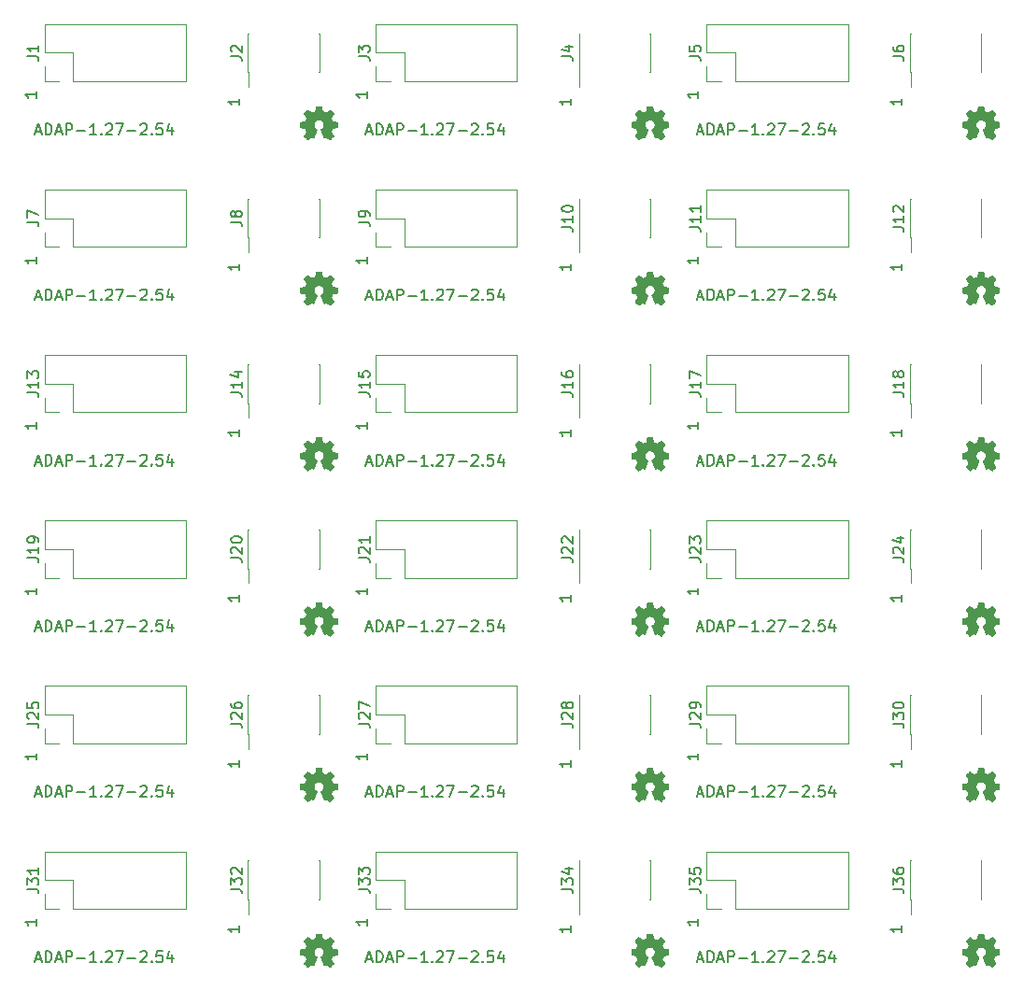
<source format=gbr>
G04 #@! TF.GenerationSoftware,KiCad,Pcbnew,6.0.7-f9a2dced07~116~ubuntu20.04.1*
G04 #@! TF.CreationDate,2022-08-18T12:09:23-05:00*
G04 #@! TF.ProjectId,,58585858-5858-4585-9858-585858585858,rev?*
G04 #@! TF.SameCoordinates,Original*
G04 #@! TF.FileFunction,Legend,Top*
G04 #@! TF.FilePolarity,Positive*
%FSLAX46Y46*%
G04 Gerber Fmt 4.6, Leading zero omitted, Abs format (unit mm)*
G04 Created by KiCad (PCBNEW 6.0.7-f9a2dced07~116~ubuntu20.04.1) date 2022-08-18 12:09:23*
%MOMM*%
%LPD*%
G01*
G04 APERTURE LIST*
%ADD10C,0.150000*%
%ADD11C,0.120000*%
%ADD12C,0.010000*%
G04 APERTURE END LIST*
D10*
X148412380Y-130924285D02*
X148412380Y-131495714D01*
X148412380Y-131210000D02*
X147412380Y-131210000D01*
X147555238Y-131305238D01*
X147650476Y-131400476D01*
X147698095Y-131495714D01*
X166827380Y-131559285D02*
X166827380Y-132130714D01*
X166827380Y-131845000D02*
X165827380Y-131845000D01*
X165970238Y-131940238D01*
X166065476Y-132035476D01*
X166113095Y-132130714D01*
X148341904Y-134551666D02*
X148818095Y-134551666D01*
X148246666Y-134837380D02*
X148580000Y-133837380D01*
X148913333Y-134837380D01*
X149246666Y-134837380D02*
X149246666Y-133837380D01*
X149484761Y-133837380D01*
X149627619Y-133885000D01*
X149722857Y-133980238D01*
X149770476Y-134075476D01*
X149818095Y-134265952D01*
X149818095Y-134408809D01*
X149770476Y-134599285D01*
X149722857Y-134694523D01*
X149627619Y-134789761D01*
X149484761Y-134837380D01*
X149246666Y-134837380D01*
X150199047Y-134551666D02*
X150675238Y-134551666D01*
X150103809Y-134837380D02*
X150437142Y-133837380D01*
X150770476Y-134837380D01*
X151103809Y-134837380D02*
X151103809Y-133837380D01*
X151484761Y-133837380D01*
X151580000Y-133885000D01*
X151627619Y-133932619D01*
X151675238Y-134027857D01*
X151675238Y-134170714D01*
X151627619Y-134265952D01*
X151580000Y-134313571D01*
X151484761Y-134361190D01*
X151103809Y-134361190D01*
X152103809Y-134456428D02*
X152865714Y-134456428D01*
X153865714Y-134837380D02*
X153294285Y-134837380D01*
X153580000Y-134837380D02*
X153580000Y-133837380D01*
X153484761Y-133980238D01*
X153389523Y-134075476D01*
X153294285Y-134123095D01*
X154294285Y-134742142D02*
X154341904Y-134789761D01*
X154294285Y-134837380D01*
X154246666Y-134789761D01*
X154294285Y-134742142D01*
X154294285Y-134837380D01*
X154722857Y-133932619D02*
X154770476Y-133885000D01*
X154865714Y-133837380D01*
X155103809Y-133837380D01*
X155199047Y-133885000D01*
X155246666Y-133932619D01*
X155294285Y-134027857D01*
X155294285Y-134123095D01*
X155246666Y-134265952D01*
X154675238Y-134837380D01*
X155294285Y-134837380D01*
X155627619Y-133837380D02*
X156294285Y-133837380D01*
X155865714Y-134837380D01*
X156675238Y-134456428D02*
X157437142Y-134456428D01*
X157865714Y-133932619D02*
X157913333Y-133885000D01*
X158008571Y-133837380D01*
X158246666Y-133837380D01*
X158341904Y-133885000D01*
X158389523Y-133932619D01*
X158437142Y-134027857D01*
X158437142Y-134123095D01*
X158389523Y-134265952D01*
X157818095Y-134837380D01*
X158437142Y-134837380D01*
X158865714Y-134742142D02*
X158913333Y-134789761D01*
X158865714Y-134837380D01*
X158818095Y-134789761D01*
X158865714Y-134742142D01*
X158865714Y-134837380D01*
X159818095Y-133837380D02*
X159341904Y-133837380D01*
X159294285Y-134313571D01*
X159341904Y-134265952D01*
X159437142Y-134218333D01*
X159675238Y-134218333D01*
X159770476Y-134265952D01*
X159818095Y-134313571D01*
X159865714Y-134408809D01*
X159865714Y-134646904D01*
X159818095Y-134742142D01*
X159770476Y-134789761D01*
X159675238Y-134837380D01*
X159437142Y-134837380D01*
X159341904Y-134789761D01*
X159294285Y-134742142D01*
X160722857Y-134170714D02*
X160722857Y-134837380D01*
X160484761Y-133789761D02*
X160246666Y-134504047D01*
X160865714Y-134504047D01*
X118412380Y-130924285D02*
X118412380Y-131495714D01*
X118412380Y-131210000D02*
X117412380Y-131210000D01*
X117555238Y-131305238D01*
X117650476Y-131400476D01*
X117698095Y-131495714D01*
X136827380Y-131559285D02*
X136827380Y-132130714D01*
X136827380Y-131845000D02*
X135827380Y-131845000D01*
X135970238Y-131940238D01*
X136065476Y-132035476D01*
X136113095Y-132130714D01*
X118341904Y-134551666D02*
X118818095Y-134551666D01*
X118246666Y-134837380D02*
X118580000Y-133837380D01*
X118913333Y-134837380D01*
X119246666Y-134837380D02*
X119246666Y-133837380D01*
X119484761Y-133837380D01*
X119627619Y-133885000D01*
X119722857Y-133980238D01*
X119770476Y-134075476D01*
X119818095Y-134265952D01*
X119818095Y-134408809D01*
X119770476Y-134599285D01*
X119722857Y-134694523D01*
X119627619Y-134789761D01*
X119484761Y-134837380D01*
X119246666Y-134837380D01*
X120199047Y-134551666D02*
X120675238Y-134551666D01*
X120103809Y-134837380D02*
X120437142Y-133837380D01*
X120770476Y-134837380D01*
X121103809Y-134837380D02*
X121103809Y-133837380D01*
X121484761Y-133837380D01*
X121580000Y-133885000D01*
X121627619Y-133932619D01*
X121675238Y-134027857D01*
X121675238Y-134170714D01*
X121627619Y-134265952D01*
X121580000Y-134313571D01*
X121484761Y-134361190D01*
X121103809Y-134361190D01*
X122103809Y-134456428D02*
X122865714Y-134456428D01*
X123865714Y-134837380D02*
X123294285Y-134837380D01*
X123580000Y-134837380D02*
X123580000Y-133837380D01*
X123484761Y-133980238D01*
X123389523Y-134075476D01*
X123294285Y-134123095D01*
X124294285Y-134742142D02*
X124341904Y-134789761D01*
X124294285Y-134837380D01*
X124246666Y-134789761D01*
X124294285Y-134742142D01*
X124294285Y-134837380D01*
X124722857Y-133932619D02*
X124770476Y-133885000D01*
X124865714Y-133837380D01*
X125103809Y-133837380D01*
X125199047Y-133885000D01*
X125246666Y-133932619D01*
X125294285Y-134027857D01*
X125294285Y-134123095D01*
X125246666Y-134265952D01*
X124675238Y-134837380D01*
X125294285Y-134837380D01*
X125627619Y-133837380D02*
X126294285Y-133837380D01*
X125865714Y-134837380D01*
X126675238Y-134456428D02*
X127437142Y-134456428D01*
X127865714Y-133932619D02*
X127913333Y-133885000D01*
X128008571Y-133837380D01*
X128246666Y-133837380D01*
X128341904Y-133885000D01*
X128389523Y-133932619D01*
X128437142Y-134027857D01*
X128437142Y-134123095D01*
X128389523Y-134265952D01*
X127818095Y-134837380D01*
X128437142Y-134837380D01*
X128865714Y-134742142D02*
X128913333Y-134789761D01*
X128865714Y-134837380D01*
X128818095Y-134789761D01*
X128865714Y-134742142D01*
X128865714Y-134837380D01*
X129818095Y-133837380D02*
X129341904Y-133837380D01*
X129294285Y-134313571D01*
X129341904Y-134265952D01*
X129437142Y-134218333D01*
X129675238Y-134218333D01*
X129770476Y-134265952D01*
X129818095Y-134313571D01*
X129865714Y-134408809D01*
X129865714Y-134646904D01*
X129818095Y-134742142D01*
X129770476Y-134789761D01*
X129675238Y-134837380D01*
X129437142Y-134837380D01*
X129341904Y-134789761D01*
X129294285Y-134742142D01*
X130722857Y-134170714D02*
X130722857Y-134837380D01*
X130484761Y-133789761D02*
X130246666Y-134504047D01*
X130865714Y-134504047D01*
X88412380Y-130924285D02*
X88412380Y-131495714D01*
X88412380Y-131210000D02*
X87412380Y-131210000D01*
X87555238Y-131305238D01*
X87650476Y-131400476D01*
X87698095Y-131495714D01*
X106827380Y-131559285D02*
X106827380Y-132130714D01*
X106827380Y-131845000D02*
X105827380Y-131845000D01*
X105970238Y-131940238D01*
X106065476Y-132035476D01*
X106113095Y-132130714D01*
X88341904Y-134551666D02*
X88818095Y-134551666D01*
X88246666Y-134837380D02*
X88580000Y-133837380D01*
X88913333Y-134837380D01*
X89246666Y-134837380D02*
X89246666Y-133837380D01*
X89484761Y-133837380D01*
X89627619Y-133885000D01*
X89722857Y-133980238D01*
X89770476Y-134075476D01*
X89818095Y-134265952D01*
X89818095Y-134408809D01*
X89770476Y-134599285D01*
X89722857Y-134694523D01*
X89627619Y-134789761D01*
X89484761Y-134837380D01*
X89246666Y-134837380D01*
X90199047Y-134551666D02*
X90675238Y-134551666D01*
X90103809Y-134837380D02*
X90437142Y-133837380D01*
X90770476Y-134837380D01*
X91103809Y-134837380D02*
X91103809Y-133837380D01*
X91484761Y-133837380D01*
X91580000Y-133885000D01*
X91627619Y-133932619D01*
X91675238Y-134027857D01*
X91675238Y-134170714D01*
X91627619Y-134265952D01*
X91580000Y-134313571D01*
X91484761Y-134361190D01*
X91103809Y-134361190D01*
X92103809Y-134456428D02*
X92865714Y-134456428D01*
X93865714Y-134837380D02*
X93294285Y-134837380D01*
X93580000Y-134837380D02*
X93580000Y-133837380D01*
X93484761Y-133980238D01*
X93389523Y-134075476D01*
X93294285Y-134123095D01*
X94294285Y-134742142D02*
X94341904Y-134789761D01*
X94294285Y-134837380D01*
X94246666Y-134789761D01*
X94294285Y-134742142D01*
X94294285Y-134837380D01*
X94722857Y-133932619D02*
X94770476Y-133885000D01*
X94865714Y-133837380D01*
X95103809Y-133837380D01*
X95199047Y-133885000D01*
X95246666Y-133932619D01*
X95294285Y-134027857D01*
X95294285Y-134123095D01*
X95246666Y-134265952D01*
X94675238Y-134837380D01*
X95294285Y-134837380D01*
X95627619Y-133837380D02*
X96294285Y-133837380D01*
X95865714Y-134837380D01*
X96675238Y-134456428D02*
X97437142Y-134456428D01*
X97865714Y-133932619D02*
X97913333Y-133885000D01*
X98008571Y-133837380D01*
X98246666Y-133837380D01*
X98341904Y-133885000D01*
X98389523Y-133932619D01*
X98437142Y-134027857D01*
X98437142Y-134123095D01*
X98389523Y-134265952D01*
X97818095Y-134837380D01*
X98437142Y-134837380D01*
X98865714Y-134742142D02*
X98913333Y-134789761D01*
X98865714Y-134837380D01*
X98818095Y-134789761D01*
X98865714Y-134742142D01*
X98865714Y-134837380D01*
X99818095Y-133837380D02*
X99341904Y-133837380D01*
X99294285Y-134313571D01*
X99341904Y-134265952D01*
X99437142Y-134218333D01*
X99675238Y-134218333D01*
X99770476Y-134265952D01*
X99818095Y-134313571D01*
X99865714Y-134408809D01*
X99865714Y-134646904D01*
X99818095Y-134742142D01*
X99770476Y-134789761D01*
X99675238Y-134837380D01*
X99437142Y-134837380D01*
X99341904Y-134789761D01*
X99294285Y-134742142D01*
X100722857Y-134170714D02*
X100722857Y-134837380D01*
X100484761Y-133789761D02*
X100246666Y-134504047D01*
X100865714Y-134504047D01*
X148412380Y-115924285D02*
X148412380Y-116495714D01*
X148412380Y-116210000D02*
X147412380Y-116210000D01*
X147555238Y-116305238D01*
X147650476Y-116400476D01*
X147698095Y-116495714D01*
X166827380Y-116559285D02*
X166827380Y-117130714D01*
X166827380Y-116845000D02*
X165827380Y-116845000D01*
X165970238Y-116940238D01*
X166065476Y-117035476D01*
X166113095Y-117130714D01*
X148341904Y-119551666D02*
X148818095Y-119551666D01*
X148246666Y-119837380D02*
X148580000Y-118837380D01*
X148913333Y-119837380D01*
X149246666Y-119837380D02*
X149246666Y-118837380D01*
X149484761Y-118837380D01*
X149627619Y-118885000D01*
X149722857Y-118980238D01*
X149770476Y-119075476D01*
X149818095Y-119265952D01*
X149818095Y-119408809D01*
X149770476Y-119599285D01*
X149722857Y-119694523D01*
X149627619Y-119789761D01*
X149484761Y-119837380D01*
X149246666Y-119837380D01*
X150199047Y-119551666D02*
X150675238Y-119551666D01*
X150103809Y-119837380D02*
X150437142Y-118837380D01*
X150770476Y-119837380D01*
X151103809Y-119837380D02*
X151103809Y-118837380D01*
X151484761Y-118837380D01*
X151580000Y-118885000D01*
X151627619Y-118932619D01*
X151675238Y-119027857D01*
X151675238Y-119170714D01*
X151627619Y-119265952D01*
X151580000Y-119313571D01*
X151484761Y-119361190D01*
X151103809Y-119361190D01*
X152103809Y-119456428D02*
X152865714Y-119456428D01*
X153865714Y-119837380D02*
X153294285Y-119837380D01*
X153580000Y-119837380D02*
X153580000Y-118837380D01*
X153484761Y-118980238D01*
X153389523Y-119075476D01*
X153294285Y-119123095D01*
X154294285Y-119742142D02*
X154341904Y-119789761D01*
X154294285Y-119837380D01*
X154246666Y-119789761D01*
X154294285Y-119742142D01*
X154294285Y-119837380D01*
X154722857Y-118932619D02*
X154770476Y-118885000D01*
X154865714Y-118837380D01*
X155103809Y-118837380D01*
X155199047Y-118885000D01*
X155246666Y-118932619D01*
X155294285Y-119027857D01*
X155294285Y-119123095D01*
X155246666Y-119265952D01*
X154675238Y-119837380D01*
X155294285Y-119837380D01*
X155627619Y-118837380D02*
X156294285Y-118837380D01*
X155865714Y-119837380D01*
X156675238Y-119456428D02*
X157437142Y-119456428D01*
X157865714Y-118932619D02*
X157913333Y-118885000D01*
X158008571Y-118837380D01*
X158246666Y-118837380D01*
X158341904Y-118885000D01*
X158389523Y-118932619D01*
X158437142Y-119027857D01*
X158437142Y-119123095D01*
X158389523Y-119265952D01*
X157818095Y-119837380D01*
X158437142Y-119837380D01*
X158865714Y-119742142D02*
X158913333Y-119789761D01*
X158865714Y-119837380D01*
X158818095Y-119789761D01*
X158865714Y-119742142D01*
X158865714Y-119837380D01*
X159818095Y-118837380D02*
X159341904Y-118837380D01*
X159294285Y-119313571D01*
X159341904Y-119265952D01*
X159437142Y-119218333D01*
X159675238Y-119218333D01*
X159770476Y-119265952D01*
X159818095Y-119313571D01*
X159865714Y-119408809D01*
X159865714Y-119646904D01*
X159818095Y-119742142D01*
X159770476Y-119789761D01*
X159675238Y-119837380D01*
X159437142Y-119837380D01*
X159341904Y-119789761D01*
X159294285Y-119742142D01*
X160722857Y-119170714D02*
X160722857Y-119837380D01*
X160484761Y-118789761D02*
X160246666Y-119504047D01*
X160865714Y-119504047D01*
X118412380Y-115924285D02*
X118412380Y-116495714D01*
X118412380Y-116210000D02*
X117412380Y-116210000D01*
X117555238Y-116305238D01*
X117650476Y-116400476D01*
X117698095Y-116495714D01*
X136827380Y-116559285D02*
X136827380Y-117130714D01*
X136827380Y-116845000D02*
X135827380Y-116845000D01*
X135970238Y-116940238D01*
X136065476Y-117035476D01*
X136113095Y-117130714D01*
X118341904Y-119551666D02*
X118818095Y-119551666D01*
X118246666Y-119837380D02*
X118580000Y-118837380D01*
X118913333Y-119837380D01*
X119246666Y-119837380D02*
X119246666Y-118837380D01*
X119484761Y-118837380D01*
X119627619Y-118885000D01*
X119722857Y-118980238D01*
X119770476Y-119075476D01*
X119818095Y-119265952D01*
X119818095Y-119408809D01*
X119770476Y-119599285D01*
X119722857Y-119694523D01*
X119627619Y-119789761D01*
X119484761Y-119837380D01*
X119246666Y-119837380D01*
X120199047Y-119551666D02*
X120675238Y-119551666D01*
X120103809Y-119837380D02*
X120437142Y-118837380D01*
X120770476Y-119837380D01*
X121103809Y-119837380D02*
X121103809Y-118837380D01*
X121484761Y-118837380D01*
X121580000Y-118885000D01*
X121627619Y-118932619D01*
X121675238Y-119027857D01*
X121675238Y-119170714D01*
X121627619Y-119265952D01*
X121580000Y-119313571D01*
X121484761Y-119361190D01*
X121103809Y-119361190D01*
X122103809Y-119456428D02*
X122865714Y-119456428D01*
X123865714Y-119837380D02*
X123294285Y-119837380D01*
X123580000Y-119837380D02*
X123580000Y-118837380D01*
X123484761Y-118980238D01*
X123389523Y-119075476D01*
X123294285Y-119123095D01*
X124294285Y-119742142D02*
X124341904Y-119789761D01*
X124294285Y-119837380D01*
X124246666Y-119789761D01*
X124294285Y-119742142D01*
X124294285Y-119837380D01*
X124722857Y-118932619D02*
X124770476Y-118885000D01*
X124865714Y-118837380D01*
X125103809Y-118837380D01*
X125199047Y-118885000D01*
X125246666Y-118932619D01*
X125294285Y-119027857D01*
X125294285Y-119123095D01*
X125246666Y-119265952D01*
X124675238Y-119837380D01*
X125294285Y-119837380D01*
X125627619Y-118837380D02*
X126294285Y-118837380D01*
X125865714Y-119837380D01*
X126675238Y-119456428D02*
X127437142Y-119456428D01*
X127865714Y-118932619D02*
X127913333Y-118885000D01*
X128008571Y-118837380D01*
X128246666Y-118837380D01*
X128341904Y-118885000D01*
X128389523Y-118932619D01*
X128437142Y-119027857D01*
X128437142Y-119123095D01*
X128389523Y-119265952D01*
X127818095Y-119837380D01*
X128437142Y-119837380D01*
X128865714Y-119742142D02*
X128913333Y-119789761D01*
X128865714Y-119837380D01*
X128818095Y-119789761D01*
X128865714Y-119742142D01*
X128865714Y-119837380D01*
X129818095Y-118837380D02*
X129341904Y-118837380D01*
X129294285Y-119313571D01*
X129341904Y-119265952D01*
X129437142Y-119218333D01*
X129675238Y-119218333D01*
X129770476Y-119265952D01*
X129818095Y-119313571D01*
X129865714Y-119408809D01*
X129865714Y-119646904D01*
X129818095Y-119742142D01*
X129770476Y-119789761D01*
X129675238Y-119837380D01*
X129437142Y-119837380D01*
X129341904Y-119789761D01*
X129294285Y-119742142D01*
X130722857Y-119170714D02*
X130722857Y-119837380D01*
X130484761Y-118789761D02*
X130246666Y-119504047D01*
X130865714Y-119504047D01*
X88412380Y-115924285D02*
X88412380Y-116495714D01*
X88412380Y-116210000D02*
X87412380Y-116210000D01*
X87555238Y-116305238D01*
X87650476Y-116400476D01*
X87698095Y-116495714D01*
X106827380Y-116559285D02*
X106827380Y-117130714D01*
X106827380Y-116845000D02*
X105827380Y-116845000D01*
X105970238Y-116940238D01*
X106065476Y-117035476D01*
X106113095Y-117130714D01*
X88341904Y-119551666D02*
X88818095Y-119551666D01*
X88246666Y-119837380D02*
X88580000Y-118837380D01*
X88913333Y-119837380D01*
X89246666Y-119837380D02*
X89246666Y-118837380D01*
X89484761Y-118837380D01*
X89627619Y-118885000D01*
X89722857Y-118980238D01*
X89770476Y-119075476D01*
X89818095Y-119265952D01*
X89818095Y-119408809D01*
X89770476Y-119599285D01*
X89722857Y-119694523D01*
X89627619Y-119789761D01*
X89484761Y-119837380D01*
X89246666Y-119837380D01*
X90199047Y-119551666D02*
X90675238Y-119551666D01*
X90103809Y-119837380D02*
X90437142Y-118837380D01*
X90770476Y-119837380D01*
X91103809Y-119837380D02*
X91103809Y-118837380D01*
X91484761Y-118837380D01*
X91580000Y-118885000D01*
X91627619Y-118932619D01*
X91675238Y-119027857D01*
X91675238Y-119170714D01*
X91627619Y-119265952D01*
X91580000Y-119313571D01*
X91484761Y-119361190D01*
X91103809Y-119361190D01*
X92103809Y-119456428D02*
X92865714Y-119456428D01*
X93865714Y-119837380D02*
X93294285Y-119837380D01*
X93580000Y-119837380D02*
X93580000Y-118837380D01*
X93484761Y-118980238D01*
X93389523Y-119075476D01*
X93294285Y-119123095D01*
X94294285Y-119742142D02*
X94341904Y-119789761D01*
X94294285Y-119837380D01*
X94246666Y-119789761D01*
X94294285Y-119742142D01*
X94294285Y-119837380D01*
X94722857Y-118932619D02*
X94770476Y-118885000D01*
X94865714Y-118837380D01*
X95103809Y-118837380D01*
X95199047Y-118885000D01*
X95246666Y-118932619D01*
X95294285Y-119027857D01*
X95294285Y-119123095D01*
X95246666Y-119265952D01*
X94675238Y-119837380D01*
X95294285Y-119837380D01*
X95627619Y-118837380D02*
X96294285Y-118837380D01*
X95865714Y-119837380D01*
X96675238Y-119456428D02*
X97437142Y-119456428D01*
X97865714Y-118932619D02*
X97913333Y-118885000D01*
X98008571Y-118837380D01*
X98246666Y-118837380D01*
X98341904Y-118885000D01*
X98389523Y-118932619D01*
X98437142Y-119027857D01*
X98437142Y-119123095D01*
X98389523Y-119265952D01*
X97818095Y-119837380D01*
X98437142Y-119837380D01*
X98865714Y-119742142D02*
X98913333Y-119789761D01*
X98865714Y-119837380D01*
X98818095Y-119789761D01*
X98865714Y-119742142D01*
X98865714Y-119837380D01*
X99818095Y-118837380D02*
X99341904Y-118837380D01*
X99294285Y-119313571D01*
X99341904Y-119265952D01*
X99437142Y-119218333D01*
X99675238Y-119218333D01*
X99770476Y-119265952D01*
X99818095Y-119313571D01*
X99865714Y-119408809D01*
X99865714Y-119646904D01*
X99818095Y-119742142D01*
X99770476Y-119789761D01*
X99675238Y-119837380D01*
X99437142Y-119837380D01*
X99341904Y-119789761D01*
X99294285Y-119742142D01*
X100722857Y-119170714D02*
X100722857Y-119837380D01*
X100484761Y-118789761D02*
X100246666Y-119504047D01*
X100865714Y-119504047D01*
X148412380Y-100924285D02*
X148412380Y-101495714D01*
X148412380Y-101210000D02*
X147412380Y-101210000D01*
X147555238Y-101305238D01*
X147650476Y-101400476D01*
X147698095Y-101495714D01*
X166827380Y-101559285D02*
X166827380Y-102130714D01*
X166827380Y-101845000D02*
X165827380Y-101845000D01*
X165970238Y-101940238D01*
X166065476Y-102035476D01*
X166113095Y-102130714D01*
X148341904Y-104551666D02*
X148818095Y-104551666D01*
X148246666Y-104837380D02*
X148580000Y-103837380D01*
X148913333Y-104837380D01*
X149246666Y-104837380D02*
X149246666Y-103837380D01*
X149484761Y-103837380D01*
X149627619Y-103885000D01*
X149722857Y-103980238D01*
X149770476Y-104075476D01*
X149818095Y-104265952D01*
X149818095Y-104408809D01*
X149770476Y-104599285D01*
X149722857Y-104694523D01*
X149627619Y-104789761D01*
X149484761Y-104837380D01*
X149246666Y-104837380D01*
X150199047Y-104551666D02*
X150675238Y-104551666D01*
X150103809Y-104837380D02*
X150437142Y-103837380D01*
X150770476Y-104837380D01*
X151103809Y-104837380D02*
X151103809Y-103837380D01*
X151484761Y-103837380D01*
X151580000Y-103885000D01*
X151627619Y-103932619D01*
X151675238Y-104027857D01*
X151675238Y-104170714D01*
X151627619Y-104265952D01*
X151580000Y-104313571D01*
X151484761Y-104361190D01*
X151103809Y-104361190D01*
X152103809Y-104456428D02*
X152865714Y-104456428D01*
X153865714Y-104837380D02*
X153294285Y-104837380D01*
X153580000Y-104837380D02*
X153580000Y-103837380D01*
X153484761Y-103980238D01*
X153389523Y-104075476D01*
X153294285Y-104123095D01*
X154294285Y-104742142D02*
X154341904Y-104789761D01*
X154294285Y-104837380D01*
X154246666Y-104789761D01*
X154294285Y-104742142D01*
X154294285Y-104837380D01*
X154722857Y-103932619D02*
X154770476Y-103885000D01*
X154865714Y-103837380D01*
X155103809Y-103837380D01*
X155199047Y-103885000D01*
X155246666Y-103932619D01*
X155294285Y-104027857D01*
X155294285Y-104123095D01*
X155246666Y-104265952D01*
X154675238Y-104837380D01*
X155294285Y-104837380D01*
X155627619Y-103837380D02*
X156294285Y-103837380D01*
X155865714Y-104837380D01*
X156675238Y-104456428D02*
X157437142Y-104456428D01*
X157865714Y-103932619D02*
X157913333Y-103885000D01*
X158008571Y-103837380D01*
X158246666Y-103837380D01*
X158341904Y-103885000D01*
X158389523Y-103932619D01*
X158437142Y-104027857D01*
X158437142Y-104123095D01*
X158389523Y-104265952D01*
X157818095Y-104837380D01*
X158437142Y-104837380D01*
X158865714Y-104742142D02*
X158913333Y-104789761D01*
X158865714Y-104837380D01*
X158818095Y-104789761D01*
X158865714Y-104742142D01*
X158865714Y-104837380D01*
X159818095Y-103837380D02*
X159341904Y-103837380D01*
X159294285Y-104313571D01*
X159341904Y-104265952D01*
X159437142Y-104218333D01*
X159675238Y-104218333D01*
X159770476Y-104265952D01*
X159818095Y-104313571D01*
X159865714Y-104408809D01*
X159865714Y-104646904D01*
X159818095Y-104742142D01*
X159770476Y-104789761D01*
X159675238Y-104837380D01*
X159437142Y-104837380D01*
X159341904Y-104789761D01*
X159294285Y-104742142D01*
X160722857Y-104170714D02*
X160722857Y-104837380D01*
X160484761Y-103789761D02*
X160246666Y-104504047D01*
X160865714Y-104504047D01*
X118412380Y-100924285D02*
X118412380Y-101495714D01*
X118412380Y-101210000D02*
X117412380Y-101210000D01*
X117555238Y-101305238D01*
X117650476Y-101400476D01*
X117698095Y-101495714D01*
X136827380Y-101559285D02*
X136827380Y-102130714D01*
X136827380Y-101845000D02*
X135827380Y-101845000D01*
X135970238Y-101940238D01*
X136065476Y-102035476D01*
X136113095Y-102130714D01*
X118341904Y-104551666D02*
X118818095Y-104551666D01*
X118246666Y-104837380D02*
X118580000Y-103837380D01*
X118913333Y-104837380D01*
X119246666Y-104837380D02*
X119246666Y-103837380D01*
X119484761Y-103837380D01*
X119627619Y-103885000D01*
X119722857Y-103980238D01*
X119770476Y-104075476D01*
X119818095Y-104265952D01*
X119818095Y-104408809D01*
X119770476Y-104599285D01*
X119722857Y-104694523D01*
X119627619Y-104789761D01*
X119484761Y-104837380D01*
X119246666Y-104837380D01*
X120199047Y-104551666D02*
X120675238Y-104551666D01*
X120103809Y-104837380D02*
X120437142Y-103837380D01*
X120770476Y-104837380D01*
X121103809Y-104837380D02*
X121103809Y-103837380D01*
X121484761Y-103837380D01*
X121580000Y-103885000D01*
X121627619Y-103932619D01*
X121675238Y-104027857D01*
X121675238Y-104170714D01*
X121627619Y-104265952D01*
X121580000Y-104313571D01*
X121484761Y-104361190D01*
X121103809Y-104361190D01*
X122103809Y-104456428D02*
X122865714Y-104456428D01*
X123865714Y-104837380D02*
X123294285Y-104837380D01*
X123580000Y-104837380D02*
X123580000Y-103837380D01*
X123484761Y-103980238D01*
X123389523Y-104075476D01*
X123294285Y-104123095D01*
X124294285Y-104742142D02*
X124341904Y-104789761D01*
X124294285Y-104837380D01*
X124246666Y-104789761D01*
X124294285Y-104742142D01*
X124294285Y-104837380D01*
X124722857Y-103932619D02*
X124770476Y-103885000D01*
X124865714Y-103837380D01*
X125103809Y-103837380D01*
X125199047Y-103885000D01*
X125246666Y-103932619D01*
X125294285Y-104027857D01*
X125294285Y-104123095D01*
X125246666Y-104265952D01*
X124675238Y-104837380D01*
X125294285Y-104837380D01*
X125627619Y-103837380D02*
X126294285Y-103837380D01*
X125865714Y-104837380D01*
X126675238Y-104456428D02*
X127437142Y-104456428D01*
X127865714Y-103932619D02*
X127913333Y-103885000D01*
X128008571Y-103837380D01*
X128246666Y-103837380D01*
X128341904Y-103885000D01*
X128389523Y-103932619D01*
X128437142Y-104027857D01*
X128437142Y-104123095D01*
X128389523Y-104265952D01*
X127818095Y-104837380D01*
X128437142Y-104837380D01*
X128865714Y-104742142D02*
X128913333Y-104789761D01*
X128865714Y-104837380D01*
X128818095Y-104789761D01*
X128865714Y-104742142D01*
X128865714Y-104837380D01*
X129818095Y-103837380D02*
X129341904Y-103837380D01*
X129294285Y-104313571D01*
X129341904Y-104265952D01*
X129437142Y-104218333D01*
X129675238Y-104218333D01*
X129770476Y-104265952D01*
X129818095Y-104313571D01*
X129865714Y-104408809D01*
X129865714Y-104646904D01*
X129818095Y-104742142D01*
X129770476Y-104789761D01*
X129675238Y-104837380D01*
X129437142Y-104837380D01*
X129341904Y-104789761D01*
X129294285Y-104742142D01*
X130722857Y-104170714D02*
X130722857Y-104837380D01*
X130484761Y-103789761D02*
X130246666Y-104504047D01*
X130865714Y-104504047D01*
X88412380Y-100924285D02*
X88412380Y-101495714D01*
X88412380Y-101210000D02*
X87412380Y-101210000D01*
X87555238Y-101305238D01*
X87650476Y-101400476D01*
X87698095Y-101495714D01*
X106827380Y-101559285D02*
X106827380Y-102130714D01*
X106827380Y-101845000D02*
X105827380Y-101845000D01*
X105970238Y-101940238D01*
X106065476Y-102035476D01*
X106113095Y-102130714D01*
X88341904Y-104551666D02*
X88818095Y-104551666D01*
X88246666Y-104837380D02*
X88580000Y-103837380D01*
X88913333Y-104837380D01*
X89246666Y-104837380D02*
X89246666Y-103837380D01*
X89484761Y-103837380D01*
X89627619Y-103885000D01*
X89722857Y-103980238D01*
X89770476Y-104075476D01*
X89818095Y-104265952D01*
X89818095Y-104408809D01*
X89770476Y-104599285D01*
X89722857Y-104694523D01*
X89627619Y-104789761D01*
X89484761Y-104837380D01*
X89246666Y-104837380D01*
X90199047Y-104551666D02*
X90675238Y-104551666D01*
X90103809Y-104837380D02*
X90437142Y-103837380D01*
X90770476Y-104837380D01*
X91103809Y-104837380D02*
X91103809Y-103837380D01*
X91484761Y-103837380D01*
X91580000Y-103885000D01*
X91627619Y-103932619D01*
X91675238Y-104027857D01*
X91675238Y-104170714D01*
X91627619Y-104265952D01*
X91580000Y-104313571D01*
X91484761Y-104361190D01*
X91103809Y-104361190D01*
X92103809Y-104456428D02*
X92865714Y-104456428D01*
X93865714Y-104837380D02*
X93294285Y-104837380D01*
X93580000Y-104837380D02*
X93580000Y-103837380D01*
X93484761Y-103980238D01*
X93389523Y-104075476D01*
X93294285Y-104123095D01*
X94294285Y-104742142D02*
X94341904Y-104789761D01*
X94294285Y-104837380D01*
X94246666Y-104789761D01*
X94294285Y-104742142D01*
X94294285Y-104837380D01*
X94722857Y-103932619D02*
X94770476Y-103885000D01*
X94865714Y-103837380D01*
X95103809Y-103837380D01*
X95199047Y-103885000D01*
X95246666Y-103932619D01*
X95294285Y-104027857D01*
X95294285Y-104123095D01*
X95246666Y-104265952D01*
X94675238Y-104837380D01*
X95294285Y-104837380D01*
X95627619Y-103837380D02*
X96294285Y-103837380D01*
X95865714Y-104837380D01*
X96675238Y-104456428D02*
X97437142Y-104456428D01*
X97865714Y-103932619D02*
X97913333Y-103885000D01*
X98008571Y-103837380D01*
X98246666Y-103837380D01*
X98341904Y-103885000D01*
X98389523Y-103932619D01*
X98437142Y-104027857D01*
X98437142Y-104123095D01*
X98389523Y-104265952D01*
X97818095Y-104837380D01*
X98437142Y-104837380D01*
X98865714Y-104742142D02*
X98913333Y-104789761D01*
X98865714Y-104837380D01*
X98818095Y-104789761D01*
X98865714Y-104742142D01*
X98865714Y-104837380D01*
X99818095Y-103837380D02*
X99341904Y-103837380D01*
X99294285Y-104313571D01*
X99341904Y-104265952D01*
X99437142Y-104218333D01*
X99675238Y-104218333D01*
X99770476Y-104265952D01*
X99818095Y-104313571D01*
X99865714Y-104408809D01*
X99865714Y-104646904D01*
X99818095Y-104742142D01*
X99770476Y-104789761D01*
X99675238Y-104837380D01*
X99437142Y-104837380D01*
X99341904Y-104789761D01*
X99294285Y-104742142D01*
X100722857Y-104170714D02*
X100722857Y-104837380D01*
X100484761Y-103789761D02*
X100246666Y-104504047D01*
X100865714Y-104504047D01*
X148412380Y-85924285D02*
X148412380Y-86495714D01*
X148412380Y-86210000D02*
X147412380Y-86210000D01*
X147555238Y-86305238D01*
X147650476Y-86400476D01*
X147698095Y-86495714D01*
X166827380Y-86559285D02*
X166827380Y-87130714D01*
X166827380Y-86845000D02*
X165827380Y-86845000D01*
X165970238Y-86940238D01*
X166065476Y-87035476D01*
X166113095Y-87130714D01*
X148341904Y-89551666D02*
X148818095Y-89551666D01*
X148246666Y-89837380D02*
X148580000Y-88837380D01*
X148913333Y-89837380D01*
X149246666Y-89837380D02*
X149246666Y-88837380D01*
X149484761Y-88837380D01*
X149627619Y-88885000D01*
X149722857Y-88980238D01*
X149770476Y-89075476D01*
X149818095Y-89265952D01*
X149818095Y-89408809D01*
X149770476Y-89599285D01*
X149722857Y-89694523D01*
X149627619Y-89789761D01*
X149484761Y-89837380D01*
X149246666Y-89837380D01*
X150199047Y-89551666D02*
X150675238Y-89551666D01*
X150103809Y-89837380D02*
X150437142Y-88837380D01*
X150770476Y-89837380D01*
X151103809Y-89837380D02*
X151103809Y-88837380D01*
X151484761Y-88837380D01*
X151580000Y-88885000D01*
X151627619Y-88932619D01*
X151675238Y-89027857D01*
X151675238Y-89170714D01*
X151627619Y-89265952D01*
X151580000Y-89313571D01*
X151484761Y-89361190D01*
X151103809Y-89361190D01*
X152103809Y-89456428D02*
X152865714Y-89456428D01*
X153865714Y-89837380D02*
X153294285Y-89837380D01*
X153580000Y-89837380D02*
X153580000Y-88837380D01*
X153484761Y-88980238D01*
X153389523Y-89075476D01*
X153294285Y-89123095D01*
X154294285Y-89742142D02*
X154341904Y-89789761D01*
X154294285Y-89837380D01*
X154246666Y-89789761D01*
X154294285Y-89742142D01*
X154294285Y-89837380D01*
X154722857Y-88932619D02*
X154770476Y-88885000D01*
X154865714Y-88837380D01*
X155103809Y-88837380D01*
X155199047Y-88885000D01*
X155246666Y-88932619D01*
X155294285Y-89027857D01*
X155294285Y-89123095D01*
X155246666Y-89265952D01*
X154675238Y-89837380D01*
X155294285Y-89837380D01*
X155627619Y-88837380D02*
X156294285Y-88837380D01*
X155865714Y-89837380D01*
X156675238Y-89456428D02*
X157437142Y-89456428D01*
X157865714Y-88932619D02*
X157913333Y-88885000D01*
X158008571Y-88837380D01*
X158246666Y-88837380D01*
X158341904Y-88885000D01*
X158389523Y-88932619D01*
X158437142Y-89027857D01*
X158437142Y-89123095D01*
X158389523Y-89265952D01*
X157818095Y-89837380D01*
X158437142Y-89837380D01*
X158865714Y-89742142D02*
X158913333Y-89789761D01*
X158865714Y-89837380D01*
X158818095Y-89789761D01*
X158865714Y-89742142D01*
X158865714Y-89837380D01*
X159818095Y-88837380D02*
X159341904Y-88837380D01*
X159294285Y-89313571D01*
X159341904Y-89265952D01*
X159437142Y-89218333D01*
X159675238Y-89218333D01*
X159770476Y-89265952D01*
X159818095Y-89313571D01*
X159865714Y-89408809D01*
X159865714Y-89646904D01*
X159818095Y-89742142D01*
X159770476Y-89789761D01*
X159675238Y-89837380D01*
X159437142Y-89837380D01*
X159341904Y-89789761D01*
X159294285Y-89742142D01*
X160722857Y-89170714D02*
X160722857Y-89837380D01*
X160484761Y-88789761D02*
X160246666Y-89504047D01*
X160865714Y-89504047D01*
X118412380Y-85924285D02*
X118412380Y-86495714D01*
X118412380Y-86210000D02*
X117412380Y-86210000D01*
X117555238Y-86305238D01*
X117650476Y-86400476D01*
X117698095Y-86495714D01*
X136827380Y-86559285D02*
X136827380Y-87130714D01*
X136827380Y-86845000D02*
X135827380Y-86845000D01*
X135970238Y-86940238D01*
X136065476Y-87035476D01*
X136113095Y-87130714D01*
X118341904Y-89551666D02*
X118818095Y-89551666D01*
X118246666Y-89837380D02*
X118580000Y-88837380D01*
X118913333Y-89837380D01*
X119246666Y-89837380D02*
X119246666Y-88837380D01*
X119484761Y-88837380D01*
X119627619Y-88885000D01*
X119722857Y-88980238D01*
X119770476Y-89075476D01*
X119818095Y-89265952D01*
X119818095Y-89408809D01*
X119770476Y-89599285D01*
X119722857Y-89694523D01*
X119627619Y-89789761D01*
X119484761Y-89837380D01*
X119246666Y-89837380D01*
X120199047Y-89551666D02*
X120675238Y-89551666D01*
X120103809Y-89837380D02*
X120437142Y-88837380D01*
X120770476Y-89837380D01*
X121103809Y-89837380D02*
X121103809Y-88837380D01*
X121484761Y-88837380D01*
X121580000Y-88885000D01*
X121627619Y-88932619D01*
X121675238Y-89027857D01*
X121675238Y-89170714D01*
X121627619Y-89265952D01*
X121580000Y-89313571D01*
X121484761Y-89361190D01*
X121103809Y-89361190D01*
X122103809Y-89456428D02*
X122865714Y-89456428D01*
X123865714Y-89837380D02*
X123294285Y-89837380D01*
X123580000Y-89837380D02*
X123580000Y-88837380D01*
X123484761Y-88980238D01*
X123389523Y-89075476D01*
X123294285Y-89123095D01*
X124294285Y-89742142D02*
X124341904Y-89789761D01*
X124294285Y-89837380D01*
X124246666Y-89789761D01*
X124294285Y-89742142D01*
X124294285Y-89837380D01*
X124722857Y-88932619D02*
X124770476Y-88885000D01*
X124865714Y-88837380D01*
X125103809Y-88837380D01*
X125199047Y-88885000D01*
X125246666Y-88932619D01*
X125294285Y-89027857D01*
X125294285Y-89123095D01*
X125246666Y-89265952D01*
X124675238Y-89837380D01*
X125294285Y-89837380D01*
X125627619Y-88837380D02*
X126294285Y-88837380D01*
X125865714Y-89837380D01*
X126675238Y-89456428D02*
X127437142Y-89456428D01*
X127865714Y-88932619D02*
X127913333Y-88885000D01*
X128008571Y-88837380D01*
X128246666Y-88837380D01*
X128341904Y-88885000D01*
X128389523Y-88932619D01*
X128437142Y-89027857D01*
X128437142Y-89123095D01*
X128389523Y-89265952D01*
X127818095Y-89837380D01*
X128437142Y-89837380D01*
X128865714Y-89742142D02*
X128913333Y-89789761D01*
X128865714Y-89837380D01*
X128818095Y-89789761D01*
X128865714Y-89742142D01*
X128865714Y-89837380D01*
X129818095Y-88837380D02*
X129341904Y-88837380D01*
X129294285Y-89313571D01*
X129341904Y-89265952D01*
X129437142Y-89218333D01*
X129675238Y-89218333D01*
X129770476Y-89265952D01*
X129818095Y-89313571D01*
X129865714Y-89408809D01*
X129865714Y-89646904D01*
X129818095Y-89742142D01*
X129770476Y-89789761D01*
X129675238Y-89837380D01*
X129437142Y-89837380D01*
X129341904Y-89789761D01*
X129294285Y-89742142D01*
X130722857Y-89170714D02*
X130722857Y-89837380D01*
X130484761Y-88789761D02*
X130246666Y-89504047D01*
X130865714Y-89504047D01*
X88412380Y-85924285D02*
X88412380Y-86495714D01*
X88412380Y-86210000D02*
X87412380Y-86210000D01*
X87555238Y-86305238D01*
X87650476Y-86400476D01*
X87698095Y-86495714D01*
X106827380Y-86559285D02*
X106827380Y-87130714D01*
X106827380Y-86845000D02*
X105827380Y-86845000D01*
X105970238Y-86940238D01*
X106065476Y-87035476D01*
X106113095Y-87130714D01*
X88341904Y-89551666D02*
X88818095Y-89551666D01*
X88246666Y-89837380D02*
X88580000Y-88837380D01*
X88913333Y-89837380D01*
X89246666Y-89837380D02*
X89246666Y-88837380D01*
X89484761Y-88837380D01*
X89627619Y-88885000D01*
X89722857Y-88980238D01*
X89770476Y-89075476D01*
X89818095Y-89265952D01*
X89818095Y-89408809D01*
X89770476Y-89599285D01*
X89722857Y-89694523D01*
X89627619Y-89789761D01*
X89484761Y-89837380D01*
X89246666Y-89837380D01*
X90199047Y-89551666D02*
X90675238Y-89551666D01*
X90103809Y-89837380D02*
X90437142Y-88837380D01*
X90770476Y-89837380D01*
X91103809Y-89837380D02*
X91103809Y-88837380D01*
X91484761Y-88837380D01*
X91580000Y-88885000D01*
X91627619Y-88932619D01*
X91675238Y-89027857D01*
X91675238Y-89170714D01*
X91627619Y-89265952D01*
X91580000Y-89313571D01*
X91484761Y-89361190D01*
X91103809Y-89361190D01*
X92103809Y-89456428D02*
X92865714Y-89456428D01*
X93865714Y-89837380D02*
X93294285Y-89837380D01*
X93580000Y-89837380D02*
X93580000Y-88837380D01*
X93484761Y-88980238D01*
X93389523Y-89075476D01*
X93294285Y-89123095D01*
X94294285Y-89742142D02*
X94341904Y-89789761D01*
X94294285Y-89837380D01*
X94246666Y-89789761D01*
X94294285Y-89742142D01*
X94294285Y-89837380D01*
X94722857Y-88932619D02*
X94770476Y-88885000D01*
X94865714Y-88837380D01*
X95103809Y-88837380D01*
X95199047Y-88885000D01*
X95246666Y-88932619D01*
X95294285Y-89027857D01*
X95294285Y-89123095D01*
X95246666Y-89265952D01*
X94675238Y-89837380D01*
X95294285Y-89837380D01*
X95627619Y-88837380D02*
X96294285Y-88837380D01*
X95865714Y-89837380D01*
X96675238Y-89456428D02*
X97437142Y-89456428D01*
X97865714Y-88932619D02*
X97913333Y-88885000D01*
X98008571Y-88837380D01*
X98246666Y-88837380D01*
X98341904Y-88885000D01*
X98389523Y-88932619D01*
X98437142Y-89027857D01*
X98437142Y-89123095D01*
X98389523Y-89265952D01*
X97818095Y-89837380D01*
X98437142Y-89837380D01*
X98865714Y-89742142D02*
X98913333Y-89789761D01*
X98865714Y-89837380D01*
X98818095Y-89789761D01*
X98865714Y-89742142D01*
X98865714Y-89837380D01*
X99818095Y-88837380D02*
X99341904Y-88837380D01*
X99294285Y-89313571D01*
X99341904Y-89265952D01*
X99437142Y-89218333D01*
X99675238Y-89218333D01*
X99770476Y-89265952D01*
X99818095Y-89313571D01*
X99865714Y-89408809D01*
X99865714Y-89646904D01*
X99818095Y-89742142D01*
X99770476Y-89789761D01*
X99675238Y-89837380D01*
X99437142Y-89837380D01*
X99341904Y-89789761D01*
X99294285Y-89742142D01*
X100722857Y-89170714D02*
X100722857Y-89837380D01*
X100484761Y-88789761D02*
X100246666Y-89504047D01*
X100865714Y-89504047D01*
X148412380Y-70924285D02*
X148412380Y-71495714D01*
X148412380Y-71210000D02*
X147412380Y-71210000D01*
X147555238Y-71305238D01*
X147650476Y-71400476D01*
X147698095Y-71495714D01*
X166827380Y-71559285D02*
X166827380Y-72130714D01*
X166827380Y-71845000D02*
X165827380Y-71845000D01*
X165970238Y-71940238D01*
X166065476Y-72035476D01*
X166113095Y-72130714D01*
X148341904Y-74551666D02*
X148818095Y-74551666D01*
X148246666Y-74837380D02*
X148580000Y-73837380D01*
X148913333Y-74837380D01*
X149246666Y-74837380D02*
X149246666Y-73837380D01*
X149484761Y-73837380D01*
X149627619Y-73885000D01*
X149722857Y-73980238D01*
X149770476Y-74075476D01*
X149818095Y-74265952D01*
X149818095Y-74408809D01*
X149770476Y-74599285D01*
X149722857Y-74694523D01*
X149627619Y-74789761D01*
X149484761Y-74837380D01*
X149246666Y-74837380D01*
X150199047Y-74551666D02*
X150675238Y-74551666D01*
X150103809Y-74837380D02*
X150437142Y-73837380D01*
X150770476Y-74837380D01*
X151103809Y-74837380D02*
X151103809Y-73837380D01*
X151484761Y-73837380D01*
X151580000Y-73885000D01*
X151627619Y-73932619D01*
X151675238Y-74027857D01*
X151675238Y-74170714D01*
X151627619Y-74265952D01*
X151580000Y-74313571D01*
X151484761Y-74361190D01*
X151103809Y-74361190D01*
X152103809Y-74456428D02*
X152865714Y-74456428D01*
X153865714Y-74837380D02*
X153294285Y-74837380D01*
X153580000Y-74837380D02*
X153580000Y-73837380D01*
X153484761Y-73980238D01*
X153389523Y-74075476D01*
X153294285Y-74123095D01*
X154294285Y-74742142D02*
X154341904Y-74789761D01*
X154294285Y-74837380D01*
X154246666Y-74789761D01*
X154294285Y-74742142D01*
X154294285Y-74837380D01*
X154722857Y-73932619D02*
X154770476Y-73885000D01*
X154865714Y-73837380D01*
X155103809Y-73837380D01*
X155199047Y-73885000D01*
X155246666Y-73932619D01*
X155294285Y-74027857D01*
X155294285Y-74123095D01*
X155246666Y-74265952D01*
X154675238Y-74837380D01*
X155294285Y-74837380D01*
X155627619Y-73837380D02*
X156294285Y-73837380D01*
X155865714Y-74837380D01*
X156675238Y-74456428D02*
X157437142Y-74456428D01*
X157865714Y-73932619D02*
X157913333Y-73885000D01*
X158008571Y-73837380D01*
X158246666Y-73837380D01*
X158341904Y-73885000D01*
X158389523Y-73932619D01*
X158437142Y-74027857D01*
X158437142Y-74123095D01*
X158389523Y-74265952D01*
X157818095Y-74837380D01*
X158437142Y-74837380D01*
X158865714Y-74742142D02*
X158913333Y-74789761D01*
X158865714Y-74837380D01*
X158818095Y-74789761D01*
X158865714Y-74742142D01*
X158865714Y-74837380D01*
X159818095Y-73837380D02*
X159341904Y-73837380D01*
X159294285Y-74313571D01*
X159341904Y-74265952D01*
X159437142Y-74218333D01*
X159675238Y-74218333D01*
X159770476Y-74265952D01*
X159818095Y-74313571D01*
X159865714Y-74408809D01*
X159865714Y-74646904D01*
X159818095Y-74742142D01*
X159770476Y-74789761D01*
X159675238Y-74837380D01*
X159437142Y-74837380D01*
X159341904Y-74789761D01*
X159294285Y-74742142D01*
X160722857Y-74170714D02*
X160722857Y-74837380D01*
X160484761Y-73789761D02*
X160246666Y-74504047D01*
X160865714Y-74504047D01*
X118412380Y-70924285D02*
X118412380Y-71495714D01*
X118412380Y-71210000D02*
X117412380Y-71210000D01*
X117555238Y-71305238D01*
X117650476Y-71400476D01*
X117698095Y-71495714D01*
X136827380Y-71559285D02*
X136827380Y-72130714D01*
X136827380Y-71845000D02*
X135827380Y-71845000D01*
X135970238Y-71940238D01*
X136065476Y-72035476D01*
X136113095Y-72130714D01*
X118341904Y-74551666D02*
X118818095Y-74551666D01*
X118246666Y-74837380D02*
X118580000Y-73837380D01*
X118913333Y-74837380D01*
X119246666Y-74837380D02*
X119246666Y-73837380D01*
X119484761Y-73837380D01*
X119627619Y-73885000D01*
X119722857Y-73980238D01*
X119770476Y-74075476D01*
X119818095Y-74265952D01*
X119818095Y-74408809D01*
X119770476Y-74599285D01*
X119722857Y-74694523D01*
X119627619Y-74789761D01*
X119484761Y-74837380D01*
X119246666Y-74837380D01*
X120199047Y-74551666D02*
X120675238Y-74551666D01*
X120103809Y-74837380D02*
X120437142Y-73837380D01*
X120770476Y-74837380D01*
X121103809Y-74837380D02*
X121103809Y-73837380D01*
X121484761Y-73837380D01*
X121580000Y-73885000D01*
X121627619Y-73932619D01*
X121675238Y-74027857D01*
X121675238Y-74170714D01*
X121627619Y-74265952D01*
X121580000Y-74313571D01*
X121484761Y-74361190D01*
X121103809Y-74361190D01*
X122103809Y-74456428D02*
X122865714Y-74456428D01*
X123865714Y-74837380D02*
X123294285Y-74837380D01*
X123580000Y-74837380D02*
X123580000Y-73837380D01*
X123484761Y-73980238D01*
X123389523Y-74075476D01*
X123294285Y-74123095D01*
X124294285Y-74742142D02*
X124341904Y-74789761D01*
X124294285Y-74837380D01*
X124246666Y-74789761D01*
X124294285Y-74742142D01*
X124294285Y-74837380D01*
X124722857Y-73932619D02*
X124770476Y-73885000D01*
X124865714Y-73837380D01*
X125103809Y-73837380D01*
X125199047Y-73885000D01*
X125246666Y-73932619D01*
X125294285Y-74027857D01*
X125294285Y-74123095D01*
X125246666Y-74265952D01*
X124675238Y-74837380D01*
X125294285Y-74837380D01*
X125627619Y-73837380D02*
X126294285Y-73837380D01*
X125865714Y-74837380D01*
X126675238Y-74456428D02*
X127437142Y-74456428D01*
X127865714Y-73932619D02*
X127913333Y-73885000D01*
X128008571Y-73837380D01*
X128246666Y-73837380D01*
X128341904Y-73885000D01*
X128389523Y-73932619D01*
X128437142Y-74027857D01*
X128437142Y-74123095D01*
X128389523Y-74265952D01*
X127818095Y-74837380D01*
X128437142Y-74837380D01*
X128865714Y-74742142D02*
X128913333Y-74789761D01*
X128865714Y-74837380D01*
X128818095Y-74789761D01*
X128865714Y-74742142D01*
X128865714Y-74837380D01*
X129818095Y-73837380D02*
X129341904Y-73837380D01*
X129294285Y-74313571D01*
X129341904Y-74265952D01*
X129437142Y-74218333D01*
X129675238Y-74218333D01*
X129770476Y-74265952D01*
X129818095Y-74313571D01*
X129865714Y-74408809D01*
X129865714Y-74646904D01*
X129818095Y-74742142D01*
X129770476Y-74789761D01*
X129675238Y-74837380D01*
X129437142Y-74837380D01*
X129341904Y-74789761D01*
X129294285Y-74742142D01*
X130722857Y-74170714D02*
X130722857Y-74837380D01*
X130484761Y-73789761D02*
X130246666Y-74504047D01*
X130865714Y-74504047D01*
X88412380Y-70924285D02*
X88412380Y-71495714D01*
X88412380Y-71210000D02*
X87412380Y-71210000D01*
X87555238Y-71305238D01*
X87650476Y-71400476D01*
X87698095Y-71495714D01*
X106827380Y-71559285D02*
X106827380Y-72130714D01*
X106827380Y-71845000D02*
X105827380Y-71845000D01*
X105970238Y-71940238D01*
X106065476Y-72035476D01*
X106113095Y-72130714D01*
X88341904Y-74551666D02*
X88818095Y-74551666D01*
X88246666Y-74837380D02*
X88580000Y-73837380D01*
X88913333Y-74837380D01*
X89246666Y-74837380D02*
X89246666Y-73837380D01*
X89484761Y-73837380D01*
X89627619Y-73885000D01*
X89722857Y-73980238D01*
X89770476Y-74075476D01*
X89818095Y-74265952D01*
X89818095Y-74408809D01*
X89770476Y-74599285D01*
X89722857Y-74694523D01*
X89627619Y-74789761D01*
X89484761Y-74837380D01*
X89246666Y-74837380D01*
X90199047Y-74551666D02*
X90675238Y-74551666D01*
X90103809Y-74837380D02*
X90437142Y-73837380D01*
X90770476Y-74837380D01*
X91103809Y-74837380D02*
X91103809Y-73837380D01*
X91484761Y-73837380D01*
X91580000Y-73885000D01*
X91627619Y-73932619D01*
X91675238Y-74027857D01*
X91675238Y-74170714D01*
X91627619Y-74265952D01*
X91580000Y-74313571D01*
X91484761Y-74361190D01*
X91103809Y-74361190D01*
X92103809Y-74456428D02*
X92865714Y-74456428D01*
X93865714Y-74837380D02*
X93294285Y-74837380D01*
X93580000Y-74837380D02*
X93580000Y-73837380D01*
X93484761Y-73980238D01*
X93389523Y-74075476D01*
X93294285Y-74123095D01*
X94294285Y-74742142D02*
X94341904Y-74789761D01*
X94294285Y-74837380D01*
X94246666Y-74789761D01*
X94294285Y-74742142D01*
X94294285Y-74837380D01*
X94722857Y-73932619D02*
X94770476Y-73885000D01*
X94865714Y-73837380D01*
X95103809Y-73837380D01*
X95199047Y-73885000D01*
X95246666Y-73932619D01*
X95294285Y-74027857D01*
X95294285Y-74123095D01*
X95246666Y-74265952D01*
X94675238Y-74837380D01*
X95294285Y-74837380D01*
X95627619Y-73837380D02*
X96294285Y-73837380D01*
X95865714Y-74837380D01*
X96675238Y-74456428D02*
X97437142Y-74456428D01*
X97865714Y-73932619D02*
X97913333Y-73885000D01*
X98008571Y-73837380D01*
X98246666Y-73837380D01*
X98341904Y-73885000D01*
X98389523Y-73932619D01*
X98437142Y-74027857D01*
X98437142Y-74123095D01*
X98389523Y-74265952D01*
X97818095Y-74837380D01*
X98437142Y-74837380D01*
X98865714Y-74742142D02*
X98913333Y-74789761D01*
X98865714Y-74837380D01*
X98818095Y-74789761D01*
X98865714Y-74742142D01*
X98865714Y-74837380D01*
X99818095Y-73837380D02*
X99341904Y-73837380D01*
X99294285Y-74313571D01*
X99341904Y-74265952D01*
X99437142Y-74218333D01*
X99675238Y-74218333D01*
X99770476Y-74265952D01*
X99818095Y-74313571D01*
X99865714Y-74408809D01*
X99865714Y-74646904D01*
X99818095Y-74742142D01*
X99770476Y-74789761D01*
X99675238Y-74837380D01*
X99437142Y-74837380D01*
X99341904Y-74789761D01*
X99294285Y-74742142D01*
X100722857Y-74170714D02*
X100722857Y-74837380D01*
X100484761Y-73789761D02*
X100246666Y-74504047D01*
X100865714Y-74504047D01*
X148412380Y-55924285D02*
X148412380Y-56495714D01*
X148412380Y-56210000D02*
X147412380Y-56210000D01*
X147555238Y-56305238D01*
X147650476Y-56400476D01*
X147698095Y-56495714D01*
X166827380Y-56559285D02*
X166827380Y-57130714D01*
X166827380Y-56845000D02*
X165827380Y-56845000D01*
X165970238Y-56940238D01*
X166065476Y-57035476D01*
X166113095Y-57130714D01*
X148341904Y-59551666D02*
X148818095Y-59551666D01*
X148246666Y-59837380D02*
X148580000Y-58837380D01*
X148913333Y-59837380D01*
X149246666Y-59837380D02*
X149246666Y-58837380D01*
X149484761Y-58837380D01*
X149627619Y-58885000D01*
X149722857Y-58980238D01*
X149770476Y-59075476D01*
X149818095Y-59265952D01*
X149818095Y-59408809D01*
X149770476Y-59599285D01*
X149722857Y-59694523D01*
X149627619Y-59789761D01*
X149484761Y-59837380D01*
X149246666Y-59837380D01*
X150199047Y-59551666D02*
X150675238Y-59551666D01*
X150103809Y-59837380D02*
X150437142Y-58837380D01*
X150770476Y-59837380D01*
X151103809Y-59837380D02*
X151103809Y-58837380D01*
X151484761Y-58837380D01*
X151580000Y-58885000D01*
X151627619Y-58932619D01*
X151675238Y-59027857D01*
X151675238Y-59170714D01*
X151627619Y-59265952D01*
X151580000Y-59313571D01*
X151484761Y-59361190D01*
X151103809Y-59361190D01*
X152103809Y-59456428D02*
X152865714Y-59456428D01*
X153865714Y-59837380D02*
X153294285Y-59837380D01*
X153580000Y-59837380D02*
X153580000Y-58837380D01*
X153484761Y-58980238D01*
X153389523Y-59075476D01*
X153294285Y-59123095D01*
X154294285Y-59742142D02*
X154341904Y-59789761D01*
X154294285Y-59837380D01*
X154246666Y-59789761D01*
X154294285Y-59742142D01*
X154294285Y-59837380D01*
X154722857Y-58932619D02*
X154770476Y-58885000D01*
X154865714Y-58837380D01*
X155103809Y-58837380D01*
X155199047Y-58885000D01*
X155246666Y-58932619D01*
X155294285Y-59027857D01*
X155294285Y-59123095D01*
X155246666Y-59265952D01*
X154675238Y-59837380D01*
X155294285Y-59837380D01*
X155627619Y-58837380D02*
X156294285Y-58837380D01*
X155865714Y-59837380D01*
X156675238Y-59456428D02*
X157437142Y-59456428D01*
X157865714Y-58932619D02*
X157913333Y-58885000D01*
X158008571Y-58837380D01*
X158246666Y-58837380D01*
X158341904Y-58885000D01*
X158389523Y-58932619D01*
X158437142Y-59027857D01*
X158437142Y-59123095D01*
X158389523Y-59265952D01*
X157818095Y-59837380D01*
X158437142Y-59837380D01*
X158865714Y-59742142D02*
X158913333Y-59789761D01*
X158865714Y-59837380D01*
X158818095Y-59789761D01*
X158865714Y-59742142D01*
X158865714Y-59837380D01*
X159818095Y-58837380D02*
X159341904Y-58837380D01*
X159294285Y-59313571D01*
X159341904Y-59265952D01*
X159437142Y-59218333D01*
X159675238Y-59218333D01*
X159770476Y-59265952D01*
X159818095Y-59313571D01*
X159865714Y-59408809D01*
X159865714Y-59646904D01*
X159818095Y-59742142D01*
X159770476Y-59789761D01*
X159675238Y-59837380D01*
X159437142Y-59837380D01*
X159341904Y-59789761D01*
X159294285Y-59742142D01*
X160722857Y-59170714D02*
X160722857Y-59837380D01*
X160484761Y-58789761D02*
X160246666Y-59504047D01*
X160865714Y-59504047D01*
X118412380Y-55924285D02*
X118412380Y-56495714D01*
X118412380Y-56210000D02*
X117412380Y-56210000D01*
X117555238Y-56305238D01*
X117650476Y-56400476D01*
X117698095Y-56495714D01*
X136827380Y-56559285D02*
X136827380Y-57130714D01*
X136827380Y-56845000D02*
X135827380Y-56845000D01*
X135970238Y-56940238D01*
X136065476Y-57035476D01*
X136113095Y-57130714D01*
X118341904Y-59551666D02*
X118818095Y-59551666D01*
X118246666Y-59837380D02*
X118580000Y-58837380D01*
X118913333Y-59837380D01*
X119246666Y-59837380D02*
X119246666Y-58837380D01*
X119484761Y-58837380D01*
X119627619Y-58885000D01*
X119722857Y-58980238D01*
X119770476Y-59075476D01*
X119818095Y-59265952D01*
X119818095Y-59408809D01*
X119770476Y-59599285D01*
X119722857Y-59694523D01*
X119627619Y-59789761D01*
X119484761Y-59837380D01*
X119246666Y-59837380D01*
X120199047Y-59551666D02*
X120675238Y-59551666D01*
X120103809Y-59837380D02*
X120437142Y-58837380D01*
X120770476Y-59837380D01*
X121103809Y-59837380D02*
X121103809Y-58837380D01*
X121484761Y-58837380D01*
X121580000Y-58885000D01*
X121627619Y-58932619D01*
X121675238Y-59027857D01*
X121675238Y-59170714D01*
X121627619Y-59265952D01*
X121580000Y-59313571D01*
X121484761Y-59361190D01*
X121103809Y-59361190D01*
X122103809Y-59456428D02*
X122865714Y-59456428D01*
X123865714Y-59837380D02*
X123294285Y-59837380D01*
X123580000Y-59837380D02*
X123580000Y-58837380D01*
X123484761Y-58980238D01*
X123389523Y-59075476D01*
X123294285Y-59123095D01*
X124294285Y-59742142D02*
X124341904Y-59789761D01*
X124294285Y-59837380D01*
X124246666Y-59789761D01*
X124294285Y-59742142D01*
X124294285Y-59837380D01*
X124722857Y-58932619D02*
X124770476Y-58885000D01*
X124865714Y-58837380D01*
X125103809Y-58837380D01*
X125199047Y-58885000D01*
X125246666Y-58932619D01*
X125294285Y-59027857D01*
X125294285Y-59123095D01*
X125246666Y-59265952D01*
X124675238Y-59837380D01*
X125294285Y-59837380D01*
X125627619Y-58837380D02*
X126294285Y-58837380D01*
X125865714Y-59837380D01*
X126675238Y-59456428D02*
X127437142Y-59456428D01*
X127865714Y-58932619D02*
X127913333Y-58885000D01*
X128008571Y-58837380D01*
X128246666Y-58837380D01*
X128341904Y-58885000D01*
X128389523Y-58932619D01*
X128437142Y-59027857D01*
X128437142Y-59123095D01*
X128389523Y-59265952D01*
X127818095Y-59837380D01*
X128437142Y-59837380D01*
X128865714Y-59742142D02*
X128913333Y-59789761D01*
X128865714Y-59837380D01*
X128818095Y-59789761D01*
X128865714Y-59742142D01*
X128865714Y-59837380D01*
X129818095Y-58837380D02*
X129341904Y-58837380D01*
X129294285Y-59313571D01*
X129341904Y-59265952D01*
X129437142Y-59218333D01*
X129675238Y-59218333D01*
X129770476Y-59265952D01*
X129818095Y-59313571D01*
X129865714Y-59408809D01*
X129865714Y-59646904D01*
X129818095Y-59742142D01*
X129770476Y-59789761D01*
X129675238Y-59837380D01*
X129437142Y-59837380D01*
X129341904Y-59789761D01*
X129294285Y-59742142D01*
X130722857Y-59170714D02*
X130722857Y-59837380D01*
X130484761Y-58789761D02*
X130246666Y-59504047D01*
X130865714Y-59504047D01*
X106827380Y-56559285D02*
X106827380Y-57130714D01*
X106827380Y-56845000D02*
X105827380Y-56845000D01*
X105970238Y-56940238D01*
X106065476Y-57035476D01*
X106113095Y-57130714D01*
X88412380Y-55924285D02*
X88412380Y-56495714D01*
X88412380Y-56210000D02*
X87412380Y-56210000D01*
X87555238Y-56305238D01*
X87650476Y-56400476D01*
X87698095Y-56495714D01*
X88341904Y-59551666D02*
X88818095Y-59551666D01*
X88246666Y-59837380D02*
X88580000Y-58837380D01*
X88913333Y-59837380D01*
X89246666Y-59837380D02*
X89246666Y-58837380D01*
X89484761Y-58837380D01*
X89627619Y-58885000D01*
X89722857Y-58980238D01*
X89770476Y-59075476D01*
X89818095Y-59265952D01*
X89818095Y-59408809D01*
X89770476Y-59599285D01*
X89722857Y-59694523D01*
X89627619Y-59789761D01*
X89484761Y-59837380D01*
X89246666Y-59837380D01*
X90199047Y-59551666D02*
X90675238Y-59551666D01*
X90103809Y-59837380D02*
X90437142Y-58837380D01*
X90770476Y-59837380D01*
X91103809Y-59837380D02*
X91103809Y-58837380D01*
X91484761Y-58837380D01*
X91580000Y-58885000D01*
X91627619Y-58932619D01*
X91675238Y-59027857D01*
X91675238Y-59170714D01*
X91627619Y-59265952D01*
X91580000Y-59313571D01*
X91484761Y-59361190D01*
X91103809Y-59361190D01*
X92103809Y-59456428D02*
X92865714Y-59456428D01*
X93865714Y-59837380D02*
X93294285Y-59837380D01*
X93580000Y-59837380D02*
X93580000Y-58837380D01*
X93484761Y-58980238D01*
X93389523Y-59075476D01*
X93294285Y-59123095D01*
X94294285Y-59742142D02*
X94341904Y-59789761D01*
X94294285Y-59837380D01*
X94246666Y-59789761D01*
X94294285Y-59742142D01*
X94294285Y-59837380D01*
X94722857Y-58932619D02*
X94770476Y-58885000D01*
X94865714Y-58837380D01*
X95103809Y-58837380D01*
X95199047Y-58885000D01*
X95246666Y-58932619D01*
X95294285Y-59027857D01*
X95294285Y-59123095D01*
X95246666Y-59265952D01*
X94675238Y-59837380D01*
X95294285Y-59837380D01*
X95627619Y-58837380D02*
X96294285Y-58837380D01*
X95865714Y-59837380D01*
X96675238Y-59456428D02*
X97437142Y-59456428D01*
X97865714Y-58932619D02*
X97913333Y-58885000D01*
X98008571Y-58837380D01*
X98246666Y-58837380D01*
X98341904Y-58885000D01*
X98389523Y-58932619D01*
X98437142Y-59027857D01*
X98437142Y-59123095D01*
X98389523Y-59265952D01*
X97818095Y-59837380D01*
X98437142Y-59837380D01*
X98865714Y-59742142D02*
X98913333Y-59789761D01*
X98865714Y-59837380D01*
X98818095Y-59789761D01*
X98865714Y-59742142D01*
X98865714Y-59837380D01*
X99818095Y-58837380D02*
X99341904Y-58837380D01*
X99294285Y-59313571D01*
X99341904Y-59265952D01*
X99437142Y-59218333D01*
X99675238Y-59218333D01*
X99770476Y-59265952D01*
X99818095Y-59313571D01*
X99865714Y-59408809D01*
X99865714Y-59646904D01*
X99818095Y-59742142D01*
X99770476Y-59789761D01*
X99675238Y-59837380D01*
X99437142Y-59837380D01*
X99341904Y-59789761D01*
X99294285Y-59742142D01*
X100722857Y-59170714D02*
X100722857Y-59837380D01*
X100484761Y-58789761D02*
X100246666Y-59504047D01*
X100865714Y-59504047D01*
X166037380Y-128209523D02*
X166751666Y-128209523D01*
X166894523Y-128257142D01*
X166989761Y-128352380D01*
X167037380Y-128495238D01*
X167037380Y-128590476D01*
X166037380Y-127828571D02*
X166037380Y-127209523D01*
X166418333Y-127542857D01*
X166418333Y-127400000D01*
X166465952Y-127304761D01*
X166513571Y-127257142D01*
X166608809Y-127209523D01*
X166846904Y-127209523D01*
X166942142Y-127257142D01*
X166989761Y-127304761D01*
X167037380Y-127400000D01*
X167037380Y-127685714D01*
X166989761Y-127780952D01*
X166942142Y-127828571D01*
X166037380Y-126352380D02*
X166037380Y-126542857D01*
X166085000Y-126638095D01*
X166132619Y-126685714D01*
X166275476Y-126780952D01*
X166465952Y-126828571D01*
X166846904Y-126828571D01*
X166942142Y-126780952D01*
X166989761Y-126733333D01*
X167037380Y-126638095D01*
X167037380Y-126447619D01*
X166989761Y-126352380D01*
X166942142Y-126304761D01*
X166846904Y-126257142D01*
X166608809Y-126257142D01*
X166513571Y-126304761D01*
X166465952Y-126352380D01*
X166418333Y-126447619D01*
X166418333Y-126638095D01*
X166465952Y-126733333D01*
X166513571Y-126780952D01*
X166608809Y-126828571D01*
X147622380Y-128209523D02*
X148336666Y-128209523D01*
X148479523Y-128257142D01*
X148574761Y-128352380D01*
X148622380Y-128495238D01*
X148622380Y-128590476D01*
X147622380Y-127828571D02*
X147622380Y-127209523D01*
X148003333Y-127542857D01*
X148003333Y-127400000D01*
X148050952Y-127304761D01*
X148098571Y-127257142D01*
X148193809Y-127209523D01*
X148431904Y-127209523D01*
X148527142Y-127257142D01*
X148574761Y-127304761D01*
X148622380Y-127400000D01*
X148622380Y-127685714D01*
X148574761Y-127780952D01*
X148527142Y-127828571D01*
X147622380Y-126304761D02*
X147622380Y-126780952D01*
X148098571Y-126828571D01*
X148050952Y-126780952D01*
X148003333Y-126685714D01*
X148003333Y-126447619D01*
X148050952Y-126352380D01*
X148098571Y-126304761D01*
X148193809Y-126257142D01*
X148431904Y-126257142D01*
X148527142Y-126304761D01*
X148574761Y-126352380D01*
X148622380Y-126447619D01*
X148622380Y-126685714D01*
X148574761Y-126780952D01*
X148527142Y-126828571D01*
X136037380Y-128209523D02*
X136751666Y-128209523D01*
X136894523Y-128257142D01*
X136989761Y-128352380D01*
X137037380Y-128495238D01*
X137037380Y-128590476D01*
X136037380Y-127828571D02*
X136037380Y-127209523D01*
X136418333Y-127542857D01*
X136418333Y-127400000D01*
X136465952Y-127304761D01*
X136513571Y-127257142D01*
X136608809Y-127209523D01*
X136846904Y-127209523D01*
X136942142Y-127257142D01*
X136989761Y-127304761D01*
X137037380Y-127400000D01*
X137037380Y-127685714D01*
X136989761Y-127780952D01*
X136942142Y-127828571D01*
X136370714Y-126352380D02*
X137037380Y-126352380D01*
X135989761Y-126590476D02*
X136704047Y-126828571D01*
X136704047Y-126209523D01*
X117622380Y-128209523D02*
X118336666Y-128209523D01*
X118479523Y-128257142D01*
X118574761Y-128352380D01*
X118622380Y-128495238D01*
X118622380Y-128590476D01*
X117622380Y-127828571D02*
X117622380Y-127209523D01*
X118003333Y-127542857D01*
X118003333Y-127400000D01*
X118050952Y-127304761D01*
X118098571Y-127257142D01*
X118193809Y-127209523D01*
X118431904Y-127209523D01*
X118527142Y-127257142D01*
X118574761Y-127304761D01*
X118622380Y-127400000D01*
X118622380Y-127685714D01*
X118574761Y-127780952D01*
X118527142Y-127828571D01*
X117622380Y-126876190D02*
X117622380Y-126257142D01*
X118003333Y-126590476D01*
X118003333Y-126447619D01*
X118050952Y-126352380D01*
X118098571Y-126304761D01*
X118193809Y-126257142D01*
X118431904Y-126257142D01*
X118527142Y-126304761D01*
X118574761Y-126352380D01*
X118622380Y-126447619D01*
X118622380Y-126733333D01*
X118574761Y-126828571D01*
X118527142Y-126876190D01*
X106037380Y-128209523D02*
X106751666Y-128209523D01*
X106894523Y-128257142D01*
X106989761Y-128352380D01*
X107037380Y-128495238D01*
X107037380Y-128590476D01*
X106037380Y-127828571D02*
X106037380Y-127209523D01*
X106418333Y-127542857D01*
X106418333Y-127400000D01*
X106465952Y-127304761D01*
X106513571Y-127257142D01*
X106608809Y-127209523D01*
X106846904Y-127209523D01*
X106942142Y-127257142D01*
X106989761Y-127304761D01*
X107037380Y-127400000D01*
X107037380Y-127685714D01*
X106989761Y-127780952D01*
X106942142Y-127828571D01*
X106132619Y-126828571D02*
X106085000Y-126780952D01*
X106037380Y-126685714D01*
X106037380Y-126447619D01*
X106085000Y-126352380D01*
X106132619Y-126304761D01*
X106227857Y-126257142D01*
X106323095Y-126257142D01*
X106465952Y-126304761D01*
X107037380Y-126876190D01*
X107037380Y-126257142D01*
X87622380Y-128209523D02*
X88336666Y-128209523D01*
X88479523Y-128257142D01*
X88574761Y-128352380D01*
X88622380Y-128495238D01*
X88622380Y-128590476D01*
X87622380Y-127828571D02*
X87622380Y-127209523D01*
X88003333Y-127542857D01*
X88003333Y-127400000D01*
X88050952Y-127304761D01*
X88098571Y-127257142D01*
X88193809Y-127209523D01*
X88431904Y-127209523D01*
X88527142Y-127257142D01*
X88574761Y-127304761D01*
X88622380Y-127400000D01*
X88622380Y-127685714D01*
X88574761Y-127780952D01*
X88527142Y-127828571D01*
X88622380Y-126257142D02*
X88622380Y-126828571D01*
X88622380Y-126542857D02*
X87622380Y-126542857D01*
X87765238Y-126638095D01*
X87860476Y-126733333D01*
X87908095Y-126828571D01*
X166037380Y-113209523D02*
X166751666Y-113209523D01*
X166894523Y-113257142D01*
X166989761Y-113352380D01*
X167037380Y-113495238D01*
X167037380Y-113590476D01*
X166037380Y-112828571D02*
X166037380Y-112209523D01*
X166418333Y-112542857D01*
X166418333Y-112400000D01*
X166465952Y-112304761D01*
X166513571Y-112257142D01*
X166608809Y-112209523D01*
X166846904Y-112209523D01*
X166942142Y-112257142D01*
X166989761Y-112304761D01*
X167037380Y-112400000D01*
X167037380Y-112685714D01*
X166989761Y-112780952D01*
X166942142Y-112828571D01*
X166037380Y-111590476D02*
X166037380Y-111495238D01*
X166085000Y-111400000D01*
X166132619Y-111352380D01*
X166227857Y-111304761D01*
X166418333Y-111257142D01*
X166656428Y-111257142D01*
X166846904Y-111304761D01*
X166942142Y-111352380D01*
X166989761Y-111400000D01*
X167037380Y-111495238D01*
X167037380Y-111590476D01*
X166989761Y-111685714D01*
X166942142Y-111733333D01*
X166846904Y-111780952D01*
X166656428Y-111828571D01*
X166418333Y-111828571D01*
X166227857Y-111780952D01*
X166132619Y-111733333D01*
X166085000Y-111685714D01*
X166037380Y-111590476D01*
X147622380Y-113209523D02*
X148336666Y-113209523D01*
X148479523Y-113257142D01*
X148574761Y-113352380D01*
X148622380Y-113495238D01*
X148622380Y-113590476D01*
X147717619Y-112780952D02*
X147670000Y-112733333D01*
X147622380Y-112638095D01*
X147622380Y-112400000D01*
X147670000Y-112304761D01*
X147717619Y-112257142D01*
X147812857Y-112209523D01*
X147908095Y-112209523D01*
X148050952Y-112257142D01*
X148622380Y-112828571D01*
X148622380Y-112209523D01*
X148622380Y-111733333D02*
X148622380Y-111542857D01*
X148574761Y-111447619D01*
X148527142Y-111400000D01*
X148384285Y-111304761D01*
X148193809Y-111257142D01*
X147812857Y-111257142D01*
X147717619Y-111304761D01*
X147670000Y-111352380D01*
X147622380Y-111447619D01*
X147622380Y-111638095D01*
X147670000Y-111733333D01*
X147717619Y-111780952D01*
X147812857Y-111828571D01*
X148050952Y-111828571D01*
X148146190Y-111780952D01*
X148193809Y-111733333D01*
X148241428Y-111638095D01*
X148241428Y-111447619D01*
X148193809Y-111352380D01*
X148146190Y-111304761D01*
X148050952Y-111257142D01*
X136037380Y-113209523D02*
X136751666Y-113209523D01*
X136894523Y-113257142D01*
X136989761Y-113352380D01*
X137037380Y-113495238D01*
X137037380Y-113590476D01*
X136132619Y-112780952D02*
X136085000Y-112733333D01*
X136037380Y-112638095D01*
X136037380Y-112400000D01*
X136085000Y-112304761D01*
X136132619Y-112257142D01*
X136227857Y-112209523D01*
X136323095Y-112209523D01*
X136465952Y-112257142D01*
X137037380Y-112828571D01*
X137037380Y-112209523D01*
X136465952Y-111638095D02*
X136418333Y-111733333D01*
X136370714Y-111780952D01*
X136275476Y-111828571D01*
X136227857Y-111828571D01*
X136132619Y-111780952D01*
X136085000Y-111733333D01*
X136037380Y-111638095D01*
X136037380Y-111447619D01*
X136085000Y-111352380D01*
X136132619Y-111304761D01*
X136227857Y-111257142D01*
X136275476Y-111257142D01*
X136370714Y-111304761D01*
X136418333Y-111352380D01*
X136465952Y-111447619D01*
X136465952Y-111638095D01*
X136513571Y-111733333D01*
X136561190Y-111780952D01*
X136656428Y-111828571D01*
X136846904Y-111828571D01*
X136942142Y-111780952D01*
X136989761Y-111733333D01*
X137037380Y-111638095D01*
X137037380Y-111447619D01*
X136989761Y-111352380D01*
X136942142Y-111304761D01*
X136846904Y-111257142D01*
X136656428Y-111257142D01*
X136561190Y-111304761D01*
X136513571Y-111352380D01*
X136465952Y-111447619D01*
X117622380Y-113209523D02*
X118336666Y-113209523D01*
X118479523Y-113257142D01*
X118574761Y-113352380D01*
X118622380Y-113495238D01*
X118622380Y-113590476D01*
X117717619Y-112780952D02*
X117670000Y-112733333D01*
X117622380Y-112638095D01*
X117622380Y-112400000D01*
X117670000Y-112304761D01*
X117717619Y-112257142D01*
X117812857Y-112209523D01*
X117908095Y-112209523D01*
X118050952Y-112257142D01*
X118622380Y-112828571D01*
X118622380Y-112209523D01*
X117622380Y-111876190D02*
X117622380Y-111209523D01*
X118622380Y-111638095D01*
X106037380Y-113209523D02*
X106751666Y-113209523D01*
X106894523Y-113257142D01*
X106989761Y-113352380D01*
X107037380Y-113495238D01*
X107037380Y-113590476D01*
X106132619Y-112780952D02*
X106085000Y-112733333D01*
X106037380Y-112638095D01*
X106037380Y-112400000D01*
X106085000Y-112304761D01*
X106132619Y-112257142D01*
X106227857Y-112209523D01*
X106323095Y-112209523D01*
X106465952Y-112257142D01*
X107037380Y-112828571D01*
X107037380Y-112209523D01*
X106037380Y-111352380D02*
X106037380Y-111542857D01*
X106085000Y-111638095D01*
X106132619Y-111685714D01*
X106275476Y-111780952D01*
X106465952Y-111828571D01*
X106846904Y-111828571D01*
X106942142Y-111780952D01*
X106989761Y-111733333D01*
X107037380Y-111638095D01*
X107037380Y-111447619D01*
X106989761Y-111352380D01*
X106942142Y-111304761D01*
X106846904Y-111257142D01*
X106608809Y-111257142D01*
X106513571Y-111304761D01*
X106465952Y-111352380D01*
X106418333Y-111447619D01*
X106418333Y-111638095D01*
X106465952Y-111733333D01*
X106513571Y-111780952D01*
X106608809Y-111828571D01*
X87622380Y-113209523D02*
X88336666Y-113209523D01*
X88479523Y-113257142D01*
X88574761Y-113352380D01*
X88622380Y-113495238D01*
X88622380Y-113590476D01*
X87717619Y-112780952D02*
X87670000Y-112733333D01*
X87622380Y-112638095D01*
X87622380Y-112400000D01*
X87670000Y-112304761D01*
X87717619Y-112257142D01*
X87812857Y-112209523D01*
X87908095Y-112209523D01*
X88050952Y-112257142D01*
X88622380Y-112828571D01*
X88622380Y-112209523D01*
X87622380Y-111304761D02*
X87622380Y-111780952D01*
X88098571Y-111828571D01*
X88050952Y-111780952D01*
X88003333Y-111685714D01*
X88003333Y-111447619D01*
X88050952Y-111352380D01*
X88098571Y-111304761D01*
X88193809Y-111257142D01*
X88431904Y-111257142D01*
X88527142Y-111304761D01*
X88574761Y-111352380D01*
X88622380Y-111447619D01*
X88622380Y-111685714D01*
X88574761Y-111780952D01*
X88527142Y-111828571D01*
X166037380Y-98209523D02*
X166751666Y-98209523D01*
X166894523Y-98257142D01*
X166989761Y-98352380D01*
X167037380Y-98495238D01*
X167037380Y-98590476D01*
X166132619Y-97780952D02*
X166085000Y-97733333D01*
X166037380Y-97638095D01*
X166037380Y-97400000D01*
X166085000Y-97304761D01*
X166132619Y-97257142D01*
X166227857Y-97209523D01*
X166323095Y-97209523D01*
X166465952Y-97257142D01*
X167037380Y-97828571D01*
X167037380Y-97209523D01*
X166370714Y-96352380D02*
X167037380Y-96352380D01*
X165989761Y-96590476D02*
X166704047Y-96828571D01*
X166704047Y-96209523D01*
X147622380Y-98209523D02*
X148336666Y-98209523D01*
X148479523Y-98257142D01*
X148574761Y-98352380D01*
X148622380Y-98495238D01*
X148622380Y-98590476D01*
X147717619Y-97780952D02*
X147670000Y-97733333D01*
X147622380Y-97638095D01*
X147622380Y-97400000D01*
X147670000Y-97304761D01*
X147717619Y-97257142D01*
X147812857Y-97209523D01*
X147908095Y-97209523D01*
X148050952Y-97257142D01*
X148622380Y-97828571D01*
X148622380Y-97209523D01*
X147622380Y-96876190D02*
X147622380Y-96257142D01*
X148003333Y-96590476D01*
X148003333Y-96447619D01*
X148050952Y-96352380D01*
X148098571Y-96304761D01*
X148193809Y-96257142D01*
X148431904Y-96257142D01*
X148527142Y-96304761D01*
X148574761Y-96352380D01*
X148622380Y-96447619D01*
X148622380Y-96733333D01*
X148574761Y-96828571D01*
X148527142Y-96876190D01*
X136037380Y-98209523D02*
X136751666Y-98209523D01*
X136894523Y-98257142D01*
X136989761Y-98352380D01*
X137037380Y-98495238D01*
X137037380Y-98590476D01*
X136132619Y-97780952D02*
X136085000Y-97733333D01*
X136037380Y-97638095D01*
X136037380Y-97400000D01*
X136085000Y-97304761D01*
X136132619Y-97257142D01*
X136227857Y-97209523D01*
X136323095Y-97209523D01*
X136465952Y-97257142D01*
X137037380Y-97828571D01*
X137037380Y-97209523D01*
X136132619Y-96828571D02*
X136085000Y-96780952D01*
X136037380Y-96685714D01*
X136037380Y-96447619D01*
X136085000Y-96352380D01*
X136132619Y-96304761D01*
X136227857Y-96257142D01*
X136323095Y-96257142D01*
X136465952Y-96304761D01*
X137037380Y-96876190D01*
X137037380Y-96257142D01*
X117622380Y-98209523D02*
X118336666Y-98209523D01*
X118479523Y-98257142D01*
X118574761Y-98352380D01*
X118622380Y-98495238D01*
X118622380Y-98590476D01*
X117717619Y-97780952D02*
X117670000Y-97733333D01*
X117622380Y-97638095D01*
X117622380Y-97400000D01*
X117670000Y-97304761D01*
X117717619Y-97257142D01*
X117812857Y-97209523D01*
X117908095Y-97209523D01*
X118050952Y-97257142D01*
X118622380Y-97828571D01*
X118622380Y-97209523D01*
X118622380Y-96257142D02*
X118622380Y-96828571D01*
X118622380Y-96542857D02*
X117622380Y-96542857D01*
X117765238Y-96638095D01*
X117860476Y-96733333D01*
X117908095Y-96828571D01*
X106037380Y-98209523D02*
X106751666Y-98209523D01*
X106894523Y-98257142D01*
X106989761Y-98352380D01*
X107037380Y-98495238D01*
X107037380Y-98590476D01*
X106132619Y-97780952D02*
X106085000Y-97733333D01*
X106037380Y-97638095D01*
X106037380Y-97400000D01*
X106085000Y-97304761D01*
X106132619Y-97257142D01*
X106227857Y-97209523D01*
X106323095Y-97209523D01*
X106465952Y-97257142D01*
X107037380Y-97828571D01*
X107037380Y-97209523D01*
X106037380Y-96590476D02*
X106037380Y-96495238D01*
X106085000Y-96400000D01*
X106132619Y-96352380D01*
X106227857Y-96304761D01*
X106418333Y-96257142D01*
X106656428Y-96257142D01*
X106846904Y-96304761D01*
X106942142Y-96352380D01*
X106989761Y-96400000D01*
X107037380Y-96495238D01*
X107037380Y-96590476D01*
X106989761Y-96685714D01*
X106942142Y-96733333D01*
X106846904Y-96780952D01*
X106656428Y-96828571D01*
X106418333Y-96828571D01*
X106227857Y-96780952D01*
X106132619Y-96733333D01*
X106085000Y-96685714D01*
X106037380Y-96590476D01*
X87622380Y-98209523D02*
X88336666Y-98209523D01*
X88479523Y-98257142D01*
X88574761Y-98352380D01*
X88622380Y-98495238D01*
X88622380Y-98590476D01*
X88622380Y-97209523D02*
X88622380Y-97780952D01*
X88622380Y-97495238D02*
X87622380Y-97495238D01*
X87765238Y-97590476D01*
X87860476Y-97685714D01*
X87908095Y-97780952D01*
X88622380Y-96733333D02*
X88622380Y-96542857D01*
X88574761Y-96447619D01*
X88527142Y-96400000D01*
X88384285Y-96304761D01*
X88193809Y-96257142D01*
X87812857Y-96257142D01*
X87717619Y-96304761D01*
X87670000Y-96352380D01*
X87622380Y-96447619D01*
X87622380Y-96638095D01*
X87670000Y-96733333D01*
X87717619Y-96780952D01*
X87812857Y-96828571D01*
X88050952Y-96828571D01*
X88146190Y-96780952D01*
X88193809Y-96733333D01*
X88241428Y-96638095D01*
X88241428Y-96447619D01*
X88193809Y-96352380D01*
X88146190Y-96304761D01*
X88050952Y-96257142D01*
X166037380Y-83209523D02*
X166751666Y-83209523D01*
X166894523Y-83257142D01*
X166989761Y-83352380D01*
X167037380Y-83495238D01*
X167037380Y-83590476D01*
X167037380Y-82209523D02*
X167037380Y-82780952D01*
X167037380Y-82495238D02*
X166037380Y-82495238D01*
X166180238Y-82590476D01*
X166275476Y-82685714D01*
X166323095Y-82780952D01*
X166465952Y-81638095D02*
X166418333Y-81733333D01*
X166370714Y-81780952D01*
X166275476Y-81828571D01*
X166227857Y-81828571D01*
X166132619Y-81780952D01*
X166085000Y-81733333D01*
X166037380Y-81638095D01*
X166037380Y-81447619D01*
X166085000Y-81352380D01*
X166132619Y-81304761D01*
X166227857Y-81257142D01*
X166275476Y-81257142D01*
X166370714Y-81304761D01*
X166418333Y-81352380D01*
X166465952Y-81447619D01*
X166465952Y-81638095D01*
X166513571Y-81733333D01*
X166561190Y-81780952D01*
X166656428Y-81828571D01*
X166846904Y-81828571D01*
X166942142Y-81780952D01*
X166989761Y-81733333D01*
X167037380Y-81638095D01*
X167037380Y-81447619D01*
X166989761Y-81352380D01*
X166942142Y-81304761D01*
X166846904Y-81257142D01*
X166656428Y-81257142D01*
X166561190Y-81304761D01*
X166513571Y-81352380D01*
X166465952Y-81447619D01*
X147622380Y-83209523D02*
X148336666Y-83209523D01*
X148479523Y-83257142D01*
X148574761Y-83352380D01*
X148622380Y-83495238D01*
X148622380Y-83590476D01*
X148622380Y-82209523D02*
X148622380Y-82780952D01*
X148622380Y-82495238D02*
X147622380Y-82495238D01*
X147765238Y-82590476D01*
X147860476Y-82685714D01*
X147908095Y-82780952D01*
X147622380Y-81876190D02*
X147622380Y-81209523D01*
X148622380Y-81638095D01*
X136037380Y-83209523D02*
X136751666Y-83209523D01*
X136894523Y-83257142D01*
X136989761Y-83352380D01*
X137037380Y-83495238D01*
X137037380Y-83590476D01*
X137037380Y-82209523D02*
X137037380Y-82780952D01*
X137037380Y-82495238D02*
X136037380Y-82495238D01*
X136180238Y-82590476D01*
X136275476Y-82685714D01*
X136323095Y-82780952D01*
X136037380Y-81352380D02*
X136037380Y-81542857D01*
X136085000Y-81638095D01*
X136132619Y-81685714D01*
X136275476Y-81780952D01*
X136465952Y-81828571D01*
X136846904Y-81828571D01*
X136942142Y-81780952D01*
X136989761Y-81733333D01*
X137037380Y-81638095D01*
X137037380Y-81447619D01*
X136989761Y-81352380D01*
X136942142Y-81304761D01*
X136846904Y-81257142D01*
X136608809Y-81257142D01*
X136513571Y-81304761D01*
X136465952Y-81352380D01*
X136418333Y-81447619D01*
X136418333Y-81638095D01*
X136465952Y-81733333D01*
X136513571Y-81780952D01*
X136608809Y-81828571D01*
X117622380Y-83209523D02*
X118336666Y-83209523D01*
X118479523Y-83257142D01*
X118574761Y-83352380D01*
X118622380Y-83495238D01*
X118622380Y-83590476D01*
X118622380Y-82209523D02*
X118622380Y-82780952D01*
X118622380Y-82495238D02*
X117622380Y-82495238D01*
X117765238Y-82590476D01*
X117860476Y-82685714D01*
X117908095Y-82780952D01*
X117622380Y-81304761D02*
X117622380Y-81780952D01*
X118098571Y-81828571D01*
X118050952Y-81780952D01*
X118003333Y-81685714D01*
X118003333Y-81447619D01*
X118050952Y-81352380D01*
X118098571Y-81304761D01*
X118193809Y-81257142D01*
X118431904Y-81257142D01*
X118527142Y-81304761D01*
X118574761Y-81352380D01*
X118622380Y-81447619D01*
X118622380Y-81685714D01*
X118574761Y-81780952D01*
X118527142Y-81828571D01*
X106037380Y-83209523D02*
X106751666Y-83209523D01*
X106894523Y-83257142D01*
X106989761Y-83352380D01*
X107037380Y-83495238D01*
X107037380Y-83590476D01*
X107037380Y-82209523D02*
X107037380Y-82780952D01*
X107037380Y-82495238D02*
X106037380Y-82495238D01*
X106180238Y-82590476D01*
X106275476Y-82685714D01*
X106323095Y-82780952D01*
X106370714Y-81352380D02*
X107037380Y-81352380D01*
X105989761Y-81590476D02*
X106704047Y-81828571D01*
X106704047Y-81209523D01*
X87622380Y-83209523D02*
X88336666Y-83209523D01*
X88479523Y-83257142D01*
X88574761Y-83352380D01*
X88622380Y-83495238D01*
X88622380Y-83590476D01*
X88622380Y-82209523D02*
X88622380Y-82780952D01*
X88622380Y-82495238D02*
X87622380Y-82495238D01*
X87765238Y-82590476D01*
X87860476Y-82685714D01*
X87908095Y-82780952D01*
X87622380Y-81876190D02*
X87622380Y-81257142D01*
X88003333Y-81590476D01*
X88003333Y-81447619D01*
X88050952Y-81352380D01*
X88098571Y-81304761D01*
X88193809Y-81257142D01*
X88431904Y-81257142D01*
X88527142Y-81304761D01*
X88574761Y-81352380D01*
X88622380Y-81447619D01*
X88622380Y-81733333D01*
X88574761Y-81828571D01*
X88527142Y-81876190D01*
X166037380Y-68209523D02*
X166751666Y-68209523D01*
X166894523Y-68257142D01*
X166989761Y-68352380D01*
X167037380Y-68495238D01*
X167037380Y-68590476D01*
X167037380Y-67209523D02*
X167037380Y-67780952D01*
X167037380Y-67495238D02*
X166037380Y-67495238D01*
X166180238Y-67590476D01*
X166275476Y-67685714D01*
X166323095Y-67780952D01*
X166132619Y-66828571D02*
X166085000Y-66780952D01*
X166037380Y-66685714D01*
X166037380Y-66447619D01*
X166085000Y-66352380D01*
X166132619Y-66304761D01*
X166227857Y-66257142D01*
X166323095Y-66257142D01*
X166465952Y-66304761D01*
X167037380Y-66876190D01*
X167037380Y-66257142D01*
X147622380Y-68209523D02*
X148336666Y-68209523D01*
X148479523Y-68257142D01*
X148574761Y-68352380D01*
X148622380Y-68495238D01*
X148622380Y-68590476D01*
X148622380Y-67209523D02*
X148622380Y-67780952D01*
X148622380Y-67495238D02*
X147622380Y-67495238D01*
X147765238Y-67590476D01*
X147860476Y-67685714D01*
X147908095Y-67780952D01*
X148622380Y-66257142D02*
X148622380Y-66828571D01*
X148622380Y-66542857D02*
X147622380Y-66542857D01*
X147765238Y-66638095D01*
X147860476Y-66733333D01*
X147908095Y-66828571D01*
X136037380Y-68209523D02*
X136751666Y-68209523D01*
X136894523Y-68257142D01*
X136989761Y-68352380D01*
X137037380Y-68495238D01*
X137037380Y-68590476D01*
X137037380Y-67209523D02*
X137037380Y-67780952D01*
X137037380Y-67495238D02*
X136037380Y-67495238D01*
X136180238Y-67590476D01*
X136275476Y-67685714D01*
X136323095Y-67780952D01*
X136037380Y-66590476D02*
X136037380Y-66495238D01*
X136085000Y-66400000D01*
X136132619Y-66352380D01*
X136227857Y-66304761D01*
X136418333Y-66257142D01*
X136656428Y-66257142D01*
X136846904Y-66304761D01*
X136942142Y-66352380D01*
X136989761Y-66400000D01*
X137037380Y-66495238D01*
X137037380Y-66590476D01*
X136989761Y-66685714D01*
X136942142Y-66733333D01*
X136846904Y-66780952D01*
X136656428Y-66828571D01*
X136418333Y-66828571D01*
X136227857Y-66780952D01*
X136132619Y-66733333D01*
X136085000Y-66685714D01*
X136037380Y-66590476D01*
X117622380Y-67733333D02*
X118336666Y-67733333D01*
X118479523Y-67780952D01*
X118574761Y-67876190D01*
X118622380Y-68019047D01*
X118622380Y-68114285D01*
X118622380Y-67209523D02*
X118622380Y-67019047D01*
X118574761Y-66923809D01*
X118527142Y-66876190D01*
X118384285Y-66780952D01*
X118193809Y-66733333D01*
X117812857Y-66733333D01*
X117717619Y-66780952D01*
X117670000Y-66828571D01*
X117622380Y-66923809D01*
X117622380Y-67114285D01*
X117670000Y-67209523D01*
X117717619Y-67257142D01*
X117812857Y-67304761D01*
X118050952Y-67304761D01*
X118146190Y-67257142D01*
X118193809Y-67209523D01*
X118241428Y-67114285D01*
X118241428Y-66923809D01*
X118193809Y-66828571D01*
X118146190Y-66780952D01*
X118050952Y-66733333D01*
X106037380Y-67733333D02*
X106751666Y-67733333D01*
X106894523Y-67780952D01*
X106989761Y-67876190D01*
X107037380Y-68019047D01*
X107037380Y-68114285D01*
X106465952Y-67114285D02*
X106418333Y-67209523D01*
X106370714Y-67257142D01*
X106275476Y-67304761D01*
X106227857Y-67304761D01*
X106132619Y-67257142D01*
X106085000Y-67209523D01*
X106037380Y-67114285D01*
X106037380Y-66923809D01*
X106085000Y-66828571D01*
X106132619Y-66780952D01*
X106227857Y-66733333D01*
X106275476Y-66733333D01*
X106370714Y-66780952D01*
X106418333Y-66828571D01*
X106465952Y-66923809D01*
X106465952Y-67114285D01*
X106513571Y-67209523D01*
X106561190Y-67257142D01*
X106656428Y-67304761D01*
X106846904Y-67304761D01*
X106942142Y-67257142D01*
X106989761Y-67209523D01*
X107037380Y-67114285D01*
X107037380Y-66923809D01*
X106989761Y-66828571D01*
X106942142Y-66780952D01*
X106846904Y-66733333D01*
X106656428Y-66733333D01*
X106561190Y-66780952D01*
X106513571Y-66828571D01*
X106465952Y-66923809D01*
X87622380Y-67733333D02*
X88336666Y-67733333D01*
X88479523Y-67780952D01*
X88574761Y-67876190D01*
X88622380Y-68019047D01*
X88622380Y-68114285D01*
X87622380Y-67352380D02*
X87622380Y-66685714D01*
X88622380Y-67114285D01*
X166037380Y-52733333D02*
X166751666Y-52733333D01*
X166894523Y-52780952D01*
X166989761Y-52876190D01*
X167037380Y-53019047D01*
X167037380Y-53114285D01*
X166037380Y-51828571D02*
X166037380Y-52019047D01*
X166085000Y-52114285D01*
X166132619Y-52161904D01*
X166275476Y-52257142D01*
X166465952Y-52304761D01*
X166846904Y-52304761D01*
X166942142Y-52257142D01*
X166989761Y-52209523D01*
X167037380Y-52114285D01*
X167037380Y-51923809D01*
X166989761Y-51828571D01*
X166942142Y-51780952D01*
X166846904Y-51733333D01*
X166608809Y-51733333D01*
X166513571Y-51780952D01*
X166465952Y-51828571D01*
X166418333Y-51923809D01*
X166418333Y-52114285D01*
X166465952Y-52209523D01*
X166513571Y-52257142D01*
X166608809Y-52304761D01*
X147622380Y-52733333D02*
X148336666Y-52733333D01*
X148479523Y-52780952D01*
X148574761Y-52876190D01*
X148622380Y-53019047D01*
X148622380Y-53114285D01*
X147622380Y-51780952D02*
X147622380Y-52257142D01*
X148098571Y-52304761D01*
X148050952Y-52257142D01*
X148003333Y-52161904D01*
X148003333Y-51923809D01*
X148050952Y-51828571D01*
X148098571Y-51780952D01*
X148193809Y-51733333D01*
X148431904Y-51733333D01*
X148527142Y-51780952D01*
X148574761Y-51828571D01*
X148622380Y-51923809D01*
X148622380Y-52161904D01*
X148574761Y-52257142D01*
X148527142Y-52304761D01*
X136037380Y-52733333D02*
X136751666Y-52733333D01*
X136894523Y-52780952D01*
X136989761Y-52876190D01*
X137037380Y-53019047D01*
X137037380Y-53114285D01*
X136370714Y-51828571D02*
X137037380Y-51828571D01*
X135989761Y-52066666D02*
X136704047Y-52304761D01*
X136704047Y-51685714D01*
X117622380Y-52733333D02*
X118336666Y-52733333D01*
X118479523Y-52780952D01*
X118574761Y-52876190D01*
X118622380Y-53019047D01*
X118622380Y-53114285D01*
X117622380Y-52352380D02*
X117622380Y-51733333D01*
X118003333Y-52066666D01*
X118003333Y-51923809D01*
X118050952Y-51828571D01*
X118098571Y-51780952D01*
X118193809Y-51733333D01*
X118431904Y-51733333D01*
X118527142Y-51780952D01*
X118574761Y-51828571D01*
X118622380Y-51923809D01*
X118622380Y-52209523D01*
X118574761Y-52304761D01*
X118527142Y-52352380D01*
X87622380Y-52733333D02*
X88336666Y-52733333D01*
X88479523Y-52780952D01*
X88574761Y-52876190D01*
X88622380Y-53019047D01*
X88622380Y-53114285D01*
X88622380Y-51733333D02*
X88622380Y-52304761D01*
X88622380Y-52019047D02*
X87622380Y-52019047D01*
X87765238Y-52114285D01*
X87860476Y-52209523D01*
X87908095Y-52304761D01*
X106037380Y-52733333D02*
X106751666Y-52733333D01*
X106894523Y-52780952D01*
X106989761Y-52876190D01*
X107037380Y-53019047D01*
X107037380Y-53114285D01*
X106132619Y-52304761D02*
X106085000Y-52257142D01*
X106037380Y-52161904D01*
X106037380Y-51923809D01*
X106085000Y-51828571D01*
X106132619Y-51780952D01*
X106227857Y-51733333D01*
X106323095Y-51733333D01*
X106465952Y-51780952D01*
X107037380Y-52352380D01*
X107037380Y-51733333D01*
D11*
X167585000Y-129165000D02*
X167650000Y-129165000D01*
X173990000Y-129165000D02*
X174055000Y-129165000D01*
X174055000Y-129165000D02*
X174055000Y-125635000D01*
X167585000Y-129165000D02*
X167585000Y-125635000D01*
X173990000Y-125635000D02*
X174055000Y-125635000D01*
X167650000Y-130490000D02*
X167650000Y-129165000D01*
X167585000Y-125635000D02*
X167650000Y-125635000D01*
G36*
X174020852Y-132250473D02*
G01*
X174055681Y-132250616D01*
X174089199Y-132250883D01*
X174120630Y-132251273D01*
X174149193Y-132251790D01*
X174174110Y-132252431D01*
X174194602Y-132253198D01*
X174209890Y-132254089D01*
X174219196Y-132255106D01*
X174221648Y-132255819D01*
X174223282Y-132258038D01*
X174225212Y-132262790D01*
X174227539Y-132270558D01*
X174230366Y-132281821D01*
X174233796Y-132297061D01*
X174237930Y-132316757D01*
X174242870Y-132341392D01*
X174248718Y-132371444D01*
X174255576Y-132407396D01*
X174263547Y-132449727D01*
X174268859Y-132478133D01*
X174276171Y-132517079D01*
X174283195Y-132554040D01*
X174289805Y-132588375D01*
X174295873Y-132619442D01*
X174301271Y-132646598D01*
X174305871Y-132669203D01*
X174309546Y-132686614D01*
X174312168Y-132698189D01*
X174313611Y-132703288D01*
X174313636Y-132703338D01*
X174318740Y-132710180D01*
X174322471Y-132712988D01*
X174382317Y-132737601D01*
X174435529Y-132759403D01*
X174482158Y-132778413D01*
X174522253Y-132794653D01*
X174555864Y-132808141D01*
X174583043Y-132818899D01*
X174603839Y-132826947D01*
X174618302Y-132832304D01*
X174626483Y-132834990D01*
X174628259Y-132835338D01*
X174629915Y-132835353D01*
X174631575Y-132835201D01*
X174633680Y-132834594D01*
X174636672Y-132833241D01*
X174640992Y-132830852D01*
X174647081Y-132827137D01*
X174655380Y-132821804D01*
X174666332Y-132814565D01*
X174680376Y-132805128D01*
X174697954Y-132793204D01*
X174719508Y-132778502D01*
X174745479Y-132760731D01*
X174776308Y-132739602D01*
X174812437Y-132714825D01*
X174835254Y-132699174D01*
X174865851Y-132678212D01*
X174894826Y-132658407D01*
X174921593Y-132640155D01*
X174945567Y-132623855D01*
X174966161Y-132609903D01*
X174982790Y-132598697D01*
X174994869Y-132590634D01*
X175001811Y-132586110D01*
X175003091Y-132585342D01*
X175010869Y-132582964D01*
X175019185Y-132585305D01*
X175021239Y-132586347D01*
X175025583Y-132589837D01*
X175034549Y-132598011D01*
X175047649Y-132610394D01*
X175064396Y-132626511D01*
X175084301Y-132645890D01*
X175106878Y-132668055D01*
X175131640Y-132692533D01*
X175158099Y-132718850D01*
X175180974Y-132741725D01*
X175212861Y-132773723D01*
X175239963Y-132801018D01*
X175262657Y-132824012D01*
X175281318Y-132843109D01*
X175296320Y-132858713D01*
X175308040Y-132871227D01*
X175316851Y-132881054D01*
X175323130Y-132888598D01*
X175327252Y-132894262D01*
X175329591Y-132898449D01*
X175330524Y-132901563D01*
X175330587Y-132902588D01*
X175329507Y-132906540D01*
X175326167Y-132913435D01*
X175320335Y-132923628D01*
X175311782Y-132937476D01*
X175300277Y-132955333D01*
X175285589Y-132977555D01*
X175267488Y-133004499D01*
X175245744Y-133036520D01*
X175220125Y-133073973D01*
X175209156Y-133089950D01*
X175187108Y-133122139D01*
X175166272Y-133152748D01*
X175147019Y-133181221D01*
X175129718Y-133207001D01*
X175114740Y-133229533D01*
X175102456Y-133248258D01*
X175093236Y-133262621D01*
X175087449Y-133272064D01*
X175085490Y-133275871D01*
X175085554Y-133279698D01*
X175087137Y-133286463D01*
X175090430Y-133296654D01*
X175095621Y-133310756D01*
X175102900Y-133329258D01*
X175112456Y-133352646D01*
X175124479Y-133381406D01*
X175139158Y-133416026D01*
X175149012Y-133439094D01*
X175163241Y-133472095D01*
X175176651Y-133502731D01*
X175188946Y-133530354D01*
X175199828Y-133554316D01*
X175209001Y-133573969D01*
X175216168Y-133588665D01*
X175221032Y-133597756D01*
X175222881Y-133600413D01*
X175228172Y-133603795D01*
X175237190Y-133607168D01*
X175250843Y-133610778D01*
X175270037Y-133614871D01*
X175290770Y-133618799D01*
X175350637Y-133629774D01*
X175405940Y-133639976D01*
X175456408Y-133649354D01*
X175501772Y-133657858D01*
X175541762Y-133665434D01*
X175576107Y-133672031D01*
X175604539Y-133677598D01*
X175626787Y-133682084D01*
X175642582Y-133685435D01*
X175651653Y-133687601D01*
X175653716Y-133688289D01*
X175660262Y-133694015D01*
X175662378Y-133697566D01*
X175662781Y-133702163D01*
X175663161Y-133713368D01*
X175663511Y-133730531D01*
X175663825Y-133753000D01*
X175664096Y-133780125D01*
X175664317Y-133811255D01*
X175664483Y-133845739D01*
X175664586Y-133882926D01*
X175664620Y-133920629D01*
X175664622Y-133966578D01*
X175664600Y-134005812D01*
X175664514Y-134038874D01*
X175664323Y-134066306D01*
X175663986Y-134088653D01*
X175663462Y-134106458D01*
X175662711Y-134120265D01*
X175661692Y-134130616D01*
X175660364Y-134138056D01*
X175658686Y-134143128D01*
X175656618Y-134146375D01*
X175654118Y-134148340D01*
X175651147Y-134149568D01*
X175647662Y-134150601D01*
X175647358Y-134150692D01*
X175642692Y-134151691D01*
X175631554Y-134153877D01*
X175614608Y-134157123D01*
X175592522Y-134161304D01*
X175565962Y-134166296D01*
X175535595Y-134171972D01*
X175502086Y-134178207D01*
X175466102Y-134184876D01*
X175441399Y-134189441D01*
X175397024Y-134197664D01*
X175359282Y-134204741D01*
X175327655Y-134210784D01*
X175301629Y-134215901D01*
X175280684Y-134220203D01*
X175264304Y-134223799D01*
X175251973Y-134226800D01*
X175243174Y-134229315D01*
X175237389Y-134231454D01*
X175234102Y-134233328D01*
X175233787Y-134233598D01*
X175230707Y-134238544D01*
X175225373Y-134249456D01*
X175218114Y-134265517D01*
X175209256Y-134285908D01*
X175199130Y-134309813D01*
X175188063Y-134336414D01*
X175176384Y-134364892D01*
X175164421Y-134394430D01*
X175152503Y-134424210D01*
X175140957Y-134453415D01*
X175130114Y-134481226D01*
X175120300Y-134506827D01*
X175111844Y-134529398D01*
X175105075Y-134548123D01*
X175100321Y-134562184D01*
X175097910Y-134570762D01*
X175097676Y-134572511D01*
X175098501Y-134576238D01*
X175101155Y-134582251D01*
X175105905Y-134590966D01*
X175113018Y-134602799D01*
X175122763Y-134618165D01*
X175135405Y-134637479D01*
X175151213Y-134661157D01*
X175170453Y-134689615D01*
X175193393Y-134723268D01*
X175214185Y-134753622D01*
X175242786Y-134795457D01*
X175267219Y-134831520D01*
X175287562Y-134861931D01*
X175303892Y-134886806D01*
X175316285Y-134906264D01*
X175324818Y-134920424D01*
X175329568Y-134929403D01*
X175330696Y-134932898D01*
X175329819Y-134935801D01*
X175326965Y-134940387D01*
X175321794Y-134947013D01*
X175313970Y-134956038D01*
X175303154Y-134967820D01*
X175289009Y-134982718D01*
X175271197Y-135001090D01*
X175249380Y-135023295D01*
X175223220Y-135049690D01*
X175192380Y-135080633D01*
X175175514Y-135097508D01*
X175139517Y-135133400D01*
X175108381Y-135164228D01*
X175081933Y-135190160D01*
X175059997Y-135211361D01*
X175042401Y-135227996D01*
X175028970Y-135240231D01*
X175019529Y-135248232D01*
X175013905Y-135252165D01*
X175012457Y-135252658D01*
X175010637Y-135252543D01*
X175008435Y-135252011D01*
X175005423Y-135250778D01*
X175001170Y-135248561D01*
X174995249Y-135245077D01*
X174987229Y-135240044D01*
X174976681Y-135233178D01*
X174963177Y-135224197D01*
X174946286Y-135212816D01*
X174925580Y-135198755D01*
X174900629Y-135181728D01*
X174871004Y-135161455D01*
X174836276Y-135137650D01*
X174796016Y-135110033D01*
X174793844Y-135108542D01*
X174766484Y-135089883D01*
X174740780Y-135072568D01*
X174717388Y-135057024D01*
X174696960Y-135043676D01*
X174680151Y-135032947D01*
X174667616Y-135025263D01*
X174660007Y-135021049D01*
X174658107Y-135020363D01*
X174652945Y-135022015D01*
X174642402Y-135026647D01*
X174627479Y-135033776D01*
X174609174Y-135042917D01*
X174588485Y-135053586D01*
X174576111Y-135060111D01*
X174554585Y-135071515D01*
X174534985Y-135081828D01*
X174518292Y-135090538D01*
X174505485Y-135097137D01*
X174497545Y-135101114D01*
X174495577Y-135102011D01*
X174488787Y-135101439D01*
X174482302Y-135097651D01*
X174479931Y-135093479D01*
X174475045Y-135083121D01*
X174467866Y-135067111D01*
X174458616Y-135045986D01*
X174447518Y-135020282D01*
X174434795Y-134990535D01*
X174420669Y-134957280D01*
X174405363Y-134921054D01*
X174389098Y-134882392D01*
X174372099Y-134841831D01*
X174354586Y-134799906D01*
X174336783Y-134757153D01*
X174318912Y-134714109D01*
X174301196Y-134671309D01*
X174283857Y-134629289D01*
X174267118Y-134588585D01*
X174251201Y-134549734D01*
X174236328Y-134513270D01*
X174222723Y-134479731D01*
X174210608Y-134449651D01*
X174200205Y-134423567D01*
X174191737Y-134402015D01*
X174185426Y-134385531D01*
X174181495Y-134374651D01*
X174180165Y-134369929D01*
X174180791Y-134363195D01*
X174183378Y-134357681D01*
X174189148Y-134352031D01*
X174199322Y-134344892D01*
X174207332Y-134339779D01*
X174258966Y-134304544D01*
X174303893Y-134267898D01*
X174342607Y-134229326D01*
X174375603Y-134188315D01*
X174403378Y-134144354D01*
X174412309Y-134127479D01*
X174434229Y-134076154D01*
X174449771Y-134022371D01*
X174458874Y-133967045D01*
X174461482Y-133911092D01*
X174457535Y-133855426D01*
X174446976Y-133800962D01*
X174435485Y-133763670D01*
X174412906Y-133711195D01*
X174384288Y-133662096D01*
X174350150Y-133616949D01*
X174311010Y-133576326D01*
X174267388Y-133540802D01*
X174219801Y-133510951D01*
X174196518Y-133499187D01*
X174143277Y-133478047D01*
X174089043Y-133463751D01*
X174034365Y-133456113D01*
X173979791Y-133454949D01*
X173925872Y-133460074D01*
X173873154Y-133471304D01*
X173822189Y-133488453D01*
X173773523Y-133511339D01*
X173727707Y-133539774D01*
X173685289Y-133573576D01*
X173646819Y-133612560D01*
X173612845Y-133656540D01*
X173583982Y-133705202D01*
X173563470Y-133749711D01*
X173548585Y-133793039D01*
X173538861Y-133837152D01*
X173533832Y-133884012D01*
X173532856Y-133920591D01*
X173534891Y-133969623D01*
X173541136Y-134014464D01*
X173552060Y-134057147D01*
X173568132Y-134099702D01*
X173580187Y-134125508D01*
X173604745Y-134168998D01*
X173633852Y-134209431D01*
X173668095Y-134247415D01*
X173708060Y-134283558D01*
X173754331Y-134318470D01*
X173786297Y-134339671D01*
X173799441Y-134348285D01*
X173807509Y-134354626D01*
X173811719Y-134360041D01*
X173813287Y-134365878D01*
X173813464Y-134369759D01*
X173812107Y-134374196D01*
X173808167Y-134384793D01*
X173801865Y-134401016D01*
X173793422Y-134422328D01*
X173783060Y-134448195D01*
X173770998Y-134478081D01*
X173757459Y-134511450D01*
X173742664Y-134547768D01*
X173726832Y-134586498D01*
X173710186Y-134627106D01*
X173692946Y-134669055D01*
X173675334Y-134711812D01*
X173657570Y-134754840D01*
X173639876Y-134797603D01*
X173622473Y-134839568D01*
X173605580Y-134880197D01*
X173589421Y-134918957D01*
X173574215Y-134955311D01*
X173560184Y-134988723D01*
X173547548Y-135018660D01*
X173536529Y-135044585D01*
X173527348Y-135065963D01*
X173520226Y-135082258D01*
X173515383Y-135092936D01*
X173513041Y-135097460D01*
X173513015Y-135097492D01*
X173507209Y-135102518D01*
X173503798Y-135103844D01*
X173499684Y-135102207D01*
X173490090Y-135097607D01*
X173475935Y-135090508D01*
X173458137Y-135081376D01*
X173437615Y-135070676D01*
X173421368Y-135062103D01*
X173399209Y-135050506D01*
X173378867Y-135040147D01*
X173361313Y-135031497D01*
X173347514Y-135025027D01*
X173338441Y-135021207D01*
X173335399Y-135020363D01*
X173331136Y-135022369D01*
X173321468Y-135028142D01*
X173306956Y-135037311D01*
X173288162Y-135049509D01*
X173265646Y-135064364D01*
X173239969Y-135081508D01*
X173211693Y-135100571D01*
X173181379Y-135121185D01*
X173158996Y-135136510D01*
X173123460Y-135160810D01*
X173090948Y-135182842D01*
X173061865Y-135202340D01*
X173036614Y-135219041D01*
X173015600Y-135232679D01*
X172999229Y-135242990D01*
X172987903Y-135249709D01*
X172982029Y-135252571D01*
X172981537Y-135252658D01*
X172978166Y-135251147D01*
X172971876Y-135246451D01*
X172962404Y-135238320D01*
X172949489Y-135226508D01*
X172932871Y-135210764D01*
X172912288Y-135190843D01*
X172887478Y-135166494D01*
X172858180Y-135137471D01*
X172824133Y-135103525D01*
X172818083Y-135097476D01*
X172785015Y-135064351D01*
X172756778Y-135035946D01*
X172733028Y-135011892D01*
X172713418Y-134991822D01*
X172697602Y-134975368D01*
X172685234Y-134962162D01*
X172675967Y-134951837D01*
X172669456Y-134944025D01*
X172665355Y-134938357D01*
X172663317Y-134934467D01*
X172662933Y-134932598D01*
X172664548Y-134927914D01*
X172669479Y-134918741D01*
X172677853Y-134904881D01*
X172689801Y-134886137D01*
X172705449Y-134862310D01*
X172724928Y-134833202D01*
X172748365Y-134798615D01*
X172775889Y-134758351D01*
X172779444Y-134753171D01*
X172805611Y-134714967D01*
X172827856Y-134682292D01*
X172846438Y-134654743D01*
X172861619Y-134631915D01*
X172873659Y-134613405D01*
X172882817Y-134598808D01*
X172889355Y-134587720D01*
X172893531Y-134579738D01*
X172895607Y-134574458D01*
X172895954Y-134572329D01*
X172894604Y-134566284D01*
X172890775Y-134554414D01*
X172884794Y-134537538D01*
X172876992Y-134516474D01*
X172867695Y-134492040D01*
X172857233Y-134465053D01*
X172845934Y-134436332D01*
X172834127Y-134406694D01*
X172822141Y-134376959D01*
X172810304Y-134347943D01*
X172798945Y-134320465D01*
X172788392Y-134295342D01*
X172778973Y-134273393D01*
X172771019Y-134255436D01*
X172764857Y-134242289D01*
X172760815Y-134234770D01*
X172759843Y-134233499D01*
X172756989Y-134231670D01*
X172751856Y-134229613D01*
X172743926Y-134227217D01*
X172732680Y-134224372D01*
X172717602Y-134220968D01*
X172698174Y-134216894D01*
X172673878Y-134212039D01*
X172644198Y-134206293D01*
X172608615Y-134199545D01*
X172566612Y-134191685D01*
X172547603Y-134188150D01*
X172500849Y-134179418D01*
X172460848Y-134171835D01*
X172427201Y-134165318D01*
X172399507Y-134159781D01*
X172377368Y-134155142D01*
X172360382Y-134151316D01*
X172348151Y-134148219D01*
X172340273Y-134145766D01*
X172336350Y-134143875D01*
X172336179Y-134143731D01*
X172334688Y-134142194D01*
X172333420Y-134140122D01*
X172332356Y-134136956D01*
X172331479Y-134132136D01*
X172330770Y-134125106D01*
X172330211Y-134115306D01*
X172329785Y-134102178D01*
X172329474Y-134085164D01*
X172329259Y-134063704D01*
X172329123Y-134037242D01*
X172329048Y-134005217D01*
X172329016Y-133967073D01*
X172329010Y-133922250D01*
X172329010Y-133920326D01*
X172329046Y-133881181D01*
X172329152Y-133844113D01*
X172329320Y-133809775D01*
X172329543Y-133778817D01*
X172329816Y-133751890D01*
X172330132Y-133729646D01*
X172330484Y-133712737D01*
X172330865Y-133701813D01*
X172331251Y-133697566D01*
X172336256Y-133690896D01*
X172339755Y-133688373D01*
X172344390Y-133687112D01*
X172355510Y-133684669D01*
X172372462Y-133681174D01*
X172394593Y-133676753D01*
X172421247Y-133671536D01*
X172451771Y-133665650D01*
X172485512Y-133659225D01*
X172521814Y-133652387D01*
X172552568Y-133646649D01*
X172600989Y-133637595D01*
X172642570Y-133629690D01*
X172677629Y-133622868D01*
X172706482Y-133617062D01*
X172729447Y-133612207D01*
X172746841Y-133608235D01*
X172758982Y-133605081D01*
X172766185Y-133602679D01*
X172768192Y-133601629D01*
X172771861Y-133596667D01*
X172777864Y-133585822D01*
X172785846Y-133569917D01*
X172795452Y-133549777D01*
X172806327Y-133526226D01*
X172818116Y-133500088D01*
X172830462Y-133472186D01*
X172843012Y-133443345D01*
X172855409Y-133414388D01*
X172867299Y-133386141D01*
X172878326Y-133359425D01*
X172888135Y-133335067D01*
X172896370Y-133313888D01*
X172902677Y-133296715D01*
X172906700Y-133284370D01*
X172908085Y-133277677D01*
X172908048Y-133277243D01*
X172905717Y-133272501D01*
X172899616Y-133262353D01*
X172890114Y-133247356D01*
X172877580Y-133228068D01*
X172862382Y-133205048D01*
X172844888Y-133178854D01*
X172825465Y-133150043D01*
X172804484Y-133119174D01*
X172784725Y-133090318D01*
X172757522Y-133050634D01*
X172734283Y-133016520D01*
X172714775Y-132987621D01*
X172698771Y-132963580D01*
X172686037Y-132944044D01*
X172676346Y-132928656D01*
X172669465Y-132917061D01*
X172665165Y-132908903D01*
X172663216Y-132903828D01*
X172663042Y-132902587D01*
X172663521Y-132899800D01*
X172665253Y-132896099D01*
X172668613Y-132891084D01*
X172673973Y-132884354D01*
X172681706Y-132875508D01*
X172692184Y-132864146D01*
X172705782Y-132849867D01*
X172722871Y-132832270D01*
X172743825Y-132810954D01*
X172769016Y-132785520D01*
X172798817Y-132755565D01*
X172814470Y-132739864D01*
X172842059Y-132712284D01*
X172868301Y-132686207D01*
X172892720Y-132662098D01*
X172914838Y-132640419D01*
X172934181Y-132621632D01*
X172950272Y-132606201D01*
X172962634Y-132594587D01*
X172970792Y-132587254D01*
X172974141Y-132584699D01*
X172982758Y-132582969D01*
X172987789Y-132583585D01*
X172991697Y-132585969D01*
X173001052Y-132592106D01*
X173015318Y-132601634D01*
X173033962Y-132614193D01*
X173056450Y-132629419D01*
X173082247Y-132646952D01*
X173110820Y-132666430D01*
X173141634Y-132687491D01*
X173174155Y-132709773D01*
X173175243Y-132710520D01*
X173210734Y-132734777D01*
X173243671Y-132757110D01*
X173273610Y-132777227D01*
X173300110Y-132794837D01*
X173322727Y-132809650D01*
X173341020Y-132821376D01*
X173354545Y-132829723D01*
X173362861Y-132834401D01*
X173365310Y-132835338D01*
X173369920Y-132834011D01*
X173380398Y-132830256D01*
X173395899Y-132824412D01*
X173415580Y-132816817D01*
X173438595Y-132807810D01*
X173464103Y-132797730D01*
X173491257Y-132786916D01*
X173519215Y-132775707D01*
X173547133Y-132764441D01*
X173574166Y-132753457D01*
X173599471Y-132743094D01*
X173622203Y-132733691D01*
X173641519Y-132725586D01*
X173656575Y-132719119D01*
X173666526Y-132714628D01*
X173668758Y-132713528D01*
X173676707Y-132707771D01*
X173681089Y-132702085D01*
X173682232Y-132697438D01*
X173684575Y-132686291D01*
X173687996Y-132669279D01*
X173692370Y-132647041D01*
X173697575Y-132620212D01*
X173703486Y-132589429D01*
X173709980Y-132555329D01*
X173716935Y-132518549D01*
X173724225Y-132479725D01*
X173724512Y-132478192D01*
X173733194Y-132431955D01*
X173740698Y-132392377D01*
X173747129Y-132358972D01*
X173752590Y-132331254D01*
X173757185Y-132308737D01*
X173761017Y-132290934D01*
X173764190Y-132277359D01*
X173766809Y-132267527D01*
X173768975Y-132260951D01*
X173770793Y-132257144D01*
X173771900Y-132255878D01*
X173776985Y-132254780D01*
X173788550Y-132253806D01*
X173805815Y-132252955D01*
X173828001Y-132252228D01*
X173854330Y-132251625D01*
X173884022Y-132251146D01*
X173916300Y-132250792D01*
X173950383Y-132250562D01*
X173985494Y-132250455D01*
X174020852Y-132250473D01*
G37*
D12*
X174020852Y-132250473D02*
X174055681Y-132250616D01*
X174089199Y-132250883D01*
X174120630Y-132251273D01*
X174149193Y-132251790D01*
X174174110Y-132252431D01*
X174194602Y-132253198D01*
X174209890Y-132254089D01*
X174219196Y-132255106D01*
X174221648Y-132255819D01*
X174223282Y-132258038D01*
X174225212Y-132262790D01*
X174227539Y-132270558D01*
X174230366Y-132281821D01*
X174233796Y-132297061D01*
X174237930Y-132316757D01*
X174242870Y-132341392D01*
X174248718Y-132371444D01*
X174255576Y-132407396D01*
X174263547Y-132449727D01*
X174268859Y-132478133D01*
X174276171Y-132517079D01*
X174283195Y-132554040D01*
X174289805Y-132588375D01*
X174295873Y-132619442D01*
X174301271Y-132646598D01*
X174305871Y-132669203D01*
X174309546Y-132686614D01*
X174312168Y-132698189D01*
X174313611Y-132703288D01*
X174313636Y-132703338D01*
X174318740Y-132710180D01*
X174322471Y-132712988D01*
X174382317Y-132737601D01*
X174435529Y-132759403D01*
X174482158Y-132778413D01*
X174522253Y-132794653D01*
X174555864Y-132808141D01*
X174583043Y-132818899D01*
X174603839Y-132826947D01*
X174618302Y-132832304D01*
X174626483Y-132834990D01*
X174628259Y-132835338D01*
X174629915Y-132835353D01*
X174631575Y-132835201D01*
X174633680Y-132834594D01*
X174636672Y-132833241D01*
X174640992Y-132830852D01*
X174647081Y-132827137D01*
X174655380Y-132821804D01*
X174666332Y-132814565D01*
X174680376Y-132805128D01*
X174697954Y-132793204D01*
X174719508Y-132778502D01*
X174745479Y-132760731D01*
X174776308Y-132739602D01*
X174812437Y-132714825D01*
X174835254Y-132699174D01*
X174865851Y-132678212D01*
X174894826Y-132658407D01*
X174921593Y-132640155D01*
X174945567Y-132623855D01*
X174966161Y-132609903D01*
X174982790Y-132598697D01*
X174994869Y-132590634D01*
X175001811Y-132586110D01*
X175003091Y-132585342D01*
X175010869Y-132582964D01*
X175019185Y-132585305D01*
X175021239Y-132586347D01*
X175025583Y-132589837D01*
X175034549Y-132598011D01*
X175047649Y-132610394D01*
X175064396Y-132626511D01*
X175084301Y-132645890D01*
X175106878Y-132668055D01*
X175131640Y-132692533D01*
X175158099Y-132718850D01*
X175180974Y-132741725D01*
X175212861Y-132773723D01*
X175239963Y-132801018D01*
X175262657Y-132824012D01*
X175281318Y-132843109D01*
X175296320Y-132858713D01*
X175308040Y-132871227D01*
X175316851Y-132881054D01*
X175323130Y-132888598D01*
X175327252Y-132894262D01*
X175329591Y-132898449D01*
X175330524Y-132901563D01*
X175330587Y-132902588D01*
X175329507Y-132906540D01*
X175326167Y-132913435D01*
X175320335Y-132923628D01*
X175311782Y-132937476D01*
X175300277Y-132955333D01*
X175285589Y-132977555D01*
X175267488Y-133004499D01*
X175245744Y-133036520D01*
X175220125Y-133073973D01*
X175209156Y-133089950D01*
X175187108Y-133122139D01*
X175166272Y-133152748D01*
X175147019Y-133181221D01*
X175129718Y-133207001D01*
X175114740Y-133229533D01*
X175102456Y-133248258D01*
X175093236Y-133262621D01*
X175087449Y-133272064D01*
X175085490Y-133275871D01*
X175085554Y-133279698D01*
X175087137Y-133286463D01*
X175090430Y-133296654D01*
X175095621Y-133310756D01*
X175102900Y-133329258D01*
X175112456Y-133352646D01*
X175124479Y-133381406D01*
X175139158Y-133416026D01*
X175149012Y-133439094D01*
X175163241Y-133472095D01*
X175176651Y-133502731D01*
X175188946Y-133530354D01*
X175199828Y-133554316D01*
X175209001Y-133573969D01*
X175216168Y-133588665D01*
X175221032Y-133597756D01*
X175222881Y-133600413D01*
X175228172Y-133603795D01*
X175237190Y-133607168D01*
X175250843Y-133610778D01*
X175270037Y-133614871D01*
X175290770Y-133618799D01*
X175350637Y-133629774D01*
X175405940Y-133639976D01*
X175456408Y-133649354D01*
X175501772Y-133657858D01*
X175541762Y-133665434D01*
X175576107Y-133672031D01*
X175604539Y-133677598D01*
X175626787Y-133682084D01*
X175642582Y-133685435D01*
X175651653Y-133687601D01*
X175653716Y-133688289D01*
X175660262Y-133694015D01*
X175662378Y-133697566D01*
X175662781Y-133702163D01*
X175663161Y-133713368D01*
X175663511Y-133730531D01*
X175663825Y-133753000D01*
X175664096Y-133780125D01*
X175664317Y-133811255D01*
X175664483Y-133845739D01*
X175664586Y-133882926D01*
X175664620Y-133920629D01*
X175664622Y-133966578D01*
X175664600Y-134005812D01*
X175664514Y-134038874D01*
X175664323Y-134066306D01*
X175663986Y-134088653D01*
X175663462Y-134106458D01*
X175662711Y-134120265D01*
X175661692Y-134130616D01*
X175660364Y-134138056D01*
X175658686Y-134143128D01*
X175656618Y-134146375D01*
X175654118Y-134148340D01*
X175651147Y-134149568D01*
X175647662Y-134150601D01*
X175647358Y-134150692D01*
X175642692Y-134151691D01*
X175631554Y-134153877D01*
X175614608Y-134157123D01*
X175592522Y-134161304D01*
X175565962Y-134166296D01*
X175535595Y-134171972D01*
X175502086Y-134178207D01*
X175466102Y-134184876D01*
X175441399Y-134189441D01*
X175397024Y-134197664D01*
X175359282Y-134204741D01*
X175327655Y-134210784D01*
X175301629Y-134215901D01*
X175280684Y-134220203D01*
X175264304Y-134223799D01*
X175251973Y-134226800D01*
X175243174Y-134229315D01*
X175237389Y-134231454D01*
X175234102Y-134233328D01*
X175233787Y-134233598D01*
X175230707Y-134238544D01*
X175225373Y-134249456D01*
X175218114Y-134265517D01*
X175209256Y-134285908D01*
X175199130Y-134309813D01*
X175188063Y-134336414D01*
X175176384Y-134364892D01*
X175164421Y-134394430D01*
X175152503Y-134424210D01*
X175140957Y-134453415D01*
X175130114Y-134481226D01*
X175120300Y-134506827D01*
X175111844Y-134529398D01*
X175105075Y-134548123D01*
X175100321Y-134562184D01*
X175097910Y-134570762D01*
X175097676Y-134572511D01*
X175098501Y-134576238D01*
X175101155Y-134582251D01*
X175105905Y-134590966D01*
X175113018Y-134602799D01*
X175122763Y-134618165D01*
X175135405Y-134637479D01*
X175151213Y-134661157D01*
X175170453Y-134689615D01*
X175193393Y-134723268D01*
X175214185Y-134753622D01*
X175242786Y-134795457D01*
X175267219Y-134831520D01*
X175287562Y-134861931D01*
X175303892Y-134886806D01*
X175316285Y-134906264D01*
X175324818Y-134920424D01*
X175329568Y-134929403D01*
X175330696Y-134932898D01*
X175329819Y-134935801D01*
X175326965Y-134940387D01*
X175321794Y-134947013D01*
X175313970Y-134956038D01*
X175303154Y-134967820D01*
X175289009Y-134982718D01*
X175271197Y-135001090D01*
X175249380Y-135023295D01*
X175223220Y-135049690D01*
X175192380Y-135080633D01*
X175175514Y-135097508D01*
X175139517Y-135133400D01*
X175108381Y-135164228D01*
X175081933Y-135190160D01*
X175059997Y-135211361D01*
X175042401Y-135227996D01*
X175028970Y-135240231D01*
X175019529Y-135248232D01*
X175013905Y-135252165D01*
X175012457Y-135252658D01*
X175010637Y-135252543D01*
X175008435Y-135252011D01*
X175005423Y-135250778D01*
X175001170Y-135248561D01*
X174995249Y-135245077D01*
X174987229Y-135240044D01*
X174976681Y-135233178D01*
X174963177Y-135224197D01*
X174946286Y-135212816D01*
X174925580Y-135198755D01*
X174900629Y-135181728D01*
X174871004Y-135161455D01*
X174836276Y-135137650D01*
X174796016Y-135110033D01*
X174793844Y-135108542D01*
X174766484Y-135089883D01*
X174740780Y-135072568D01*
X174717388Y-135057024D01*
X174696960Y-135043676D01*
X174680151Y-135032947D01*
X174667616Y-135025263D01*
X174660007Y-135021049D01*
X174658107Y-135020363D01*
X174652945Y-135022015D01*
X174642402Y-135026647D01*
X174627479Y-135033776D01*
X174609174Y-135042917D01*
X174588485Y-135053586D01*
X174576111Y-135060111D01*
X174554585Y-135071515D01*
X174534985Y-135081828D01*
X174518292Y-135090538D01*
X174505485Y-135097137D01*
X174497545Y-135101114D01*
X174495577Y-135102011D01*
X174488787Y-135101439D01*
X174482302Y-135097651D01*
X174479931Y-135093479D01*
X174475045Y-135083121D01*
X174467866Y-135067111D01*
X174458616Y-135045986D01*
X174447518Y-135020282D01*
X174434795Y-134990535D01*
X174420669Y-134957280D01*
X174405363Y-134921054D01*
X174389098Y-134882392D01*
X174372099Y-134841831D01*
X174354586Y-134799906D01*
X174336783Y-134757153D01*
X174318912Y-134714109D01*
X174301196Y-134671309D01*
X174283857Y-134629289D01*
X174267118Y-134588585D01*
X174251201Y-134549734D01*
X174236328Y-134513270D01*
X174222723Y-134479731D01*
X174210608Y-134449651D01*
X174200205Y-134423567D01*
X174191737Y-134402015D01*
X174185426Y-134385531D01*
X174181495Y-134374651D01*
X174180165Y-134369929D01*
X174180791Y-134363195D01*
X174183378Y-134357681D01*
X174189148Y-134352031D01*
X174199322Y-134344892D01*
X174207332Y-134339779D01*
X174258966Y-134304544D01*
X174303893Y-134267898D01*
X174342607Y-134229326D01*
X174375603Y-134188315D01*
X174403378Y-134144354D01*
X174412309Y-134127479D01*
X174434229Y-134076154D01*
X174449771Y-134022371D01*
X174458874Y-133967045D01*
X174461482Y-133911092D01*
X174457535Y-133855426D01*
X174446976Y-133800962D01*
X174435485Y-133763670D01*
X174412906Y-133711195D01*
X174384288Y-133662096D01*
X174350150Y-133616949D01*
X174311010Y-133576326D01*
X174267388Y-133540802D01*
X174219801Y-133510951D01*
X174196518Y-133499187D01*
X174143277Y-133478047D01*
X174089043Y-133463751D01*
X174034365Y-133456113D01*
X173979791Y-133454949D01*
X173925872Y-133460074D01*
X173873154Y-133471304D01*
X173822189Y-133488453D01*
X173773523Y-133511339D01*
X173727707Y-133539774D01*
X173685289Y-133573576D01*
X173646819Y-133612560D01*
X173612845Y-133656540D01*
X173583982Y-133705202D01*
X173563470Y-133749711D01*
X173548585Y-133793039D01*
X173538861Y-133837152D01*
X173533832Y-133884012D01*
X173532856Y-133920591D01*
X173534891Y-133969623D01*
X173541136Y-134014464D01*
X173552060Y-134057147D01*
X173568132Y-134099702D01*
X173580187Y-134125508D01*
X173604745Y-134168998D01*
X173633852Y-134209431D01*
X173668095Y-134247415D01*
X173708060Y-134283558D01*
X173754331Y-134318470D01*
X173786297Y-134339671D01*
X173799441Y-134348285D01*
X173807509Y-134354626D01*
X173811719Y-134360041D01*
X173813287Y-134365878D01*
X173813464Y-134369759D01*
X173812107Y-134374196D01*
X173808167Y-134384793D01*
X173801865Y-134401016D01*
X173793422Y-134422328D01*
X173783060Y-134448195D01*
X173770998Y-134478081D01*
X173757459Y-134511450D01*
X173742664Y-134547768D01*
X173726832Y-134586498D01*
X173710186Y-134627106D01*
X173692946Y-134669055D01*
X173675334Y-134711812D01*
X173657570Y-134754840D01*
X173639876Y-134797603D01*
X173622473Y-134839568D01*
X173605580Y-134880197D01*
X173589421Y-134918957D01*
X173574215Y-134955311D01*
X173560184Y-134988723D01*
X173547548Y-135018660D01*
X173536529Y-135044585D01*
X173527348Y-135065963D01*
X173520226Y-135082258D01*
X173515383Y-135092936D01*
X173513041Y-135097460D01*
X173513015Y-135097492D01*
X173507209Y-135102518D01*
X173503798Y-135103844D01*
X173499684Y-135102207D01*
X173490090Y-135097607D01*
X173475935Y-135090508D01*
X173458137Y-135081376D01*
X173437615Y-135070676D01*
X173421368Y-135062103D01*
X173399209Y-135050506D01*
X173378867Y-135040147D01*
X173361313Y-135031497D01*
X173347514Y-135025027D01*
X173338441Y-135021207D01*
X173335399Y-135020363D01*
X173331136Y-135022369D01*
X173321468Y-135028142D01*
X173306956Y-135037311D01*
X173288162Y-135049509D01*
X173265646Y-135064364D01*
X173239969Y-135081508D01*
X173211693Y-135100571D01*
X173181379Y-135121185D01*
X173158996Y-135136510D01*
X173123460Y-135160810D01*
X173090948Y-135182842D01*
X173061865Y-135202340D01*
X173036614Y-135219041D01*
X173015600Y-135232679D01*
X172999229Y-135242990D01*
X172987903Y-135249709D01*
X172982029Y-135252571D01*
X172981537Y-135252658D01*
X172978166Y-135251147D01*
X172971876Y-135246451D01*
X172962404Y-135238320D01*
X172949489Y-135226508D01*
X172932871Y-135210764D01*
X172912288Y-135190843D01*
X172887478Y-135166494D01*
X172858180Y-135137471D01*
X172824133Y-135103525D01*
X172818083Y-135097476D01*
X172785015Y-135064351D01*
X172756778Y-135035946D01*
X172733028Y-135011892D01*
X172713418Y-134991822D01*
X172697602Y-134975368D01*
X172685234Y-134962162D01*
X172675967Y-134951837D01*
X172669456Y-134944025D01*
X172665355Y-134938357D01*
X172663317Y-134934467D01*
X172662933Y-134932598D01*
X172664548Y-134927914D01*
X172669479Y-134918741D01*
X172677853Y-134904881D01*
X172689801Y-134886137D01*
X172705449Y-134862310D01*
X172724928Y-134833202D01*
X172748365Y-134798615D01*
X172775889Y-134758351D01*
X172779444Y-134753171D01*
X172805611Y-134714967D01*
X172827856Y-134682292D01*
X172846438Y-134654743D01*
X172861619Y-134631915D01*
X172873659Y-134613405D01*
X172882817Y-134598808D01*
X172889355Y-134587720D01*
X172893531Y-134579738D01*
X172895607Y-134574458D01*
X172895954Y-134572329D01*
X172894604Y-134566284D01*
X172890775Y-134554414D01*
X172884794Y-134537538D01*
X172876992Y-134516474D01*
X172867695Y-134492040D01*
X172857233Y-134465053D01*
X172845934Y-134436332D01*
X172834127Y-134406694D01*
X172822141Y-134376959D01*
X172810304Y-134347943D01*
X172798945Y-134320465D01*
X172788392Y-134295342D01*
X172778973Y-134273393D01*
X172771019Y-134255436D01*
X172764857Y-134242289D01*
X172760815Y-134234770D01*
X172759843Y-134233499D01*
X172756989Y-134231670D01*
X172751856Y-134229613D01*
X172743926Y-134227217D01*
X172732680Y-134224372D01*
X172717602Y-134220968D01*
X172698174Y-134216894D01*
X172673878Y-134212039D01*
X172644198Y-134206293D01*
X172608615Y-134199545D01*
X172566612Y-134191685D01*
X172547603Y-134188150D01*
X172500849Y-134179418D01*
X172460848Y-134171835D01*
X172427201Y-134165318D01*
X172399507Y-134159781D01*
X172377368Y-134155142D01*
X172360382Y-134151316D01*
X172348151Y-134148219D01*
X172340273Y-134145766D01*
X172336350Y-134143875D01*
X172336179Y-134143731D01*
X172334688Y-134142194D01*
X172333420Y-134140122D01*
X172332356Y-134136956D01*
X172331479Y-134132136D01*
X172330770Y-134125106D01*
X172330211Y-134115306D01*
X172329785Y-134102178D01*
X172329474Y-134085164D01*
X172329259Y-134063704D01*
X172329123Y-134037242D01*
X172329048Y-134005217D01*
X172329016Y-133967073D01*
X172329010Y-133922250D01*
X172329010Y-133920326D01*
X172329046Y-133881181D01*
X172329152Y-133844113D01*
X172329320Y-133809775D01*
X172329543Y-133778817D01*
X172329816Y-133751890D01*
X172330132Y-133729646D01*
X172330484Y-133712737D01*
X172330865Y-133701813D01*
X172331251Y-133697566D01*
X172336256Y-133690896D01*
X172339755Y-133688373D01*
X172344390Y-133687112D01*
X172355510Y-133684669D01*
X172372462Y-133681174D01*
X172394593Y-133676753D01*
X172421247Y-133671536D01*
X172451771Y-133665650D01*
X172485512Y-133659225D01*
X172521814Y-133652387D01*
X172552568Y-133646649D01*
X172600989Y-133637595D01*
X172642570Y-133629690D01*
X172677629Y-133622868D01*
X172706482Y-133617062D01*
X172729447Y-133612207D01*
X172746841Y-133608235D01*
X172758982Y-133605081D01*
X172766185Y-133602679D01*
X172768192Y-133601629D01*
X172771861Y-133596667D01*
X172777864Y-133585822D01*
X172785846Y-133569917D01*
X172795452Y-133549777D01*
X172806327Y-133526226D01*
X172818116Y-133500088D01*
X172830462Y-133472186D01*
X172843012Y-133443345D01*
X172855409Y-133414388D01*
X172867299Y-133386141D01*
X172878326Y-133359425D01*
X172888135Y-133335067D01*
X172896370Y-133313888D01*
X172902677Y-133296715D01*
X172906700Y-133284370D01*
X172908085Y-133277677D01*
X172908048Y-133277243D01*
X172905717Y-133272501D01*
X172899616Y-133262353D01*
X172890114Y-133247356D01*
X172877580Y-133228068D01*
X172862382Y-133205048D01*
X172844888Y-133178854D01*
X172825465Y-133150043D01*
X172804484Y-133119174D01*
X172784725Y-133090318D01*
X172757522Y-133050634D01*
X172734283Y-133016520D01*
X172714775Y-132987621D01*
X172698771Y-132963580D01*
X172686037Y-132944044D01*
X172676346Y-132928656D01*
X172669465Y-132917061D01*
X172665165Y-132908903D01*
X172663216Y-132903828D01*
X172663042Y-132902587D01*
X172663521Y-132899800D01*
X172665253Y-132896099D01*
X172668613Y-132891084D01*
X172673973Y-132884354D01*
X172681706Y-132875508D01*
X172692184Y-132864146D01*
X172705782Y-132849867D01*
X172722871Y-132832270D01*
X172743825Y-132810954D01*
X172769016Y-132785520D01*
X172798817Y-132755565D01*
X172814470Y-132739864D01*
X172842059Y-132712284D01*
X172868301Y-132686207D01*
X172892720Y-132662098D01*
X172914838Y-132640419D01*
X172934181Y-132621632D01*
X172950272Y-132606201D01*
X172962634Y-132594587D01*
X172970792Y-132587254D01*
X172974141Y-132584699D01*
X172982758Y-132582969D01*
X172987789Y-132583585D01*
X172991697Y-132585969D01*
X173001052Y-132592106D01*
X173015318Y-132601634D01*
X173033962Y-132614193D01*
X173056450Y-132629419D01*
X173082247Y-132646952D01*
X173110820Y-132666430D01*
X173141634Y-132687491D01*
X173174155Y-132709773D01*
X173175243Y-132710520D01*
X173210734Y-132734777D01*
X173243671Y-132757110D01*
X173273610Y-132777227D01*
X173300110Y-132794837D01*
X173322727Y-132809650D01*
X173341020Y-132821376D01*
X173354545Y-132829723D01*
X173362861Y-132834401D01*
X173365310Y-132835338D01*
X173369920Y-132834011D01*
X173380398Y-132830256D01*
X173395899Y-132824412D01*
X173415580Y-132816817D01*
X173438595Y-132807810D01*
X173464103Y-132797730D01*
X173491257Y-132786916D01*
X173519215Y-132775707D01*
X173547133Y-132764441D01*
X173574166Y-132753457D01*
X173599471Y-132743094D01*
X173622203Y-132733691D01*
X173641519Y-132725586D01*
X173656575Y-132719119D01*
X173666526Y-132714628D01*
X173668758Y-132713528D01*
X173676707Y-132707771D01*
X173681089Y-132702085D01*
X173682232Y-132697438D01*
X173684575Y-132686291D01*
X173687996Y-132669279D01*
X173692370Y-132647041D01*
X173697575Y-132620212D01*
X173703486Y-132589429D01*
X173709980Y-132555329D01*
X173716935Y-132518549D01*
X173724225Y-132479725D01*
X173724512Y-132478192D01*
X173733194Y-132431955D01*
X173740698Y-132392377D01*
X173747129Y-132358972D01*
X173752590Y-132331254D01*
X173757185Y-132308737D01*
X173761017Y-132290934D01*
X173764190Y-132277359D01*
X173766809Y-132267527D01*
X173768975Y-132260951D01*
X173770793Y-132257144D01*
X173771900Y-132255878D01*
X173776985Y-132254780D01*
X173788550Y-132253806D01*
X173805815Y-132252955D01*
X173828001Y-132252228D01*
X173854330Y-132251625D01*
X173884022Y-132251146D01*
X173916300Y-132250792D01*
X173950383Y-132250562D01*
X173985494Y-132250455D01*
X174020852Y-132250473D01*
D11*
X151770000Y-127400000D02*
X149170000Y-127400000D01*
X150500000Y-130000000D02*
X149170000Y-130000000D01*
X161990000Y-130000000D02*
X161990000Y-124800000D01*
X149170000Y-127400000D02*
X149170000Y-124800000D01*
X149170000Y-130000000D02*
X149170000Y-128670000D01*
X151770000Y-130000000D02*
X161990000Y-130000000D01*
X151770000Y-130000000D02*
X151770000Y-127400000D01*
X149170000Y-124800000D02*
X161990000Y-124800000D01*
X137585000Y-129165000D02*
X137650000Y-129165000D01*
X143990000Y-129165000D02*
X144055000Y-129165000D01*
X144055000Y-129165000D02*
X144055000Y-125635000D01*
X137585000Y-129165000D02*
X137585000Y-125635000D01*
X143990000Y-125635000D02*
X144055000Y-125635000D01*
X137650000Y-130490000D02*
X137650000Y-129165000D01*
X137585000Y-125635000D02*
X137650000Y-125635000D01*
G36*
X144020852Y-132250473D02*
G01*
X144055681Y-132250616D01*
X144089199Y-132250883D01*
X144120630Y-132251273D01*
X144149193Y-132251790D01*
X144174110Y-132252431D01*
X144194602Y-132253198D01*
X144209890Y-132254089D01*
X144219196Y-132255106D01*
X144221648Y-132255819D01*
X144223282Y-132258038D01*
X144225212Y-132262790D01*
X144227539Y-132270558D01*
X144230366Y-132281821D01*
X144233796Y-132297061D01*
X144237930Y-132316757D01*
X144242870Y-132341392D01*
X144248718Y-132371444D01*
X144255576Y-132407396D01*
X144263547Y-132449727D01*
X144268859Y-132478133D01*
X144276171Y-132517079D01*
X144283195Y-132554040D01*
X144289805Y-132588375D01*
X144295873Y-132619442D01*
X144301271Y-132646598D01*
X144305871Y-132669203D01*
X144309546Y-132686614D01*
X144312168Y-132698189D01*
X144313611Y-132703288D01*
X144313636Y-132703338D01*
X144318740Y-132710180D01*
X144322471Y-132712988D01*
X144382317Y-132737601D01*
X144435529Y-132759403D01*
X144482158Y-132778413D01*
X144522253Y-132794653D01*
X144555864Y-132808141D01*
X144583043Y-132818899D01*
X144603839Y-132826947D01*
X144618302Y-132832304D01*
X144626483Y-132834990D01*
X144628259Y-132835338D01*
X144629915Y-132835353D01*
X144631575Y-132835201D01*
X144633680Y-132834594D01*
X144636672Y-132833241D01*
X144640992Y-132830852D01*
X144647081Y-132827137D01*
X144655380Y-132821804D01*
X144666332Y-132814565D01*
X144680376Y-132805128D01*
X144697954Y-132793204D01*
X144719508Y-132778502D01*
X144745479Y-132760731D01*
X144776308Y-132739602D01*
X144812437Y-132714825D01*
X144835254Y-132699174D01*
X144865851Y-132678212D01*
X144894826Y-132658407D01*
X144921593Y-132640155D01*
X144945567Y-132623855D01*
X144966161Y-132609903D01*
X144982790Y-132598697D01*
X144994869Y-132590634D01*
X145001811Y-132586110D01*
X145003091Y-132585342D01*
X145010869Y-132582964D01*
X145019185Y-132585305D01*
X145021239Y-132586347D01*
X145025583Y-132589837D01*
X145034549Y-132598011D01*
X145047649Y-132610394D01*
X145064396Y-132626511D01*
X145084301Y-132645890D01*
X145106878Y-132668055D01*
X145131640Y-132692533D01*
X145158099Y-132718850D01*
X145180974Y-132741725D01*
X145212861Y-132773723D01*
X145239963Y-132801018D01*
X145262657Y-132824012D01*
X145281318Y-132843109D01*
X145296320Y-132858713D01*
X145308040Y-132871227D01*
X145316851Y-132881054D01*
X145323130Y-132888598D01*
X145327252Y-132894262D01*
X145329591Y-132898449D01*
X145330524Y-132901563D01*
X145330587Y-132902588D01*
X145329507Y-132906540D01*
X145326167Y-132913435D01*
X145320335Y-132923628D01*
X145311782Y-132937476D01*
X145300277Y-132955333D01*
X145285589Y-132977555D01*
X145267488Y-133004499D01*
X145245744Y-133036520D01*
X145220125Y-133073973D01*
X145209156Y-133089950D01*
X145187108Y-133122139D01*
X145166272Y-133152748D01*
X145147019Y-133181221D01*
X145129718Y-133207001D01*
X145114740Y-133229533D01*
X145102456Y-133248258D01*
X145093236Y-133262621D01*
X145087449Y-133272064D01*
X145085490Y-133275871D01*
X145085554Y-133279698D01*
X145087137Y-133286463D01*
X145090430Y-133296654D01*
X145095621Y-133310756D01*
X145102900Y-133329258D01*
X145112456Y-133352646D01*
X145124479Y-133381406D01*
X145139158Y-133416026D01*
X145149012Y-133439094D01*
X145163241Y-133472095D01*
X145176651Y-133502731D01*
X145188946Y-133530354D01*
X145199828Y-133554316D01*
X145209001Y-133573969D01*
X145216168Y-133588665D01*
X145221032Y-133597756D01*
X145222881Y-133600413D01*
X145228172Y-133603795D01*
X145237190Y-133607168D01*
X145250843Y-133610778D01*
X145270037Y-133614871D01*
X145290770Y-133618799D01*
X145350637Y-133629774D01*
X145405940Y-133639976D01*
X145456408Y-133649354D01*
X145501772Y-133657858D01*
X145541762Y-133665434D01*
X145576107Y-133672031D01*
X145604539Y-133677598D01*
X145626787Y-133682084D01*
X145642582Y-133685435D01*
X145651653Y-133687601D01*
X145653716Y-133688289D01*
X145660262Y-133694015D01*
X145662378Y-133697566D01*
X145662781Y-133702163D01*
X145663161Y-133713368D01*
X145663511Y-133730531D01*
X145663825Y-133753000D01*
X145664096Y-133780125D01*
X145664317Y-133811255D01*
X145664483Y-133845739D01*
X145664586Y-133882926D01*
X145664620Y-133920629D01*
X145664622Y-133966578D01*
X145664600Y-134005812D01*
X145664514Y-134038874D01*
X145664323Y-134066306D01*
X145663986Y-134088653D01*
X145663462Y-134106458D01*
X145662711Y-134120265D01*
X145661692Y-134130616D01*
X145660364Y-134138056D01*
X145658686Y-134143128D01*
X145656618Y-134146375D01*
X145654118Y-134148340D01*
X145651147Y-134149568D01*
X145647662Y-134150601D01*
X145647358Y-134150692D01*
X145642692Y-134151691D01*
X145631554Y-134153877D01*
X145614608Y-134157123D01*
X145592522Y-134161304D01*
X145565962Y-134166296D01*
X145535595Y-134171972D01*
X145502086Y-134178207D01*
X145466102Y-134184876D01*
X145441399Y-134189441D01*
X145397024Y-134197664D01*
X145359282Y-134204741D01*
X145327655Y-134210784D01*
X145301629Y-134215901D01*
X145280684Y-134220203D01*
X145264304Y-134223799D01*
X145251973Y-134226800D01*
X145243174Y-134229315D01*
X145237389Y-134231454D01*
X145234102Y-134233328D01*
X145233787Y-134233598D01*
X145230707Y-134238544D01*
X145225373Y-134249456D01*
X145218114Y-134265517D01*
X145209256Y-134285908D01*
X145199130Y-134309813D01*
X145188063Y-134336414D01*
X145176384Y-134364892D01*
X145164421Y-134394430D01*
X145152503Y-134424210D01*
X145140957Y-134453415D01*
X145130114Y-134481226D01*
X145120300Y-134506827D01*
X145111844Y-134529398D01*
X145105075Y-134548123D01*
X145100321Y-134562184D01*
X145097910Y-134570762D01*
X145097676Y-134572511D01*
X145098501Y-134576238D01*
X145101155Y-134582251D01*
X145105905Y-134590966D01*
X145113018Y-134602799D01*
X145122763Y-134618165D01*
X145135405Y-134637479D01*
X145151213Y-134661157D01*
X145170453Y-134689615D01*
X145193393Y-134723268D01*
X145214185Y-134753622D01*
X145242786Y-134795457D01*
X145267219Y-134831520D01*
X145287562Y-134861931D01*
X145303892Y-134886806D01*
X145316285Y-134906264D01*
X145324818Y-134920424D01*
X145329568Y-134929403D01*
X145330696Y-134932898D01*
X145329819Y-134935801D01*
X145326965Y-134940387D01*
X145321794Y-134947013D01*
X145313970Y-134956038D01*
X145303154Y-134967820D01*
X145289009Y-134982718D01*
X145271197Y-135001090D01*
X145249380Y-135023295D01*
X145223220Y-135049690D01*
X145192380Y-135080633D01*
X145175514Y-135097508D01*
X145139517Y-135133400D01*
X145108381Y-135164228D01*
X145081933Y-135190160D01*
X145059997Y-135211361D01*
X145042401Y-135227996D01*
X145028970Y-135240231D01*
X145019529Y-135248232D01*
X145013905Y-135252165D01*
X145012457Y-135252658D01*
X145010637Y-135252543D01*
X145008435Y-135252011D01*
X145005423Y-135250778D01*
X145001170Y-135248561D01*
X144995249Y-135245077D01*
X144987229Y-135240044D01*
X144976681Y-135233178D01*
X144963177Y-135224197D01*
X144946286Y-135212816D01*
X144925580Y-135198755D01*
X144900629Y-135181728D01*
X144871004Y-135161455D01*
X144836276Y-135137650D01*
X144796016Y-135110033D01*
X144793844Y-135108542D01*
X144766484Y-135089883D01*
X144740780Y-135072568D01*
X144717388Y-135057024D01*
X144696960Y-135043676D01*
X144680151Y-135032947D01*
X144667616Y-135025263D01*
X144660007Y-135021049D01*
X144658107Y-135020363D01*
X144652945Y-135022015D01*
X144642402Y-135026647D01*
X144627479Y-135033776D01*
X144609174Y-135042917D01*
X144588485Y-135053586D01*
X144576111Y-135060111D01*
X144554585Y-135071515D01*
X144534985Y-135081828D01*
X144518292Y-135090538D01*
X144505485Y-135097137D01*
X144497545Y-135101114D01*
X144495577Y-135102011D01*
X144488787Y-135101439D01*
X144482302Y-135097651D01*
X144479931Y-135093479D01*
X144475045Y-135083121D01*
X144467866Y-135067111D01*
X144458616Y-135045986D01*
X144447518Y-135020282D01*
X144434795Y-134990535D01*
X144420669Y-134957280D01*
X144405363Y-134921054D01*
X144389098Y-134882392D01*
X144372099Y-134841831D01*
X144354586Y-134799906D01*
X144336783Y-134757153D01*
X144318912Y-134714109D01*
X144301196Y-134671309D01*
X144283857Y-134629289D01*
X144267118Y-134588585D01*
X144251201Y-134549734D01*
X144236328Y-134513270D01*
X144222723Y-134479731D01*
X144210608Y-134449651D01*
X144200205Y-134423567D01*
X144191737Y-134402015D01*
X144185426Y-134385531D01*
X144181495Y-134374651D01*
X144180165Y-134369929D01*
X144180791Y-134363195D01*
X144183378Y-134357681D01*
X144189148Y-134352031D01*
X144199322Y-134344892D01*
X144207332Y-134339779D01*
X144258966Y-134304544D01*
X144303893Y-134267898D01*
X144342607Y-134229326D01*
X144375603Y-134188315D01*
X144403378Y-134144354D01*
X144412309Y-134127479D01*
X144434229Y-134076154D01*
X144449771Y-134022371D01*
X144458874Y-133967045D01*
X144461482Y-133911092D01*
X144457535Y-133855426D01*
X144446976Y-133800962D01*
X144435485Y-133763670D01*
X144412906Y-133711195D01*
X144384288Y-133662096D01*
X144350150Y-133616949D01*
X144311010Y-133576326D01*
X144267388Y-133540802D01*
X144219801Y-133510951D01*
X144196518Y-133499187D01*
X144143277Y-133478047D01*
X144089043Y-133463751D01*
X144034365Y-133456113D01*
X143979791Y-133454949D01*
X143925872Y-133460074D01*
X143873154Y-133471304D01*
X143822189Y-133488453D01*
X143773523Y-133511339D01*
X143727707Y-133539774D01*
X143685289Y-133573576D01*
X143646819Y-133612560D01*
X143612845Y-133656540D01*
X143583982Y-133705202D01*
X143563470Y-133749711D01*
X143548585Y-133793039D01*
X143538861Y-133837152D01*
X143533832Y-133884012D01*
X143532856Y-133920591D01*
X143534891Y-133969623D01*
X143541136Y-134014464D01*
X143552060Y-134057147D01*
X143568132Y-134099702D01*
X143580187Y-134125508D01*
X143604745Y-134168998D01*
X143633852Y-134209431D01*
X143668095Y-134247415D01*
X143708060Y-134283558D01*
X143754331Y-134318470D01*
X143786297Y-134339671D01*
X143799441Y-134348285D01*
X143807509Y-134354626D01*
X143811719Y-134360041D01*
X143813287Y-134365878D01*
X143813464Y-134369759D01*
X143812107Y-134374196D01*
X143808167Y-134384793D01*
X143801865Y-134401016D01*
X143793422Y-134422328D01*
X143783060Y-134448195D01*
X143770998Y-134478081D01*
X143757459Y-134511450D01*
X143742664Y-134547768D01*
X143726832Y-134586498D01*
X143710186Y-134627106D01*
X143692946Y-134669055D01*
X143675334Y-134711812D01*
X143657570Y-134754840D01*
X143639876Y-134797603D01*
X143622473Y-134839568D01*
X143605580Y-134880197D01*
X143589421Y-134918957D01*
X143574215Y-134955311D01*
X143560184Y-134988723D01*
X143547548Y-135018660D01*
X143536529Y-135044585D01*
X143527348Y-135065963D01*
X143520226Y-135082258D01*
X143515383Y-135092936D01*
X143513041Y-135097460D01*
X143513015Y-135097492D01*
X143507209Y-135102518D01*
X143503798Y-135103844D01*
X143499684Y-135102207D01*
X143490090Y-135097607D01*
X143475935Y-135090508D01*
X143458137Y-135081376D01*
X143437615Y-135070676D01*
X143421368Y-135062103D01*
X143399209Y-135050506D01*
X143378867Y-135040147D01*
X143361313Y-135031497D01*
X143347514Y-135025027D01*
X143338441Y-135021207D01*
X143335399Y-135020363D01*
X143331136Y-135022369D01*
X143321468Y-135028142D01*
X143306956Y-135037311D01*
X143288162Y-135049509D01*
X143265646Y-135064364D01*
X143239969Y-135081508D01*
X143211693Y-135100571D01*
X143181379Y-135121185D01*
X143158996Y-135136510D01*
X143123460Y-135160810D01*
X143090948Y-135182842D01*
X143061865Y-135202340D01*
X143036614Y-135219041D01*
X143015600Y-135232679D01*
X142999229Y-135242990D01*
X142987903Y-135249709D01*
X142982029Y-135252571D01*
X142981537Y-135252658D01*
X142978166Y-135251147D01*
X142971876Y-135246451D01*
X142962404Y-135238320D01*
X142949489Y-135226508D01*
X142932871Y-135210764D01*
X142912288Y-135190843D01*
X142887478Y-135166494D01*
X142858180Y-135137471D01*
X142824133Y-135103525D01*
X142818083Y-135097476D01*
X142785015Y-135064351D01*
X142756778Y-135035946D01*
X142733028Y-135011892D01*
X142713418Y-134991822D01*
X142697602Y-134975368D01*
X142685234Y-134962162D01*
X142675967Y-134951837D01*
X142669456Y-134944025D01*
X142665355Y-134938357D01*
X142663317Y-134934467D01*
X142662933Y-134932598D01*
X142664548Y-134927914D01*
X142669479Y-134918741D01*
X142677853Y-134904881D01*
X142689801Y-134886137D01*
X142705449Y-134862310D01*
X142724928Y-134833202D01*
X142748365Y-134798615D01*
X142775889Y-134758351D01*
X142779444Y-134753171D01*
X142805611Y-134714967D01*
X142827856Y-134682292D01*
X142846438Y-134654743D01*
X142861619Y-134631915D01*
X142873659Y-134613405D01*
X142882817Y-134598808D01*
X142889355Y-134587720D01*
X142893531Y-134579738D01*
X142895607Y-134574458D01*
X142895954Y-134572329D01*
X142894604Y-134566284D01*
X142890775Y-134554414D01*
X142884794Y-134537538D01*
X142876992Y-134516474D01*
X142867695Y-134492040D01*
X142857233Y-134465053D01*
X142845934Y-134436332D01*
X142834127Y-134406694D01*
X142822141Y-134376959D01*
X142810304Y-134347943D01*
X142798945Y-134320465D01*
X142788392Y-134295342D01*
X142778973Y-134273393D01*
X142771019Y-134255436D01*
X142764857Y-134242289D01*
X142760815Y-134234770D01*
X142759843Y-134233499D01*
X142756989Y-134231670D01*
X142751856Y-134229613D01*
X142743926Y-134227217D01*
X142732680Y-134224372D01*
X142717602Y-134220968D01*
X142698174Y-134216894D01*
X142673878Y-134212039D01*
X142644198Y-134206293D01*
X142608615Y-134199545D01*
X142566612Y-134191685D01*
X142547603Y-134188150D01*
X142500849Y-134179418D01*
X142460848Y-134171835D01*
X142427201Y-134165318D01*
X142399507Y-134159781D01*
X142377368Y-134155142D01*
X142360382Y-134151316D01*
X142348151Y-134148219D01*
X142340273Y-134145766D01*
X142336350Y-134143875D01*
X142336179Y-134143731D01*
X142334688Y-134142194D01*
X142333420Y-134140122D01*
X142332356Y-134136956D01*
X142331479Y-134132136D01*
X142330770Y-134125106D01*
X142330211Y-134115306D01*
X142329785Y-134102178D01*
X142329474Y-134085164D01*
X142329259Y-134063704D01*
X142329123Y-134037242D01*
X142329048Y-134005217D01*
X142329016Y-133967073D01*
X142329010Y-133922250D01*
X142329010Y-133920326D01*
X142329046Y-133881181D01*
X142329152Y-133844113D01*
X142329320Y-133809775D01*
X142329543Y-133778817D01*
X142329816Y-133751890D01*
X142330132Y-133729646D01*
X142330484Y-133712737D01*
X142330865Y-133701813D01*
X142331251Y-133697566D01*
X142336256Y-133690896D01*
X142339755Y-133688373D01*
X142344390Y-133687112D01*
X142355510Y-133684669D01*
X142372462Y-133681174D01*
X142394593Y-133676753D01*
X142421247Y-133671536D01*
X142451771Y-133665650D01*
X142485512Y-133659225D01*
X142521814Y-133652387D01*
X142552568Y-133646649D01*
X142600989Y-133637595D01*
X142642570Y-133629690D01*
X142677629Y-133622868D01*
X142706482Y-133617062D01*
X142729447Y-133612207D01*
X142746841Y-133608235D01*
X142758982Y-133605081D01*
X142766185Y-133602679D01*
X142768192Y-133601629D01*
X142771861Y-133596667D01*
X142777864Y-133585822D01*
X142785846Y-133569917D01*
X142795452Y-133549777D01*
X142806327Y-133526226D01*
X142818116Y-133500088D01*
X142830462Y-133472186D01*
X142843012Y-133443345D01*
X142855409Y-133414388D01*
X142867299Y-133386141D01*
X142878326Y-133359425D01*
X142888135Y-133335067D01*
X142896370Y-133313888D01*
X142902677Y-133296715D01*
X142906700Y-133284370D01*
X142908085Y-133277677D01*
X142908048Y-133277243D01*
X142905717Y-133272501D01*
X142899616Y-133262353D01*
X142890114Y-133247356D01*
X142877580Y-133228068D01*
X142862382Y-133205048D01*
X142844888Y-133178854D01*
X142825465Y-133150043D01*
X142804484Y-133119174D01*
X142784725Y-133090318D01*
X142757522Y-133050634D01*
X142734283Y-133016520D01*
X142714775Y-132987621D01*
X142698771Y-132963580D01*
X142686037Y-132944044D01*
X142676346Y-132928656D01*
X142669465Y-132917061D01*
X142665165Y-132908903D01*
X142663216Y-132903828D01*
X142663042Y-132902587D01*
X142663521Y-132899800D01*
X142665253Y-132896099D01*
X142668613Y-132891084D01*
X142673973Y-132884354D01*
X142681706Y-132875508D01*
X142692184Y-132864146D01*
X142705782Y-132849867D01*
X142722871Y-132832270D01*
X142743825Y-132810954D01*
X142769016Y-132785520D01*
X142798817Y-132755565D01*
X142814470Y-132739864D01*
X142842059Y-132712284D01*
X142868301Y-132686207D01*
X142892720Y-132662098D01*
X142914838Y-132640419D01*
X142934181Y-132621632D01*
X142950272Y-132606201D01*
X142962634Y-132594587D01*
X142970792Y-132587254D01*
X142974141Y-132584699D01*
X142982758Y-132582969D01*
X142987789Y-132583585D01*
X142991697Y-132585969D01*
X143001052Y-132592106D01*
X143015318Y-132601634D01*
X143033962Y-132614193D01*
X143056450Y-132629419D01*
X143082247Y-132646952D01*
X143110820Y-132666430D01*
X143141634Y-132687491D01*
X143174155Y-132709773D01*
X143175243Y-132710520D01*
X143210734Y-132734777D01*
X143243671Y-132757110D01*
X143273610Y-132777227D01*
X143300110Y-132794837D01*
X143322727Y-132809650D01*
X143341020Y-132821376D01*
X143354545Y-132829723D01*
X143362861Y-132834401D01*
X143365310Y-132835338D01*
X143369920Y-132834011D01*
X143380398Y-132830256D01*
X143395899Y-132824412D01*
X143415580Y-132816817D01*
X143438595Y-132807810D01*
X143464103Y-132797730D01*
X143491257Y-132786916D01*
X143519215Y-132775707D01*
X143547133Y-132764441D01*
X143574166Y-132753457D01*
X143599471Y-132743094D01*
X143622203Y-132733691D01*
X143641519Y-132725586D01*
X143656575Y-132719119D01*
X143666526Y-132714628D01*
X143668758Y-132713528D01*
X143676707Y-132707771D01*
X143681089Y-132702085D01*
X143682232Y-132697438D01*
X143684575Y-132686291D01*
X143687996Y-132669279D01*
X143692370Y-132647041D01*
X143697575Y-132620212D01*
X143703486Y-132589429D01*
X143709980Y-132555329D01*
X143716935Y-132518549D01*
X143724225Y-132479725D01*
X143724512Y-132478192D01*
X143733194Y-132431955D01*
X143740698Y-132392377D01*
X143747129Y-132358972D01*
X143752590Y-132331254D01*
X143757185Y-132308737D01*
X143761017Y-132290934D01*
X143764190Y-132277359D01*
X143766809Y-132267527D01*
X143768975Y-132260951D01*
X143770793Y-132257144D01*
X143771900Y-132255878D01*
X143776985Y-132254780D01*
X143788550Y-132253806D01*
X143805815Y-132252955D01*
X143828001Y-132252228D01*
X143854330Y-132251625D01*
X143884022Y-132251146D01*
X143916300Y-132250792D01*
X143950383Y-132250562D01*
X143985494Y-132250455D01*
X144020852Y-132250473D01*
G37*
D12*
X144020852Y-132250473D02*
X144055681Y-132250616D01*
X144089199Y-132250883D01*
X144120630Y-132251273D01*
X144149193Y-132251790D01*
X144174110Y-132252431D01*
X144194602Y-132253198D01*
X144209890Y-132254089D01*
X144219196Y-132255106D01*
X144221648Y-132255819D01*
X144223282Y-132258038D01*
X144225212Y-132262790D01*
X144227539Y-132270558D01*
X144230366Y-132281821D01*
X144233796Y-132297061D01*
X144237930Y-132316757D01*
X144242870Y-132341392D01*
X144248718Y-132371444D01*
X144255576Y-132407396D01*
X144263547Y-132449727D01*
X144268859Y-132478133D01*
X144276171Y-132517079D01*
X144283195Y-132554040D01*
X144289805Y-132588375D01*
X144295873Y-132619442D01*
X144301271Y-132646598D01*
X144305871Y-132669203D01*
X144309546Y-132686614D01*
X144312168Y-132698189D01*
X144313611Y-132703288D01*
X144313636Y-132703338D01*
X144318740Y-132710180D01*
X144322471Y-132712988D01*
X144382317Y-132737601D01*
X144435529Y-132759403D01*
X144482158Y-132778413D01*
X144522253Y-132794653D01*
X144555864Y-132808141D01*
X144583043Y-132818899D01*
X144603839Y-132826947D01*
X144618302Y-132832304D01*
X144626483Y-132834990D01*
X144628259Y-132835338D01*
X144629915Y-132835353D01*
X144631575Y-132835201D01*
X144633680Y-132834594D01*
X144636672Y-132833241D01*
X144640992Y-132830852D01*
X144647081Y-132827137D01*
X144655380Y-132821804D01*
X144666332Y-132814565D01*
X144680376Y-132805128D01*
X144697954Y-132793204D01*
X144719508Y-132778502D01*
X144745479Y-132760731D01*
X144776308Y-132739602D01*
X144812437Y-132714825D01*
X144835254Y-132699174D01*
X144865851Y-132678212D01*
X144894826Y-132658407D01*
X144921593Y-132640155D01*
X144945567Y-132623855D01*
X144966161Y-132609903D01*
X144982790Y-132598697D01*
X144994869Y-132590634D01*
X145001811Y-132586110D01*
X145003091Y-132585342D01*
X145010869Y-132582964D01*
X145019185Y-132585305D01*
X145021239Y-132586347D01*
X145025583Y-132589837D01*
X145034549Y-132598011D01*
X145047649Y-132610394D01*
X145064396Y-132626511D01*
X145084301Y-132645890D01*
X145106878Y-132668055D01*
X145131640Y-132692533D01*
X145158099Y-132718850D01*
X145180974Y-132741725D01*
X145212861Y-132773723D01*
X145239963Y-132801018D01*
X145262657Y-132824012D01*
X145281318Y-132843109D01*
X145296320Y-132858713D01*
X145308040Y-132871227D01*
X145316851Y-132881054D01*
X145323130Y-132888598D01*
X145327252Y-132894262D01*
X145329591Y-132898449D01*
X145330524Y-132901563D01*
X145330587Y-132902588D01*
X145329507Y-132906540D01*
X145326167Y-132913435D01*
X145320335Y-132923628D01*
X145311782Y-132937476D01*
X145300277Y-132955333D01*
X145285589Y-132977555D01*
X145267488Y-133004499D01*
X145245744Y-133036520D01*
X145220125Y-133073973D01*
X145209156Y-133089950D01*
X145187108Y-133122139D01*
X145166272Y-133152748D01*
X145147019Y-133181221D01*
X145129718Y-133207001D01*
X145114740Y-133229533D01*
X145102456Y-133248258D01*
X145093236Y-133262621D01*
X145087449Y-133272064D01*
X145085490Y-133275871D01*
X145085554Y-133279698D01*
X145087137Y-133286463D01*
X145090430Y-133296654D01*
X145095621Y-133310756D01*
X145102900Y-133329258D01*
X145112456Y-133352646D01*
X145124479Y-133381406D01*
X145139158Y-133416026D01*
X145149012Y-133439094D01*
X145163241Y-133472095D01*
X145176651Y-133502731D01*
X145188946Y-133530354D01*
X145199828Y-133554316D01*
X145209001Y-133573969D01*
X145216168Y-133588665D01*
X145221032Y-133597756D01*
X145222881Y-133600413D01*
X145228172Y-133603795D01*
X145237190Y-133607168D01*
X145250843Y-133610778D01*
X145270037Y-133614871D01*
X145290770Y-133618799D01*
X145350637Y-133629774D01*
X145405940Y-133639976D01*
X145456408Y-133649354D01*
X145501772Y-133657858D01*
X145541762Y-133665434D01*
X145576107Y-133672031D01*
X145604539Y-133677598D01*
X145626787Y-133682084D01*
X145642582Y-133685435D01*
X145651653Y-133687601D01*
X145653716Y-133688289D01*
X145660262Y-133694015D01*
X145662378Y-133697566D01*
X145662781Y-133702163D01*
X145663161Y-133713368D01*
X145663511Y-133730531D01*
X145663825Y-133753000D01*
X145664096Y-133780125D01*
X145664317Y-133811255D01*
X145664483Y-133845739D01*
X145664586Y-133882926D01*
X145664620Y-133920629D01*
X145664622Y-133966578D01*
X145664600Y-134005812D01*
X145664514Y-134038874D01*
X145664323Y-134066306D01*
X145663986Y-134088653D01*
X145663462Y-134106458D01*
X145662711Y-134120265D01*
X145661692Y-134130616D01*
X145660364Y-134138056D01*
X145658686Y-134143128D01*
X145656618Y-134146375D01*
X145654118Y-134148340D01*
X145651147Y-134149568D01*
X145647662Y-134150601D01*
X145647358Y-134150692D01*
X145642692Y-134151691D01*
X145631554Y-134153877D01*
X145614608Y-134157123D01*
X145592522Y-134161304D01*
X145565962Y-134166296D01*
X145535595Y-134171972D01*
X145502086Y-134178207D01*
X145466102Y-134184876D01*
X145441399Y-134189441D01*
X145397024Y-134197664D01*
X145359282Y-134204741D01*
X145327655Y-134210784D01*
X145301629Y-134215901D01*
X145280684Y-134220203D01*
X145264304Y-134223799D01*
X145251973Y-134226800D01*
X145243174Y-134229315D01*
X145237389Y-134231454D01*
X145234102Y-134233328D01*
X145233787Y-134233598D01*
X145230707Y-134238544D01*
X145225373Y-134249456D01*
X145218114Y-134265517D01*
X145209256Y-134285908D01*
X145199130Y-134309813D01*
X145188063Y-134336414D01*
X145176384Y-134364892D01*
X145164421Y-134394430D01*
X145152503Y-134424210D01*
X145140957Y-134453415D01*
X145130114Y-134481226D01*
X145120300Y-134506827D01*
X145111844Y-134529398D01*
X145105075Y-134548123D01*
X145100321Y-134562184D01*
X145097910Y-134570762D01*
X145097676Y-134572511D01*
X145098501Y-134576238D01*
X145101155Y-134582251D01*
X145105905Y-134590966D01*
X145113018Y-134602799D01*
X145122763Y-134618165D01*
X145135405Y-134637479D01*
X145151213Y-134661157D01*
X145170453Y-134689615D01*
X145193393Y-134723268D01*
X145214185Y-134753622D01*
X145242786Y-134795457D01*
X145267219Y-134831520D01*
X145287562Y-134861931D01*
X145303892Y-134886806D01*
X145316285Y-134906264D01*
X145324818Y-134920424D01*
X145329568Y-134929403D01*
X145330696Y-134932898D01*
X145329819Y-134935801D01*
X145326965Y-134940387D01*
X145321794Y-134947013D01*
X145313970Y-134956038D01*
X145303154Y-134967820D01*
X145289009Y-134982718D01*
X145271197Y-135001090D01*
X145249380Y-135023295D01*
X145223220Y-135049690D01*
X145192380Y-135080633D01*
X145175514Y-135097508D01*
X145139517Y-135133400D01*
X145108381Y-135164228D01*
X145081933Y-135190160D01*
X145059997Y-135211361D01*
X145042401Y-135227996D01*
X145028970Y-135240231D01*
X145019529Y-135248232D01*
X145013905Y-135252165D01*
X145012457Y-135252658D01*
X145010637Y-135252543D01*
X145008435Y-135252011D01*
X145005423Y-135250778D01*
X145001170Y-135248561D01*
X144995249Y-135245077D01*
X144987229Y-135240044D01*
X144976681Y-135233178D01*
X144963177Y-135224197D01*
X144946286Y-135212816D01*
X144925580Y-135198755D01*
X144900629Y-135181728D01*
X144871004Y-135161455D01*
X144836276Y-135137650D01*
X144796016Y-135110033D01*
X144793844Y-135108542D01*
X144766484Y-135089883D01*
X144740780Y-135072568D01*
X144717388Y-135057024D01*
X144696960Y-135043676D01*
X144680151Y-135032947D01*
X144667616Y-135025263D01*
X144660007Y-135021049D01*
X144658107Y-135020363D01*
X144652945Y-135022015D01*
X144642402Y-135026647D01*
X144627479Y-135033776D01*
X144609174Y-135042917D01*
X144588485Y-135053586D01*
X144576111Y-135060111D01*
X144554585Y-135071515D01*
X144534985Y-135081828D01*
X144518292Y-135090538D01*
X144505485Y-135097137D01*
X144497545Y-135101114D01*
X144495577Y-135102011D01*
X144488787Y-135101439D01*
X144482302Y-135097651D01*
X144479931Y-135093479D01*
X144475045Y-135083121D01*
X144467866Y-135067111D01*
X144458616Y-135045986D01*
X144447518Y-135020282D01*
X144434795Y-134990535D01*
X144420669Y-134957280D01*
X144405363Y-134921054D01*
X144389098Y-134882392D01*
X144372099Y-134841831D01*
X144354586Y-134799906D01*
X144336783Y-134757153D01*
X144318912Y-134714109D01*
X144301196Y-134671309D01*
X144283857Y-134629289D01*
X144267118Y-134588585D01*
X144251201Y-134549734D01*
X144236328Y-134513270D01*
X144222723Y-134479731D01*
X144210608Y-134449651D01*
X144200205Y-134423567D01*
X144191737Y-134402015D01*
X144185426Y-134385531D01*
X144181495Y-134374651D01*
X144180165Y-134369929D01*
X144180791Y-134363195D01*
X144183378Y-134357681D01*
X144189148Y-134352031D01*
X144199322Y-134344892D01*
X144207332Y-134339779D01*
X144258966Y-134304544D01*
X144303893Y-134267898D01*
X144342607Y-134229326D01*
X144375603Y-134188315D01*
X144403378Y-134144354D01*
X144412309Y-134127479D01*
X144434229Y-134076154D01*
X144449771Y-134022371D01*
X144458874Y-133967045D01*
X144461482Y-133911092D01*
X144457535Y-133855426D01*
X144446976Y-133800962D01*
X144435485Y-133763670D01*
X144412906Y-133711195D01*
X144384288Y-133662096D01*
X144350150Y-133616949D01*
X144311010Y-133576326D01*
X144267388Y-133540802D01*
X144219801Y-133510951D01*
X144196518Y-133499187D01*
X144143277Y-133478047D01*
X144089043Y-133463751D01*
X144034365Y-133456113D01*
X143979791Y-133454949D01*
X143925872Y-133460074D01*
X143873154Y-133471304D01*
X143822189Y-133488453D01*
X143773523Y-133511339D01*
X143727707Y-133539774D01*
X143685289Y-133573576D01*
X143646819Y-133612560D01*
X143612845Y-133656540D01*
X143583982Y-133705202D01*
X143563470Y-133749711D01*
X143548585Y-133793039D01*
X143538861Y-133837152D01*
X143533832Y-133884012D01*
X143532856Y-133920591D01*
X143534891Y-133969623D01*
X143541136Y-134014464D01*
X143552060Y-134057147D01*
X143568132Y-134099702D01*
X143580187Y-134125508D01*
X143604745Y-134168998D01*
X143633852Y-134209431D01*
X143668095Y-134247415D01*
X143708060Y-134283558D01*
X143754331Y-134318470D01*
X143786297Y-134339671D01*
X143799441Y-134348285D01*
X143807509Y-134354626D01*
X143811719Y-134360041D01*
X143813287Y-134365878D01*
X143813464Y-134369759D01*
X143812107Y-134374196D01*
X143808167Y-134384793D01*
X143801865Y-134401016D01*
X143793422Y-134422328D01*
X143783060Y-134448195D01*
X143770998Y-134478081D01*
X143757459Y-134511450D01*
X143742664Y-134547768D01*
X143726832Y-134586498D01*
X143710186Y-134627106D01*
X143692946Y-134669055D01*
X143675334Y-134711812D01*
X143657570Y-134754840D01*
X143639876Y-134797603D01*
X143622473Y-134839568D01*
X143605580Y-134880197D01*
X143589421Y-134918957D01*
X143574215Y-134955311D01*
X143560184Y-134988723D01*
X143547548Y-135018660D01*
X143536529Y-135044585D01*
X143527348Y-135065963D01*
X143520226Y-135082258D01*
X143515383Y-135092936D01*
X143513041Y-135097460D01*
X143513015Y-135097492D01*
X143507209Y-135102518D01*
X143503798Y-135103844D01*
X143499684Y-135102207D01*
X143490090Y-135097607D01*
X143475935Y-135090508D01*
X143458137Y-135081376D01*
X143437615Y-135070676D01*
X143421368Y-135062103D01*
X143399209Y-135050506D01*
X143378867Y-135040147D01*
X143361313Y-135031497D01*
X143347514Y-135025027D01*
X143338441Y-135021207D01*
X143335399Y-135020363D01*
X143331136Y-135022369D01*
X143321468Y-135028142D01*
X143306956Y-135037311D01*
X143288162Y-135049509D01*
X143265646Y-135064364D01*
X143239969Y-135081508D01*
X143211693Y-135100571D01*
X143181379Y-135121185D01*
X143158996Y-135136510D01*
X143123460Y-135160810D01*
X143090948Y-135182842D01*
X143061865Y-135202340D01*
X143036614Y-135219041D01*
X143015600Y-135232679D01*
X142999229Y-135242990D01*
X142987903Y-135249709D01*
X142982029Y-135252571D01*
X142981537Y-135252658D01*
X142978166Y-135251147D01*
X142971876Y-135246451D01*
X142962404Y-135238320D01*
X142949489Y-135226508D01*
X142932871Y-135210764D01*
X142912288Y-135190843D01*
X142887478Y-135166494D01*
X142858180Y-135137471D01*
X142824133Y-135103525D01*
X142818083Y-135097476D01*
X142785015Y-135064351D01*
X142756778Y-135035946D01*
X142733028Y-135011892D01*
X142713418Y-134991822D01*
X142697602Y-134975368D01*
X142685234Y-134962162D01*
X142675967Y-134951837D01*
X142669456Y-134944025D01*
X142665355Y-134938357D01*
X142663317Y-134934467D01*
X142662933Y-134932598D01*
X142664548Y-134927914D01*
X142669479Y-134918741D01*
X142677853Y-134904881D01*
X142689801Y-134886137D01*
X142705449Y-134862310D01*
X142724928Y-134833202D01*
X142748365Y-134798615D01*
X142775889Y-134758351D01*
X142779444Y-134753171D01*
X142805611Y-134714967D01*
X142827856Y-134682292D01*
X142846438Y-134654743D01*
X142861619Y-134631915D01*
X142873659Y-134613405D01*
X142882817Y-134598808D01*
X142889355Y-134587720D01*
X142893531Y-134579738D01*
X142895607Y-134574458D01*
X142895954Y-134572329D01*
X142894604Y-134566284D01*
X142890775Y-134554414D01*
X142884794Y-134537538D01*
X142876992Y-134516474D01*
X142867695Y-134492040D01*
X142857233Y-134465053D01*
X142845934Y-134436332D01*
X142834127Y-134406694D01*
X142822141Y-134376959D01*
X142810304Y-134347943D01*
X142798945Y-134320465D01*
X142788392Y-134295342D01*
X142778973Y-134273393D01*
X142771019Y-134255436D01*
X142764857Y-134242289D01*
X142760815Y-134234770D01*
X142759843Y-134233499D01*
X142756989Y-134231670D01*
X142751856Y-134229613D01*
X142743926Y-134227217D01*
X142732680Y-134224372D01*
X142717602Y-134220968D01*
X142698174Y-134216894D01*
X142673878Y-134212039D01*
X142644198Y-134206293D01*
X142608615Y-134199545D01*
X142566612Y-134191685D01*
X142547603Y-134188150D01*
X142500849Y-134179418D01*
X142460848Y-134171835D01*
X142427201Y-134165318D01*
X142399507Y-134159781D01*
X142377368Y-134155142D01*
X142360382Y-134151316D01*
X142348151Y-134148219D01*
X142340273Y-134145766D01*
X142336350Y-134143875D01*
X142336179Y-134143731D01*
X142334688Y-134142194D01*
X142333420Y-134140122D01*
X142332356Y-134136956D01*
X142331479Y-134132136D01*
X142330770Y-134125106D01*
X142330211Y-134115306D01*
X142329785Y-134102178D01*
X142329474Y-134085164D01*
X142329259Y-134063704D01*
X142329123Y-134037242D01*
X142329048Y-134005217D01*
X142329016Y-133967073D01*
X142329010Y-133922250D01*
X142329010Y-133920326D01*
X142329046Y-133881181D01*
X142329152Y-133844113D01*
X142329320Y-133809775D01*
X142329543Y-133778817D01*
X142329816Y-133751890D01*
X142330132Y-133729646D01*
X142330484Y-133712737D01*
X142330865Y-133701813D01*
X142331251Y-133697566D01*
X142336256Y-133690896D01*
X142339755Y-133688373D01*
X142344390Y-133687112D01*
X142355510Y-133684669D01*
X142372462Y-133681174D01*
X142394593Y-133676753D01*
X142421247Y-133671536D01*
X142451771Y-133665650D01*
X142485512Y-133659225D01*
X142521814Y-133652387D01*
X142552568Y-133646649D01*
X142600989Y-133637595D01*
X142642570Y-133629690D01*
X142677629Y-133622868D01*
X142706482Y-133617062D01*
X142729447Y-133612207D01*
X142746841Y-133608235D01*
X142758982Y-133605081D01*
X142766185Y-133602679D01*
X142768192Y-133601629D01*
X142771861Y-133596667D01*
X142777864Y-133585822D01*
X142785846Y-133569917D01*
X142795452Y-133549777D01*
X142806327Y-133526226D01*
X142818116Y-133500088D01*
X142830462Y-133472186D01*
X142843012Y-133443345D01*
X142855409Y-133414388D01*
X142867299Y-133386141D01*
X142878326Y-133359425D01*
X142888135Y-133335067D01*
X142896370Y-133313888D01*
X142902677Y-133296715D01*
X142906700Y-133284370D01*
X142908085Y-133277677D01*
X142908048Y-133277243D01*
X142905717Y-133272501D01*
X142899616Y-133262353D01*
X142890114Y-133247356D01*
X142877580Y-133228068D01*
X142862382Y-133205048D01*
X142844888Y-133178854D01*
X142825465Y-133150043D01*
X142804484Y-133119174D01*
X142784725Y-133090318D01*
X142757522Y-133050634D01*
X142734283Y-133016520D01*
X142714775Y-132987621D01*
X142698771Y-132963580D01*
X142686037Y-132944044D01*
X142676346Y-132928656D01*
X142669465Y-132917061D01*
X142665165Y-132908903D01*
X142663216Y-132903828D01*
X142663042Y-132902587D01*
X142663521Y-132899800D01*
X142665253Y-132896099D01*
X142668613Y-132891084D01*
X142673973Y-132884354D01*
X142681706Y-132875508D01*
X142692184Y-132864146D01*
X142705782Y-132849867D01*
X142722871Y-132832270D01*
X142743825Y-132810954D01*
X142769016Y-132785520D01*
X142798817Y-132755565D01*
X142814470Y-132739864D01*
X142842059Y-132712284D01*
X142868301Y-132686207D01*
X142892720Y-132662098D01*
X142914838Y-132640419D01*
X142934181Y-132621632D01*
X142950272Y-132606201D01*
X142962634Y-132594587D01*
X142970792Y-132587254D01*
X142974141Y-132584699D01*
X142982758Y-132582969D01*
X142987789Y-132583585D01*
X142991697Y-132585969D01*
X143001052Y-132592106D01*
X143015318Y-132601634D01*
X143033962Y-132614193D01*
X143056450Y-132629419D01*
X143082247Y-132646952D01*
X143110820Y-132666430D01*
X143141634Y-132687491D01*
X143174155Y-132709773D01*
X143175243Y-132710520D01*
X143210734Y-132734777D01*
X143243671Y-132757110D01*
X143273610Y-132777227D01*
X143300110Y-132794837D01*
X143322727Y-132809650D01*
X143341020Y-132821376D01*
X143354545Y-132829723D01*
X143362861Y-132834401D01*
X143365310Y-132835338D01*
X143369920Y-132834011D01*
X143380398Y-132830256D01*
X143395899Y-132824412D01*
X143415580Y-132816817D01*
X143438595Y-132807810D01*
X143464103Y-132797730D01*
X143491257Y-132786916D01*
X143519215Y-132775707D01*
X143547133Y-132764441D01*
X143574166Y-132753457D01*
X143599471Y-132743094D01*
X143622203Y-132733691D01*
X143641519Y-132725586D01*
X143656575Y-132719119D01*
X143666526Y-132714628D01*
X143668758Y-132713528D01*
X143676707Y-132707771D01*
X143681089Y-132702085D01*
X143682232Y-132697438D01*
X143684575Y-132686291D01*
X143687996Y-132669279D01*
X143692370Y-132647041D01*
X143697575Y-132620212D01*
X143703486Y-132589429D01*
X143709980Y-132555329D01*
X143716935Y-132518549D01*
X143724225Y-132479725D01*
X143724512Y-132478192D01*
X143733194Y-132431955D01*
X143740698Y-132392377D01*
X143747129Y-132358972D01*
X143752590Y-132331254D01*
X143757185Y-132308737D01*
X143761017Y-132290934D01*
X143764190Y-132277359D01*
X143766809Y-132267527D01*
X143768975Y-132260951D01*
X143770793Y-132257144D01*
X143771900Y-132255878D01*
X143776985Y-132254780D01*
X143788550Y-132253806D01*
X143805815Y-132252955D01*
X143828001Y-132252228D01*
X143854330Y-132251625D01*
X143884022Y-132251146D01*
X143916300Y-132250792D01*
X143950383Y-132250562D01*
X143985494Y-132250455D01*
X144020852Y-132250473D01*
D11*
X121770000Y-127400000D02*
X119170000Y-127400000D01*
X120500000Y-130000000D02*
X119170000Y-130000000D01*
X131990000Y-130000000D02*
X131990000Y-124800000D01*
X119170000Y-127400000D02*
X119170000Y-124800000D01*
X119170000Y-130000000D02*
X119170000Y-128670000D01*
X121770000Y-130000000D02*
X131990000Y-130000000D01*
X121770000Y-130000000D02*
X121770000Y-127400000D01*
X119170000Y-124800000D02*
X131990000Y-124800000D01*
X107585000Y-129165000D02*
X107650000Y-129165000D01*
X113990000Y-129165000D02*
X114055000Y-129165000D01*
X114055000Y-129165000D02*
X114055000Y-125635000D01*
X107585000Y-129165000D02*
X107585000Y-125635000D01*
X113990000Y-125635000D02*
X114055000Y-125635000D01*
X107650000Y-130490000D02*
X107650000Y-129165000D01*
X107585000Y-125635000D02*
X107650000Y-125635000D01*
G36*
X114020852Y-132250473D02*
G01*
X114055681Y-132250616D01*
X114089199Y-132250883D01*
X114120630Y-132251273D01*
X114149193Y-132251790D01*
X114174110Y-132252431D01*
X114194602Y-132253198D01*
X114209890Y-132254089D01*
X114219196Y-132255106D01*
X114221648Y-132255819D01*
X114223282Y-132258038D01*
X114225212Y-132262790D01*
X114227539Y-132270558D01*
X114230366Y-132281821D01*
X114233796Y-132297061D01*
X114237930Y-132316757D01*
X114242870Y-132341392D01*
X114248718Y-132371444D01*
X114255576Y-132407396D01*
X114263547Y-132449727D01*
X114268859Y-132478133D01*
X114276171Y-132517079D01*
X114283195Y-132554040D01*
X114289805Y-132588375D01*
X114295873Y-132619442D01*
X114301271Y-132646598D01*
X114305871Y-132669203D01*
X114309546Y-132686614D01*
X114312168Y-132698189D01*
X114313611Y-132703288D01*
X114313636Y-132703338D01*
X114318740Y-132710180D01*
X114322471Y-132712988D01*
X114382317Y-132737601D01*
X114435529Y-132759403D01*
X114482158Y-132778413D01*
X114522253Y-132794653D01*
X114555864Y-132808141D01*
X114583043Y-132818899D01*
X114603839Y-132826947D01*
X114618302Y-132832304D01*
X114626483Y-132834990D01*
X114628259Y-132835338D01*
X114629915Y-132835353D01*
X114631575Y-132835201D01*
X114633680Y-132834594D01*
X114636672Y-132833241D01*
X114640992Y-132830852D01*
X114647081Y-132827137D01*
X114655380Y-132821804D01*
X114666332Y-132814565D01*
X114680376Y-132805128D01*
X114697954Y-132793204D01*
X114719508Y-132778502D01*
X114745479Y-132760731D01*
X114776308Y-132739602D01*
X114812437Y-132714825D01*
X114835254Y-132699174D01*
X114865851Y-132678212D01*
X114894826Y-132658407D01*
X114921593Y-132640155D01*
X114945567Y-132623855D01*
X114966161Y-132609903D01*
X114982790Y-132598697D01*
X114994869Y-132590634D01*
X115001811Y-132586110D01*
X115003091Y-132585342D01*
X115010869Y-132582964D01*
X115019185Y-132585305D01*
X115021239Y-132586347D01*
X115025583Y-132589837D01*
X115034549Y-132598011D01*
X115047649Y-132610394D01*
X115064396Y-132626511D01*
X115084301Y-132645890D01*
X115106878Y-132668055D01*
X115131640Y-132692533D01*
X115158099Y-132718850D01*
X115180974Y-132741725D01*
X115212861Y-132773723D01*
X115239963Y-132801018D01*
X115262657Y-132824012D01*
X115281318Y-132843109D01*
X115296320Y-132858713D01*
X115308040Y-132871227D01*
X115316851Y-132881054D01*
X115323130Y-132888598D01*
X115327252Y-132894262D01*
X115329591Y-132898449D01*
X115330524Y-132901563D01*
X115330587Y-132902588D01*
X115329507Y-132906540D01*
X115326167Y-132913435D01*
X115320335Y-132923628D01*
X115311782Y-132937476D01*
X115300277Y-132955333D01*
X115285589Y-132977555D01*
X115267488Y-133004499D01*
X115245744Y-133036520D01*
X115220125Y-133073973D01*
X115209156Y-133089950D01*
X115187108Y-133122139D01*
X115166272Y-133152748D01*
X115147019Y-133181221D01*
X115129718Y-133207001D01*
X115114740Y-133229533D01*
X115102456Y-133248258D01*
X115093236Y-133262621D01*
X115087449Y-133272064D01*
X115085490Y-133275871D01*
X115085554Y-133279698D01*
X115087137Y-133286463D01*
X115090430Y-133296654D01*
X115095621Y-133310756D01*
X115102900Y-133329258D01*
X115112456Y-133352646D01*
X115124479Y-133381406D01*
X115139158Y-133416026D01*
X115149012Y-133439094D01*
X115163241Y-133472095D01*
X115176651Y-133502731D01*
X115188946Y-133530354D01*
X115199828Y-133554316D01*
X115209001Y-133573969D01*
X115216168Y-133588665D01*
X115221032Y-133597756D01*
X115222881Y-133600413D01*
X115228172Y-133603795D01*
X115237190Y-133607168D01*
X115250843Y-133610778D01*
X115270037Y-133614871D01*
X115290770Y-133618799D01*
X115350637Y-133629774D01*
X115405940Y-133639976D01*
X115456408Y-133649354D01*
X115501772Y-133657858D01*
X115541762Y-133665434D01*
X115576107Y-133672031D01*
X115604539Y-133677598D01*
X115626787Y-133682084D01*
X115642582Y-133685435D01*
X115651653Y-133687601D01*
X115653716Y-133688289D01*
X115660262Y-133694015D01*
X115662378Y-133697566D01*
X115662781Y-133702163D01*
X115663161Y-133713368D01*
X115663511Y-133730531D01*
X115663825Y-133753000D01*
X115664096Y-133780125D01*
X115664317Y-133811255D01*
X115664483Y-133845739D01*
X115664586Y-133882926D01*
X115664620Y-133920629D01*
X115664622Y-133966578D01*
X115664600Y-134005812D01*
X115664514Y-134038874D01*
X115664323Y-134066306D01*
X115663986Y-134088653D01*
X115663462Y-134106458D01*
X115662711Y-134120265D01*
X115661692Y-134130616D01*
X115660364Y-134138056D01*
X115658686Y-134143128D01*
X115656618Y-134146375D01*
X115654118Y-134148340D01*
X115651147Y-134149568D01*
X115647662Y-134150601D01*
X115647358Y-134150692D01*
X115642692Y-134151691D01*
X115631554Y-134153877D01*
X115614608Y-134157123D01*
X115592522Y-134161304D01*
X115565962Y-134166296D01*
X115535595Y-134171972D01*
X115502086Y-134178207D01*
X115466102Y-134184876D01*
X115441399Y-134189441D01*
X115397024Y-134197664D01*
X115359282Y-134204741D01*
X115327655Y-134210784D01*
X115301629Y-134215901D01*
X115280684Y-134220203D01*
X115264304Y-134223799D01*
X115251973Y-134226800D01*
X115243174Y-134229315D01*
X115237389Y-134231454D01*
X115234102Y-134233328D01*
X115233787Y-134233598D01*
X115230707Y-134238544D01*
X115225373Y-134249456D01*
X115218114Y-134265517D01*
X115209256Y-134285908D01*
X115199130Y-134309813D01*
X115188063Y-134336414D01*
X115176384Y-134364892D01*
X115164421Y-134394430D01*
X115152503Y-134424210D01*
X115140957Y-134453415D01*
X115130114Y-134481226D01*
X115120300Y-134506827D01*
X115111844Y-134529398D01*
X115105075Y-134548123D01*
X115100321Y-134562184D01*
X115097910Y-134570762D01*
X115097676Y-134572511D01*
X115098501Y-134576238D01*
X115101155Y-134582251D01*
X115105905Y-134590966D01*
X115113018Y-134602799D01*
X115122763Y-134618165D01*
X115135405Y-134637479D01*
X115151213Y-134661157D01*
X115170453Y-134689615D01*
X115193393Y-134723268D01*
X115214185Y-134753622D01*
X115242786Y-134795457D01*
X115267219Y-134831520D01*
X115287562Y-134861931D01*
X115303892Y-134886806D01*
X115316285Y-134906264D01*
X115324818Y-134920424D01*
X115329568Y-134929403D01*
X115330696Y-134932898D01*
X115329819Y-134935801D01*
X115326965Y-134940387D01*
X115321794Y-134947013D01*
X115313970Y-134956038D01*
X115303154Y-134967820D01*
X115289009Y-134982718D01*
X115271197Y-135001090D01*
X115249380Y-135023295D01*
X115223220Y-135049690D01*
X115192380Y-135080633D01*
X115175514Y-135097508D01*
X115139517Y-135133400D01*
X115108381Y-135164228D01*
X115081933Y-135190160D01*
X115059997Y-135211361D01*
X115042401Y-135227996D01*
X115028970Y-135240231D01*
X115019529Y-135248232D01*
X115013905Y-135252165D01*
X115012457Y-135252658D01*
X115010637Y-135252543D01*
X115008435Y-135252011D01*
X115005423Y-135250778D01*
X115001170Y-135248561D01*
X114995249Y-135245077D01*
X114987229Y-135240044D01*
X114976681Y-135233178D01*
X114963177Y-135224197D01*
X114946286Y-135212816D01*
X114925580Y-135198755D01*
X114900629Y-135181728D01*
X114871004Y-135161455D01*
X114836276Y-135137650D01*
X114796016Y-135110033D01*
X114793844Y-135108542D01*
X114766484Y-135089883D01*
X114740780Y-135072568D01*
X114717388Y-135057024D01*
X114696960Y-135043676D01*
X114680151Y-135032947D01*
X114667616Y-135025263D01*
X114660007Y-135021049D01*
X114658107Y-135020363D01*
X114652945Y-135022015D01*
X114642402Y-135026647D01*
X114627479Y-135033776D01*
X114609174Y-135042917D01*
X114588485Y-135053586D01*
X114576111Y-135060111D01*
X114554585Y-135071515D01*
X114534985Y-135081828D01*
X114518292Y-135090538D01*
X114505485Y-135097137D01*
X114497545Y-135101114D01*
X114495577Y-135102011D01*
X114488787Y-135101439D01*
X114482302Y-135097651D01*
X114479931Y-135093479D01*
X114475045Y-135083121D01*
X114467866Y-135067111D01*
X114458616Y-135045986D01*
X114447518Y-135020282D01*
X114434795Y-134990535D01*
X114420669Y-134957280D01*
X114405363Y-134921054D01*
X114389098Y-134882392D01*
X114372099Y-134841831D01*
X114354586Y-134799906D01*
X114336783Y-134757153D01*
X114318912Y-134714109D01*
X114301196Y-134671309D01*
X114283857Y-134629289D01*
X114267118Y-134588585D01*
X114251201Y-134549734D01*
X114236328Y-134513270D01*
X114222723Y-134479731D01*
X114210608Y-134449651D01*
X114200205Y-134423567D01*
X114191737Y-134402015D01*
X114185426Y-134385531D01*
X114181495Y-134374651D01*
X114180165Y-134369929D01*
X114180791Y-134363195D01*
X114183378Y-134357681D01*
X114189148Y-134352031D01*
X114199322Y-134344892D01*
X114207332Y-134339779D01*
X114258966Y-134304544D01*
X114303893Y-134267898D01*
X114342607Y-134229326D01*
X114375603Y-134188315D01*
X114403378Y-134144354D01*
X114412309Y-134127479D01*
X114434229Y-134076154D01*
X114449771Y-134022371D01*
X114458874Y-133967045D01*
X114461482Y-133911092D01*
X114457535Y-133855426D01*
X114446976Y-133800962D01*
X114435485Y-133763670D01*
X114412906Y-133711195D01*
X114384288Y-133662096D01*
X114350150Y-133616949D01*
X114311010Y-133576326D01*
X114267388Y-133540802D01*
X114219801Y-133510951D01*
X114196518Y-133499187D01*
X114143277Y-133478047D01*
X114089043Y-133463751D01*
X114034365Y-133456113D01*
X113979791Y-133454949D01*
X113925872Y-133460074D01*
X113873154Y-133471304D01*
X113822189Y-133488453D01*
X113773523Y-133511339D01*
X113727707Y-133539774D01*
X113685289Y-133573576D01*
X113646819Y-133612560D01*
X113612845Y-133656540D01*
X113583982Y-133705202D01*
X113563470Y-133749711D01*
X113548585Y-133793039D01*
X113538861Y-133837152D01*
X113533832Y-133884012D01*
X113532856Y-133920591D01*
X113534891Y-133969623D01*
X113541136Y-134014464D01*
X113552060Y-134057147D01*
X113568132Y-134099702D01*
X113580187Y-134125508D01*
X113604745Y-134168998D01*
X113633852Y-134209431D01*
X113668095Y-134247415D01*
X113708060Y-134283558D01*
X113754331Y-134318470D01*
X113786297Y-134339671D01*
X113799441Y-134348285D01*
X113807509Y-134354626D01*
X113811719Y-134360041D01*
X113813287Y-134365878D01*
X113813464Y-134369759D01*
X113812107Y-134374196D01*
X113808167Y-134384793D01*
X113801865Y-134401016D01*
X113793422Y-134422328D01*
X113783060Y-134448195D01*
X113770998Y-134478081D01*
X113757459Y-134511450D01*
X113742664Y-134547768D01*
X113726832Y-134586498D01*
X113710186Y-134627106D01*
X113692946Y-134669055D01*
X113675334Y-134711812D01*
X113657570Y-134754840D01*
X113639876Y-134797603D01*
X113622473Y-134839568D01*
X113605580Y-134880197D01*
X113589421Y-134918957D01*
X113574215Y-134955311D01*
X113560184Y-134988723D01*
X113547548Y-135018660D01*
X113536529Y-135044585D01*
X113527348Y-135065963D01*
X113520226Y-135082258D01*
X113515383Y-135092936D01*
X113513041Y-135097460D01*
X113513015Y-135097492D01*
X113507209Y-135102518D01*
X113503798Y-135103844D01*
X113499684Y-135102207D01*
X113490090Y-135097607D01*
X113475935Y-135090508D01*
X113458137Y-135081376D01*
X113437615Y-135070676D01*
X113421368Y-135062103D01*
X113399209Y-135050506D01*
X113378867Y-135040147D01*
X113361313Y-135031497D01*
X113347514Y-135025027D01*
X113338441Y-135021207D01*
X113335399Y-135020363D01*
X113331136Y-135022369D01*
X113321468Y-135028142D01*
X113306956Y-135037311D01*
X113288162Y-135049509D01*
X113265646Y-135064364D01*
X113239969Y-135081508D01*
X113211693Y-135100571D01*
X113181379Y-135121185D01*
X113158996Y-135136510D01*
X113123460Y-135160810D01*
X113090948Y-135182842D01*
X113061865Y-135202340D01*
X113036614Y-135219041D01*
X113015600Y-135232679D01*
X112999229Y-135242990D01*
X112987903Y-135249709D01*
X112982029Y-135252571D01*
X112981537Y-135252658D01*
X112978166Y-135251147D01*
X112971876Y-135246451D01*
X112962404Y-135238320D01*
X112949489Y-135226508D01*
X112932871Y-135210764D01*
X112912288Y-135190843D01*
X112887478Y-135166494D01*
X112858180Y-135137471D01*
X112824133Y-135103525D01*
X112818083Y-135097476D01*
X112785015Y-135064351D01*
X112756778Y-135035946D01*
X112733028Y-135011892D01*
X112713418Y-134991822D01*
X112697602Y-134975368D01*
X112685234Y-134962162D01*
X112675967Y-134951837D01*
X112669456Y-134944025D01*
X112665355Y-134938357D01*
X112663317Y-134934467D01*
X112662933Y-134932598D01*
X112664548Y-134927914D01*
X112669479Y-134918741D01*
X112677853Y-134904881D01*
X112689801Y-134886137D01*
X112705449Y-134862310D01*
X112724928Y-134833202D01*
X112748365Y-134798615D01*
X112775889Y-134758351D01*
X112779444Y-134753171D01*
X112805611Y-134714967D01*
X112827856Y-134682292D01*
X112846438Y-134654743D01*
X112861619Y-134631915D01*
X112873659Y-134613405D01*
X112882817Y-134598808D01*
X112889355Y-134587720D01*
X112893531Y-134579738D01*
X112895607Y-134574458D01*
X112895954Y-134572329D01*
X112894604Y-134566284D01*
X112890775Y-134554414D01*
X112884794Y-134537538D01*
X112876992Y-134516474D01*
X112867695Y-134492040D01*
X112857233Y-134465053D01*
X112845934Y-134436332D01*
X112834127Y-134406694D01*
X112822141Y-134376959D01*
X112810304Y-134347943D01*
X112798945Y-134320465D01*
X112788392Y-134295342D01*
X112778973Y-134273393D01*
X112771019Y-134255436D01*
X112764857Y-134242289D01*
X112760815Y-134234770D01*
X112759843Y-134233499D01*
X112756989Y-134231670D01*
X112751856Y-134229613D01*
X112743926Y-134227217D01*
X112732680Y-134224372D01*
X112717602Y-134220968D01*
X112698174Y-134216894D01*
X112673878Y-134212039D01*
X112644198Y-134206293D01*
X112608615Y-134199545D01*
X112566612Y-134191685D01*
X112547603Y-134188150D01*
X112500849Y-134179418D01*
X112460848Y-134171835D01*
X112427201Y-134165318D01*
X112399507Y-134159781D01*
X112377368Y-134155142D01*
X112360382Y-134151316D01*
X112348151Y-134148219D01*
X112340273Y-134145766D01*
X112336350Y-134143875D01*
X112336179Y-134143731D01*
X112334688Y-134142194D01*
X112333420Y-134140122D01*
X112332356Y-134136956D01*
X112331479Y-134132136D01*
X112330770Y-134125106D01*
X112330211Y-134115306D01*
X112329785Y-134102178D01*
X112329474Y-134085164D01*
X112329259Y-134063704D01*
X112329123Y-134037242D01*
X112329048Y-134005217D01*
X112329016Y-133967073D01*
X112329010Y-133922250D01*
X112329010Y-133920326D01*
X112329046Y-133881181D01*
X112329152Y-133844113D01*
X112329320Y-133809775D01*
X112329543Y-133778817D01*
X112329816Y-133751890D01*
X112330132Y-133729646D01*
X112330484Y-133712737D01*
X112330865Y-133701813D01*
X112331251Y-133697566D01*
X112336256Y-133690896D01*
X112339755Y-133688373D01*
X112344390Y-133687112D01*
X112355510Y-133684669D01*
X112372462Y-133681174D01*
X112394593Y-133676753D01*
X112421247Y-133671536D01*
X112451771Y-133665650D01*
X112485512Y-133659225D01*
X112521814Y-133652387D01*
X112552568Y-133646649D01*
X112600989Y-133637595D01*
X112642570Y-133629690D01*
X112677629Y-133622868D01*
X112706482Y-133617062D01*
X112729447Y-133612207D01*
X112746841Y-133608235D01*
X112758982Y-133605081D01*
X112766185Y-133602679D01*
X112768192Y-133601629D01*
X112771861Y-133596667D01*
X112777864Y-133585822D01*
X112785846Y-133569917D01*
X112795452Y-133549777D01*
X112806327Y-133526226D01*
X112818116Y-133500088D01*
X112830462Y-133472186D01*
X112843012Y-133443345D01*
X112855409Y-133414388D01*
X112867299Y-133386141D01*
X112878326Y-133359425D01*
X112888135Y-133335067D01*
X112896370Y-133313888D01*
X112902677Y-133296715D01*
X112906700Y-133284370D01*
X112908085Y-133277677D01*
X112908048Y-133277243D01*
X112905717Y-133272501D01*
X112899616Y-133262353D01*
X112890114Y-133247356D01*
X112877580Y-133228068D01*
X112862382Y-133205048D01*
X112844888Y-133178854D01*
X112825465Y-133150043D01*
X112804484Y-133119174D01*
X112784725Y-133090318D01*
X112757522Y-133050634D01*
X112734283Y-133016520D01*
X112714775Y-132987621D01*
X112698771Y-132963580D01*
X112686037Y-132944044D01*
X112676346Y-132928656D01*
X112669465Y-132917061D01*
X112665165Y-132908903D01*
X112663216Y-132903828D01*
X112663042Y-132902587D01*
X112663521Y-132899800D01*
X112665253Y-132896099D01*
X112668613Y-132891084D01*
X112673973Y-132884354D01*
X112681706Y-132875508D01*
X112692184Y-132864146D01*
X112705782Y-132849867D01*
X112722871Y-132832270D01*
X112743825Y-132810954D01*
X112769016Y-132785520D01*
X112798817Y-132755565D01*
X112814470Y-132739864D01*
X112842059Y-132712284D01*
X112868301Y-132686207D01*
X112892720Y-132662098D01*
X112914838Y-132640419D01*
X112934181Y-132621632D01*
X112950272Y-132606201D01*
X112962634Y-132594587D01*
X112970792Y-132587254D01*
X112974141Y-132584699D01*
X112982758Y-132582969D01*
X112987789Y-132583585D01*
X112991697Y-132585969D01*
X113001052Y-132592106D01*
X113015318Y-132601634D01*
X113033962Y-132614193D01*
X113056450Y-132629419D01*
X113082247Y-132646952D01*
X113110820Y-132666430D01*
X113141634Y-132687491D01*
X113174155Y-132709773D01*
X113175243Y-132710520D01*
X113210734Y-132734777D01*
X113243671Y-132757110D01*
X113273610Y-132777227D01*
X113300110Y-132794837D01*
X113322727Y-132809650D01*
X113341020Y-132821376D01*
X113354545Y-132829723D01*
X113362861Y-132834401D01*
X113365310Y-132835338D01*
X113369920Y-132834011D01*
X113380398Y-132830256D01*
X113395899Y-132824412D01*
X113415580Y-132816817D01*
X113438595Y-132807810D01*
X113464103Y-132797730D01*
X113491257Y-132786916D01*
X113519215Y-132775707D01*
X113547133Y-132764441D01*
X113574166Y-132753457D01*
X113599471Y-132743094D01*
X113622203Y-132733691D01*
X113641519Y-132725586D01*
X113656575Y-132719119D01*
X113666526Y-132714628D01*
X113668758Y-132713528D01*
X113676707Y-132707771D01*
X113681089Y-132702085D01*
X113682232Y-132697438D01*
X113684575Y-132686291D01*
X113687996Y-132669279D01*
X113692370Y-132647041D01*
X113697575Y-132620212D01*
X113703486Y-132589429D01*
X113709980Y-132555329D01*
X113716935Y-132518549D01*
X113724225Y-132479725D01*
X113724512Y-132478192D01*
X113733194Y-132431955D01*
X113740698Y-132392377D01*
X113747129Y-132358972D01*
X113752590Y-132331254D01*
X113757185Y-132308737D01*
X113761017Y-132290934D01*
X113764190Y-132277359D01*
X113766809Y-132267527D01*
X113768975Y-132260951D01*
X113770793Y-132257144D01*
X113771900Y-132255878D01*
X113776985Y-132254780D01*
X113788550Y-132253806D01*
X113805815Y-132252955D01*
X113828001Y-132252228D01*
X113854330Y-132251625D01*
X113884022Y-132251146D01*
X113916300Y-132250792D01*
X113950383Y-132250562D01*
X113985494Y-132250455D01*
X114020852Y-132250473D01*
G37*
D12*
X114020852Y-132250473D02*
X114055681Y-132250616D01*
X114089199Y-132250883D01*
X114120630Y-132251273D01*
X114149193Y-132251790D01*
X114174110Y-132252431D01*
X114194602Y-132253198D01*
X114209890Y-132254089D01*
X114219196Y-132255106D01*
X114221648Y-132255819D01*
X114223282Y-132258038D01*
X114225212Y-132262790D01*
X114227539Y-132270558D01*
X114230366Y-132281821D01*
X114233796Y-132297061D01*
X114237930Y-132316757D01*
X114242870Y-132341392D01*
X114248718Y-132371444D01*
X114255576Y-132407396D01*
X114263547Y-132449727D01*
X114268859Y-132478133D01*
X114276171Y-132517079D01*
X114283195Y-132554040D01*
X114289805Y-132588375D01*
X114295873Y-132619442D01*
X114301271Y-132646598D01*
X114305871Y-132669203D01*
X114309546Y-132686614D01*
X114312168Y-132698189D01*
X114313611Y-132703288D01*
X114313636Y-132703338D01*
X114318740Y-132710180D01*
X114322471Y-132712988D01*
X114382317Y-132737601D01*
X114435529Y-132759403D01*
X114482158Y-132778413D01*
X114522253Y-132794653D01*
X114555864Y-132808141D01*
X114583043Y-132818899D01*
X114603839Y-132826947D01*
X114618302Y-132832304D01*
X114626483Y-132834990D01*
X114628259Y-132835338D01*
X114629915Y-132835353D01*
X114631575Y-132835201D01*
X114633680Y-132834594D01*
X114636672Y-132833241D01*
X114640992Y-132830852D01*
X114647081Y-132827137D01*
X114655380Y-132821804D01*
X114666332Y-132814565D01*
X114680376Y-132805128D01*
X114697954Y-132793204D01*
X114719508Y-132778502D01*
X114745479Y-132760731D01*
X114776308Y-132739602D01*
X114812437Y-132714825D01*
X114835254Y-132699174D01*
X114865851Y-132678212D01*
X114894826Y-132658407D01*
X114921593Y-132640155D01*
X114945567Y-132623855D01*
X114966161Y-132609903D01*
X114982790Y-132598697D01*
X114994869Y-132590634D01*
X115001811Y-132586110D01*
X115003091Y-132585342D01*
X115010869Y-132582964D01*
X115019185Y-132585305D01*
X115021239Y-132586347D01*
X115025583Y-132589837D01*
X115034549Y-132598011D01*
X115047649Y-132610394D01*
X115064396Y-132626511D01*
X115084301Y-132645890D01*
X115106878Y-132668055D01*
X115131640Y-132692533D01*
X115158099Y-132718850D01*
X115180974Y-132741725D01*
X115212861Y-132773723D01*
X115239963Y-132801018D01*
X115262657Y-132824012D01*
X115281318Y-132843109D01*
X115296320Y-132858713D01*
X115308040Y-132871227D01*
X115316851Y-132881054D01*
X115323130Y-132888598D01*
X115327252Y-132894262D01*
X115329591Y-132898449D01*
X115330524Y-132901563D01*
X115330587Y-132902588D01*
X115329507Y-132906540D01*
X115326167Y-132913435D01*
X115320335Y-132923628D01*
X115311782Y-132937476D01*
X115300277Y-132955333D01*
X115285589Y-132977555D01*
X115267488Y-133004499D01*
X115245744Y-133036520D01*
X115220125Y-133073973D01*
X115209156Y-133089950D01*
X115187108Y-133122139D01*
X115166272Y-133152748D01*
X115147019Y-133181221D01*
X115129718Y-133207001D01*
X115114740Y-133229533D01*
X115102456Y-133248258D01*
X115093236Y-133262621D01*
X115087449Y-133272064D01*
X115085490Y-133275871D01*
X115085554Y-133279698D01*
X115087137Y-133286463D01*
X115090430Y-133296654D01*
X115095621Y-133310756D01*
X115102900Y-133329258D01*
X115112456Y-133352646D01*
X115124479Y-133381406D01*
X115139158Y-133416026D01*
X115149012Y-133439094D01*
X115163241Y-133472095D01*
X115176651Y-133502731D01*
X115188946Y-133530354D01*
X115199828Y-133554316D01*
X115209001Y-133573969D01*
X115216168Y-133588665D01*
X115221032Y-133597756D01*
X115222881Y-133600413D01*
X115228172Y-133603795D01*
X115237190Y-133607168D01*
X115250843Y-133610778D01*
X115270037Y-133614871D01*
X115290770Y-133618799D01*
X115350637Y-133629774D01*
X115405940Y-133639976D01*
X115456408Y-133649354D01*
X115501772Y-133657858D01*
X115541762Y-133665434D01*
X115576107Y-133672031D01*
X115604539Y-133677598D01*
X115626787Y-133682084D01*
X115642582Y-133685435D01*
X115651653Y-133687601D01*
X115653716Y-133688289D01*
X115660262Y-133694015D01*
X115662378Y-133697566D01*
X115662781Y-133702163D01*
X115663161Y-133713368D01*
X115663511Y-133730531D01*
X115663825Y-133753000D01*
X115664096Y-133780125D01*
X115664317Y-133811255D01*
X115664483Y-133845739D01*
X115664586Y-133882926D01*
X115664620Y-133920629D01*
X115664622Y-133966578D01*
X115664600Y-134005812D01*
X115664514Y-134038874D01*
X115664323Y-134066306D01*
X115663986Y-134088653D01*
X115663462Y-134106458D01*
X115662711Y-134120265D01*
X115661692Y-134130616D01*
X115660364Y-134138056D01*
X115658686Y-134143128D01*
X115656618Y-134146375D01*
X115654118Y-134148340D01*
X115651147Y-134149568D01*
X115647662Y-134150601D01*
X115647358Y-134150692D01*
X115642692Y-134151691D01*
X115631554Y-134153877D01*
X115614608Y-134157123D01*
X115592522Y-134161304D01*
X115565962Y-134166296D01*
X115535595Y-134171972D01*
X115502086Y-134178207D01*
X115466102Y-134184876D01*
X115441399Y-134189441D01*
X115397024Y-134197664D01*
X115359282Y-134204741D01*
X115327655Y-134210784D01*
X115301629Y-134215901D01*
X115280684Y-134220203D01*
X115264304Y-134223799D01*
X115251973Y-134226800D01*
X115243174Y-134229315D01*
X115237389Y-134231454D01*
X115234102Y-134233328D01*
X115233787Y-134233598D01*
X115230707Y-134238544D01*
X115225373Y-134249456D01*
X115218114Y-134265517D01*
X115209256Y-134285908D01*
X115199130Y-134309813D01*
X115188063Y-134336414D01*
X115176384Y-134364892D01*
X115164421Y-134394430D01*
X115152503Y-134424210D01*
X115140957Y-134453415D01*
X115130114Y-134481226D01*
X115120300Y-134506827D01*
X115111844Y-134529398D01*
X115105075Y-134548123D01*
X115100321Y-134562184D01*
X115097910Y-134570762D01*
X115097676Y-134572511D01*
X115098501Y-134576238D01*
X115101155Y-134582251D01*
X115105905Y-134590966D01*
X115113018Y-134602799D01*
X115122763Y-134618165D01*
X115135405Y-134637479D01*
X115151213Y-134661157D01*
X115170453Y-134689615D01*
X115193393Y-134723268D01*
X115214185Y-134753622D01*
X115242786Y-134795457D01*
X115267219Y-134831520D01*
X115287562Y-134861931D01*
X115303892Y-134886806D01*
X115316285Y-134906264D01*
X115324818Y-134920424D01*
X115329568Y-134929403D01*
X115330696Y-134932898D01*
X115329819Y-134935801D01*
X115326965Y-134940387D01*
X115321794Y-134947013D01*
X115313970Y-134956038D01*
X115303154Y-134967820D01*
X115289009Y-134982718D01*
X115271197Y-135001090D01*
X115249380Y-135023295D01*
X115223220Y-135049690D01*
X115192380Y-135080633D01*
X115175514Y-135097508D01*
X115139517Y-135133400D01*
X115108381Y-135164228D01*
X115081933Y-135190160D01*
X115059997Y-135211361D01*
X115042401Y-135227996D01*
X115028970Y-135240231D01*
X115019529Y-135248232D01*
X115013905Y-135252165D01*
X115012457Y-135252658D01*
X115010637Y-135252543D01*
X115008435Y-135252011D01*
X115005423Y-135250778D01*
X115001170Y-135248561D01*
X114995249Y-135245077D01*
X114987229Y-135240044D01*
X114976681Y-135233178D01*
X114963177Y-135224197D01*
X114946286Y-135212816D01*
X114925580Y-135198755D01*
X114900629Y-135181728D01*
X114871004Y-135161455D01*
X114836276Y-135137650D01*
X114796016Y-135110033D01*
X114793844Y-135108542D01*
X114766484Y-135089883D01*
X114740780Y-135072568D01*
X114717388Y-135057024D01*
X114696960Y-135043676D01*
X114680151Y-135032947D01*
X114667616Y-135025263D01*
X114660007Y-135021049D01*
X114658107Y-135020363D01*
X114652945Y-135022015D01*
X114642402Y-135026647D01*
X114627479Y-135033776D01*
X114609174Y-135042917D01*
X114588485Y-135053586D01*
X114576111Y-135060111D01*
X114554585Y-135071515D01*
X114534985Y-135081828D01*
X114518292Y-135090538D01*
X114505485Y-135097137D01*
X114497545Y-135101114D01*
X114495577Y-135102011D01*
X114488787Y-135101439D01*
X114482302Y-135097651D01*
X114479931Y-135093479D01*
X114475045Y-135083121D01*
X114467866Y-135067111D01*
X114458616Y-135045986D01*
X114447518Y-135020282D01*
X114434795Y-134990535D01*
X114420669Y-134957280D01*
X114405363Y-134921054D01*
X114389098Y-134882392D01*
X114372099Y-134841831D01*
X114354586Y-134799906D01*
X114336783Y-134757153D01*
X114318912Y-134714109D01*
X114301196Y-134671309D01*
X114283857Y-134629289D01*
X114267118Y-134588585D01*
X114251201Y-134549734D01*
X114236328Y-134513270D01*
X114222723Y-134479731D01*
X114210608Y-134449651D01*
X114200205Y-134423567D01*
X114191737Y-134402015D01*
X114185426Y-134385531D01*
X114181495Y-134374651D01*
X114180165Y-134369929D01*
X114180791Y-134363195D01*
X114183378Y-134357681D01*
X114189148Y-134352031D01*
X114199322Y-134344892D01*
X114207332Y-134339779D01*
X114258966Y-134304544D01*
X114303893Y-134267898D01*
X114342607Y-134229326D01*
X114375603Y-134188315D01*
X114403378Y-134144354D01*
X114412309Y-134127479D01*
X114434229Y-134076154D01*
X114449771Y-134022371D01*
X114458874Y-133967045D01*
X114461482Y-133911092D01*
X114457535Y-133855426D01*
X114446976Y-133800962D01*
X114435485Y-133763670D01*
X114412906Y-133711195D01*
X114384288Y-133662096D01*
X114350150Y-133616949D01*
X114311010Y-133576326D01*
X114267388Y-133540802D01*
X114219801Y-133510951D01*
X114196518Y-133499187D01*
X114143277Y-133478047D01*
X114089043Y-133463751D01*
X114034365Y-133456113D01*
X113979791Y-133454949D01*
X113925872Y-133460074D01*
X113873154Y-133471304D01*
X113822189Y-133488453D01*
X113773523Y-133511339D01*
X113727707Y-133539774D01*
X113685289Y-133573576D01*
X113646819Y-133612560D01*
X113612845Y-133656540D01*
X113583982Y-133705202D01*
X113563470Y-133749711D01*
X113548585Y-133793039D01*
X113538861Y-133837152D01*
X113533832Y-133884012D01*
X113532856Y-133920591D01*
X113534891Y-133969623D01*
X113541136Y-134014464D01*
X113552060Y-134057147D01*
X113568132Y-134099702D01*
X113580187Y-134125508D01*
X113604745Y-134168998D01*
X113633852Y-134209431D01*
X113668095Y-134247415D01*
X113708060Y-134283558D01*
X113754331Y-134318470D01*
X113786297Y-134339671D01*
X113799441Y-134348285D01*
X113807509Y-134354626D01*
X113811719Y-134360041D01*
X113813287Y-134365878D01*
X113813464Y-134369759D01*
X113812107Y-134374196D01*
X113808167Y-134384793D01*
X113801865Y-134401016D01*
X113793422Y-134422328D01*
X113783060Y-134448195D01*
X113770998Y-134478081D01*
X113757459Y-134511450D01*
X113742664Y-134547768D01*
X113726832Y-134586498D01*
X113710186Y-134627106D01*
X113692946Y-134669055D01*
X113675334Y-134711812D01*
X113657570Y-134754840D01*
X113639876Y-134797603D01*
X113622473Y-134839568D01*
X113605580Y-134880197D01*
X113589421Y-134918957D01*
X113574215Y-134955311D01*
X113560184Y-134988723D01*
X113547548Y-135018660D01*
X113536529Y-135044585D01*
X113527348Y-135065963D01*
X113520226Y-135082258D01*
X113515383Y-135092936D01*
X113513041Y-135097460D01*
X113513015Y-135097492D01*
X113507209Y-135102518D01*
X113503798Y-135103844D01*
X113499684Y-135102207D01*
X113490090Y-135097607D01*
X113475935Y-135090508D01*
X113458137Y-135081376D01*
X113437615Y-135070676D01*
X113421368Y-135062103D01*
X113399209Y-135050506D01*
X113378867Y-135040147D01*
X113361313Y-135031497D01*
X113347514Y-135025027D01*
X113338441Y-135021207D01*
X113335399Y-135020363D01*
X113331136Y-135022369D01*
X113321468Y-135028142D01*
X113306956Y-135037311D01*
X113288162Y-135049509D01*
X113265646Y-135064364D01*
X113239969Y-135081508D01*
X113211693Y-135100571D01*
X113181379Y-135121185D01*
X113158996Y-135136510D01*
X113123460Y-135160810D01*
X113090948Y-135182842D01*
X113061865Y-135202340D01*
X113036614Y-135219041D01*
X113015600Y-135232679D01*
X112999229Y-135242990D01*
X112987903Y-135249709D01*
X112982029Y-135252571D01*
X112981537Y-135252658D01*
X112978166Y-135251147D01*
X112971876Y-135246451D01*
X112962404Y-135238320D01*
X112949489Y-135226508D01*
X112932871Y-135210764D01*
X112912288Y-135190843D01*
X112887478Y-135166494D01*
X112858180Y-135137471D01*
X112824133Y-135103525D01*
X112818083Y-135097476D01*
X112785015Y-135064351D01*
X112756778Y-135035946D01*
X112733028Y-135011892D01*
X112713418Y-134991822D01*
X112697602Y-134975368D01*
X112685234Y-134962162D01*
X112675967Y-134951837D01*
X112669456Y-134944025D01*
X112665355Y-134938357D01*
X112663317Y-134934467D01*
X112662933Y-134932598D01*
X112664548Y-134927914D01*
X112669479Y-134918741D01*
X112677853Y-134904881D01*
X112689801Y-134886137D01*
X112705449Y-134862310D01*
X112724928Y-134833202D01*
X112748365Y-134798615D01*
X112775889Y-134758351D01*
X112779444Y-134753171D01*
X112805611Y-134714967D01*
X112827856Y-134682292D01*
X112846438Y-134654743D01*
X112861619Y-134631915D01*
X112873659Y-134613405D01*
X112882817Y-134598808D01*
X112889355Y-134587720D01*
X112893531Y-134579738D01*
X112895607Y-134574458D01*
X112895954Y-134572329D01*
X112894604Y-134566284D01*
X112890775Y-134554414D01*
X112884794Y-134537538D01*
X112876992Y-134516474D01*
X112867695Y-134492040D01*
X112857233Y-134465053D01*
X112845934Y-134436332D01*
X112834127Y-134406694D01*
X112822141Y-134376959D01*
X112810304Y-134347943D01*
X112798945Y-134320465D01*
X112788392Y-134295342D01*
X112778973Y-134273393D01*
X112771019Y-134255436D01*
X112764857Y-134242289D01*
X112760815Y-134234770D01*
X112759843Y-134233499D01*
X112756989Y-134231670D01*
X112751856Y-134229613D01*
X112743926Y-134227217D01*
X112732680Y-134224372D01*
X112717602Y-134220968D01*
X112698174Y-134216894D01*
X112673878Y-134212039D01*
X112644198Y-134206293D01*
X112608615Y-134199545D01*
X112566612Y-134191685D01*
X112547603Y-134188150D01*
X112500849Y-134179418D01*
X112460848Y-134171835D01*
X112427201Y-134165318D01*
X112399507Y-134159781D01*
X112377368Y-134155142D01*
X112360382Y-134151316D01*
X112348151Y-134148219D01*
X112340273Y-134145766D01*
X112336350Y-134143875D01*
X112336179Y-134143731D01*
X112334688Y-134142194D01*
X112333420Y-134140122D01*
X112332356Y-134136956D01*
X112331479Y-134132136D01*
X112330770Y-134125106D01*
X112330211Y-134115306D01*
X112329785Y-134102178D01*
X112329474Y-134085164D01*
X112329259Y-134063704D01*
X112329123Y-134037242D01*
X112329048Y-134005217D01*
X112329016Y-133967073D01*
X112329010Y-133922250D01*
X112329010Y-133920326D01*
X112329046Y-133881181D01*
X112329152Y-133844113D01*
X112329320Y-133809775D01*
X112329543Y-133778817D01*
X112329816Y-133751890D01*
X112330132Y-133729646D01*
X112330484Y-133712737D01*
X112330865Y-133701813D01*
X112331251Y-133697566D01*
X112336256Y-133690896D01*
X112339755Y-133688373D01*
X112344390Y-133687112D01*
X112355510Y-133684669D01*
X112372462Y-133681174D01*
X112394593Y-133676753D01*
X112421247Y-133671536D01*
X112451771Y-133665650D01*
X112485512Y-133659225D01*
X112521814Y-133652387D01*
X112552568Y-133646649D01*
X112600989Y-133637595D01*
X112642570Y-133629690D01*
X112677629Y-133622868D01*
X112706482Y-133617062D01*
X112729447Y-133612207D01*
X112746841Y-133608235D01*
X112758982Y-133605081D01*
X112766185Y-133602679D01*
X112768192Y-133601629D01*
X112771861Y-133596667D01*
X112777864Y-133585822D01*
X112785846Y-133569917D01*
X112795452Y-133549777D01*
X112806327Y-133526226D01*
X112818116Y-133500088D01*
X112830462Y-133472186D01*
X112843012Y-133443345D01*
X112855409Y-133414388D01*
X112867299Y-133386141D01*
X112878326Y-133359425D01*
X112888135Y-133335067D01*
X112896370Y-133313888D01*
X112902677Y-133296715D01*
X112906700Y-133284370D01*
X112908085Y-133277677D01*
X112908048Y-133277243D01*
X112905717Y-133272501D01*
X112899616Y-133262353D01*
X112890114Y-133247356D01*
X112877580Y-133228068D01*
X112862382Y-133205048D01*
X112844888Y-133178854D01*
X112825465Y-133150043D01*
X112804484Y-133119174D01*
X112784725Y-133090318D01*
X112757522Y-133050634D01*
X112734283Y-133016520D01*
X112714775Y-132987621D01*
X112698771Y-132963580D01*
X112686037Y-132944044D01*
X112676346Y-132928656D01*
X112669465Y-132917061D01*
X112665165Y-132908903D01*
X112663216Y-132903828D01*
X112663042Y-132902587D01*
X112663521Y-132899800D01*
X112665253Y-132896099D01*
X112668613Y-132891084D01*
X112673973Y-132884354D01*
X112681706Y-132875508D01*
X112692184Y-132864146D01*
X112705782Y-132849867D01*
X112722871Y-132832270D01*
X112743825Y-132810954D01*
X112769016Y-132785520D01*
X112798817Y-132755565D01*
X112814470Y-132739864D01*
X112842059Y-132712284D01*
X112868301Y-132686207D01*
X112892720Y-132662098D01*
X112914838Y-132640419D01*
X112934181Y-132621632D01*
X112950272Y-132606201D01*
X112962634Y-132594587D01*
X112970792Y-132587254D01*
X112974141Y-132584699D01*
X112982758Y-132582969D01*
X112987789Y-132583585D01*
X112991697Y-132585969D01*
X113001052Y-132592106D01*
X113015318Y-132601634D01*
X113033962Y-132614193D01*
X113056450Y-132629419D01*
X113082247Y-132646952D01*
X113110820Y-132666430D01*
X113141634Y-132687491D01*
X113174155Y-132709773D01*
X113175243Y-132710520D01*
X113210734Y-132734777D01*
X113243671Y-132757110D01*
X113273610Y-132777227D01*
X113300110Y-132794837D01*
X113322727Y-132809650D01*
X113341020Y-132821376D01*
X113354545Y-132829723D01*
X113362861Y-132834401D01*
X113365310Y-132835338D01*
X113369920Y-132834011D01*
X113380398Y-132830256D01*
X113395899Y-132824412D01*
X113415580Y-132816817D01*
X113438595Y-132807810D01*
X113464103Y-132797730D01*
X113491257Y-132786916D01*
X113519215Y-132775707D01*
X113547133Y-132764441D01*
X113574166Y-132753457D01*
X113599471Y-132743094D01*
X113622203Y-132733691D01*
X113641519Y-132725586D01*
X113656575Y-132719119D01*
X113666526Y-132714628D01*
X113668758Y-132713528D01*
X113676707Y-132707771D01*
X113681089Y-132702085D01*
X113682232Y-132697438D01*
X113684575Y-132686291D01*
X113687996Y-132669279D01*
X113692370Y-132647041D01*
X113697575Y-132620212D01*
X113703486Y-132589429D01*
X113709980Y-132555329D01*
X113716935Y-132518549D01*
X113724225Y-132479725D01*
X113724512Y-132478192D01*
X113733194Y-132431955D01*
X113740698Y-132392377D01*
X113747129Y-132358972D01*
X113752590Y-132331254D01*
X113757185Y-132308737D01*
X113761017Y-132290934D01*
X113764190Y-132277359D01*
X113766809Y-132267527D01*
X113768975Y-132260951D01*
X113770793Y-132257144D01*
X113771900Y-132255878D01*
X113776985Y-132254780D01*
X113788550Y-132253806D01*
X113805815Y-132252955D01*
X113828001Y-132252228D01*
X113854330Y-132251625D01*
X113884022Y-132251146D01*
X113916300Y-132250792D01*
X113950383Y-132250562D01*
X113985494Y-132250455D01*
X114020852Y-132250473D01*
D11*
X91770000Y-127400000D02*
X89170000Y-127400000D01*
X90500000Y-130000000D02*
X89170000Y-130000000D01*
X101990000Y-130000000D02*
X101990000Y-124800000D01*
X89170000Y-127400000D02*
X89170000Y-124800000D01*
X89170000Y-130000000D02*
X89170000Y-128670000D01*
X91770000Y-130000000D02*
X101990000Y-130000000D01*
X91770000Y-130000000D02*
X91770000Y-127400000D01*
X89170000Y-124800000D02*
X101990000Y-124800000D01*
X167585000Y-114165000D02*
X167650000Y-114165000D01*
X173990000Y-114165000D02*
X174055000Y-114165000D01*
X174055000Y-114165000D02*
X174055000Y-110635000D01*
X167585000Y-114165000D02*
X167585000Y-110635000D01*
X173990000Y-110635000D02*
X174055000Y-110635000D01*
X167650000Y-115490000D02*
X167650000Y-114165000D01*
X167585000Y-110635000D02*
X167650000Y-110635000D01*
G36*
X174020852Y-117250473D02*
G01*
X174055681Y-117250616D01*
X174089199Y-117250883D01*
X174120630Y-117251273D01*
X174149193Y-117251790D01*
X174174110Y-117252431D01*
X174194602Y-117253198D01*
X174209890Y-117254089D01*
X174219196Y-117255106D01*
X174221648Y-117255819D01*
X174223282Y-117258038D01*
X174225212Y-117262790D01*
X174227539Y-117270558D01*
X174230366Y-117281821D01*
X174233796Y-117297061D01*
X174237930Y-117316757D01*
X174242870Y-117341392D01*
X174248718Y-117371444D01*
X174255576Y-117407396D01*
X174263547Y-117449727D01*
X174268859Y-117478133D01*
X174276171Y-117517079D01*
X174283195Y-117554040D01*
X174289805Y-117588375D01*
X174295873Y-117619442D01*
X174301271Y-117646598D01*
X174305871Y-117669203D01*
X174309546Y-117686614D01*
X174312168Y-117698189D01*
X174313611Y-117703288D01*
X174313636Y-117703338D01*
X174318740Y-117710180D01*
X174322471Y-117712988D01*
X174382317Y-117737601D01*
X174435529Y-117759403D01*
X174482158Y-117778413D01*
X174522253Y-117794653D01*
X174555864Y-117808141D01*
X174583043Y-117818899D01*
X174603839Y-117826947D01*
X174618302Y-117832304D01*
X174626483Y-117834990D01*
X174628259Y-117835338D01*
X174629915Y-117835353D01*
X174631575Y-117835201D01*
X174633680Y-117834594D01*
X174636672Y-117833241D01*
X174640992Y-117830852D01*
X174647081Y-117827137D01*
X174655380Y-117821804D01*
X174666332Y-117814565D01*
X174680376Y-117805128D01*
X174697954Y-117793204D01*
X174719508Y-117778502D01*
X174745479Y-117760731D01*
X174776308Y-117739602D01*
X174812437Y-117714825D01*
X174835254Y-117699174D01*
X174865851Y-117678212D01*
X174894826Y-117658407D01*
X174921593Y-117640155D01*
X174945567Y-117623855D01*
X174966161Y-117609903D01*
X174982790Y-117598697D01*
X174994869Y-117590634D01*
X175001811Y-117586110D01*
X175003091Y-117585342D01*
X175010869Y-117582964D01*
X175019185Y-117585305D01*
X175021239Y-117586347D01*
X175025583Y-117589837D01*
X175034549Y-117598011D01*
X175047649Y-117610394D01*
X175064396Y-117626511D01*
X175084301Y-117645890D01*
X175106878Y-117668055D01*
X175131640Y-117692533D01*
X175158099Y-117718850D01*
X175180974Y-117741725D01*
X175212861Y-117773723D01*
X175239963Y-117801018D01*
X175262657Y-117824012D01*
X175281318Y-117843109D01*
X175296320Y-117858713D01*
X175308040Y-117871227D01*
X175316851Y-117881054D01*
X175323130Y-117888598D01*
X175327252Y-117894262D01*
X175329591Y-117898449D01*
X175330524Y-117901563D01*
X175330587Y-117902588D01*
X175329507Y-117906540D01*
X175326167Y-117913435D01*
X175320335Y-117923628D01*
X175311782Y-117937476D01*
X175300277Y-117955333D01*
X175285589Y-117977555D01*
X175267488Y-118004499D01*
X175245744Y-118036520D01*
X175220125Y-118073973D01*
X175209156Y-118089950D01*
X175187108Y-118122139D01*
X175166272Y-118152748D01*
X175147019Y-118181221D01*
X175129718Y-118207001D01*
X175114740Y-118229533D01*
X175102456Y-118248258D01*
X175093236Y-118262621D01*
X175087449Y-118272064D01*
X175085490Y-118275871D01*
X175085554Y-118279698D01*
X175087137Y-118286463D01*
X175090430Y-118296654D01*
X175095621Y-118310756D01*
X175102900Y-118329258D01*
X175112456Y-118352646D01*
X175124479Y-118381406D01*
X175139158Y-118416026D01*
X175149012Y-118439094D01*
X175163241Y-118472095D01*
X175176651Y-118502731D01*
X175188946Y-118530354D01*
X175199828Y-118554316D01*
X175209001Y-118573969D01*
X175216168Y-118588665D01*
X175221032Y-118597756D01*
X175222881Y-118600413D01*
X175228172Y-118603795D01*
X175237190Y-118607168D01*
X175250843Y-118610778D01*
X175270037Y-118614871D01*
X175290770Y-118618799D01*
X175350637Y-118629774D01*
X175405940Y-118639976D01*
X175456408Y-118649354D01*
X175501772Y-118657858D01*
X175541762Y-118665434D01*
X175576107Y-118672031D01*
X175604539Y-118677598D01*
X175626787Y-118682084D01*
X175642582Y-118685435D01*
X175651653Y-118687601D01*
X175653716Y-118688289D01*
X175660262Y-118694015D01*
X175662378Y-118697566D01*
X175662781Y-118702163D01*
X175663161Y-118713368D01*
X175663511Y-118730531D01*
X175663825Y-118753000D01*
X175664096Y-118780125D01*
X175664317Y-118811255D01*
X175664483Y-118845739D01*
X175664586Y-118882926D01*
X175664620Y-118920629D01*
X175664622Y-118966578D01*
X175664600Y-119005812D01*
X175664514Y-119038874D01*
X175664323Y-119066306D01*
X175663986Y-119088653D01*
X175663462Y-119106458D01*
X175662711Y-119120265D01*
X175661692Y-119130616D01*
X175660364Y-119138056D01*
X175658686Y-119143128D01*
X175656618Y-119146375D01*
X175654118Y-119148340D01*
X175651147Y-119149568D01*
X175647662Y-119150601D01*
X175647358Y-119150692D01*
X175642692Y-119151691D01*
X175631554Y-119153877D01*
X175614608Y-119157123D01*
X175592522Y-119161304D01*
X175565962Y-119166296D01*
X175535595Y-119171972D01*
X175502086Y-119178207D01*
X175466102Y-119184876D01*
X175441399Y-119189441D01*
X175397024Y-119197664D01*
X175359282Y-119204741D01*
X175327655Y-119210784D01*
X175301629Y-119215901D01*
X175280684Y-119220203D01*
X175264304Y-119223799D01*
X175251973Y-119226800D01*
X175243174Y-119229315D01*
X175237389Y-119231454D01*
X175234102Y-119233328D01*
X175233787Y-119233598D01*
X175230707Y-119238544D01*
X175225373Y-119249456D01*
X175218114Y-119265517D01*
X175209256Y-119285908D01*
X175199130Y-119309813D01*
X175188063Y-119336414D01*
X175176384Y-119364892D01*
X175164421Y-119394430D01*
X175152503Y-119424210D01*
X175140957Y-119453415D01*
X175130114Y-119481226D01*
X175120300Y-119506827D01*
X175111844Y-119529398D01*
X175105075Y-119548123D01*
X175100321Y-119562184D01*
X175097910Y-119570762D01*
X175097676Y-119572511D01*
X175098501Y-119576238D01*
X175101155Y-119582251D01*
X175105905Y-119590966D01*
X175113018Y-119602799D01*
X175122763Y-119618165D01*
X175135405Y-119637479D01*
X175151213Y-119661157D01*
X175170453Y-119689615D01*
X175193393Y-119723268D01*
X175214185Y-119753622D01*
X175242786Y-119795457D01*
X175267219Y-119831520D01*
X175287562Y-119861931D01*
X175303892Y-119886806D01*
X175316285Y-119906264D01*
X175324818Y-119920424D01*
X175329568Y-119929403D01*
X175330696Y-119932898D01*
X175329819Y-119935801D01*
X175326965Y-119940387D01*
X175321794Y-119947013D01*
X175313970Y-119956038D01*
X175303154Y-119967820D01*
X175289009Y-119982718D01*
X175271197Y-120001090D01*
X175249380Y-120023295D01*
X175223220Y-120049690D01*
X175192380Y-120080633D01*
X175175514Y-120097508D01*
X175139517Y-120133400D01*
X175108381Y-120164228D01*
X175081933Y-120190160D01*
X175059997Y-120211361D01*
X175042401Y-120227996D01*
X175028970Y-120240231D01*
X175019529Y-120248232D01*
X175013905Y-120252165D01*
X175012457Y-120252658D01*
X175010637Y-120252543D01*
X175008435Y-120252011D01*
X175005423Y-120250778D01*
X175001170Y-120248561D01*
X174995249Y-120245077D01*
X174987229Y-120240044D01*
X174976681Y-120233178D01*
X174963177Y-120224197D01*
X174946286Y-120212816D01*
X174925580Y-120198755D01*
X174900629Y-120181728D01*
X174871004Y-120161455D01*
X174836276Y-120137650D01*
X174796016Y-120110033D01*
X174793844Y-120108542D01*
X174766484Y-120089883D01*
X174740780Y-120072568D01*
X174717388Y-120057024D01*
X174696960Y-120043676D01*
X174680151Y-120032947D01*
X174667616Y-120025263D01*
X174660007Y-120021049D01*
X174658107Y-120020363D01*
X174652945Y-120022015D01*
X174642402Y-120026647D01*
X174627479Y-120033776D01*
X174609174Y-120042917D01*
X174588485Y-120053586D01*
X174576111Y-120060111D01*
X174554585Y-120071515D01*
X174534985Y-120081828D01*
X174518292Y-120090538D01*
X174505485Y-120097137D01*
X174497545Y-120101114D01*
X174495577Y-120102011D01*
X174488787Y-120101439D01*
X174482302Y-120097651D01*
X174479931Y-120093479D01*
X174475045Y-120083121D01*
X174467866Y-120067111D01*
X174458616Y-120045986D01*
X174447518Y-120020282D01*
X174434795Y-119990535D01*
X174420669Y-119957280D01*
X174405363Y-119921054D01*
X174389098Y-119882392D01*
X174372099Y-119841831D01*
X174354586Y-119799906D01*
X174336783Y-119757153D01*
X174318912Y-119714109D01*
X174301196Y-119671309D01*
X174283857Y-119629289D01*
X174267118Y-119588585D01*
X174251201Y-119549734D01*
X174236328Y-119513270D01*
X174222723Y-119479731D01*
X174210608Y-119449651D01*
X174200205Y-119423567D01*
X174191737Y-119402015D01*
X174185426Y-119385531D01*
X174181495Y-119374651D01*
X174180165Y-119369929D01*
X174180791Y-119363195D01*
X174183378Y-119357681D01*
X174189148Y-119352031D01*
X174199322Y-119344892D01*
X174207332Y-119339779D01*
X174258966Y-119304544D01*
X174303893Y-119267898D01*
X174342607Y-119229326D01*
X174375603Y-119188315D01*
X174403378Y-119144354D01*
X174412309Y-119127479D01*
X174434229Y-119076154D01*
X174449771Y-119022371D01*
X174458874Y-118967045D01*
X174461482Y-118911092D01*
X174457535Y-118855426D01*
X174446976Y-118800962D01*
X174435485Y-118763670D01*
X174412906Y-118711195D01*
X174384288Y-118662096D01*
X174350150Y-118616949D01*
X174311010Y-118576326D01*
X174267388Y-118540802D01*
X174219801Y-118510951D01*
X174196518Y-118499187D01*
X174143277Y-118478047D01*
X174089043Y-118463751D01*
X174034365Y-118456113D01*
X173979791Y-118454949D01*
X173925872Y-118460074D01*
X173873154Y-118471304D01*
X173822189Y-118488453D01*
X173773523Y-118511339D01*
X173727707Y-118539774D01*
X173685289Y-118573576D01*
X173646819Y-118612560D01*
X173612845Y-118656540D01*
X173583982Y-118705202D01*
X173563470Y-118749711D01*
X173548585Y-118793039D01*
X173538861Y-118837152D01*
X173533832Y-118884012D01*
X173532856Y-118920591D01*
X173534891Y-118969623D01*
X173541136Y-119014464D01*
X173552060Y-119057147D01*
X173568132Y-119099702D01*
X173580187Y-119125508D01*
X173604745Y-119168998D01*
X173633852Y-119209431D01*
X173668095Y-119247415D01*
X173708060Y-119283558D01*
X173754331Y-119318470D01*
X173786297Y-119339671D01*
X173799441Y-119348285D01*
X173807509Y-119354626D01*
X173811719Y-119360041D01*
X173813287Y-119365878D01*
X173813464Y-119369759D01*
X173812107Y-119374196D01*
X173808167Y-119384793D01*
X173801865Y-119401016D01*
X173793422Y-119422328D01*
X173783060Y-119448195D01*
X173770998Y-119478081D01*
X173757459Y-119511450D01*
X173742664Y-119547768D01*
X173726832Y-119586498D01*
X173710186Y-119627106D01*
X173692946Y-119669055D01*
X173675334Y-119711812D01*
X173657570Y-119754840D01*
X173639876Y-119797603D01*
X173622473Y-119839568D01*
X173605580Y-119880197D01*
X173589421Y-119918957D01*
X173574215Y-119955311D01*
X173560184Y-119988723D01*
X173547548Y-120018660D01*
X173536529Y-120044585D01*
X173527348Y-120065963D01*
X173520226Y-120082258D01*
X173515383Y-120092936D01*
X173513041Y-120097460D01*
X173513015Y-120097492D01*
X173507209Y-120102518D01*
X173503798Y-120103844D01*
X173499684Y-120102207D01*
X173490090Y-120097607D01*
X173475935Y-120090508D01*
X173458137Y-120081376D01*
X173437615Y-120070676D01*
X173421368Y-120062103D01*
X173399209Y-120050506D01*
X173378867Y-120040147D01*
X173361313Y-120031497D01*
X173347514Y-120025027D01*
X173338441Y-120021207D01*
X173335399Y-120020363D01*
X173331136Y-120022369D01*
X173321468Y-120028142D01*
X173306956Y-120037311D01*
X173288162Y-120049509D01*
X173265646Y-120064364D01*
X173239969Y-120081508D01*
X173211693Y-120100571D01*
X173181379Y-120121185D01*
X173158996Y-120136510D01*
X173123460Y-120160810D01*
X173090948Y-120182842D01*
X173061865Y-120202340D01*
X173036614Y-120219041D01*
X173015600Y-120232679D01*
X172999229Y-120242990D01*
X172987903Y-120249709D01*
X172982029Y-120252571D01*
X172981537Y-120252658D01*
X172978166Y-120251147D01*
X172971876Y-120246451D01*
X172962404Y-120238320D01*
X172949489Y-120226508D01*
X172932871Y-120210764D01*
X172912288Y-120190843D01*
X172887478Y-120166494D01*
X172858180Y-120137471D01*
X172824133Y-120103525D01*
X172818083Y-120097476D01*
X172785015Y-120064351D01*
X172756778Y-120035946D01*
X172733028Y-120011892D01*
X172713418Y-119991822D01*
X172697602Y-119975368D01*
X172685234Y-119962162D01*
X172675967Y-119951837D01*
X172669456Y-119944025D01*
X172665355Y-119938357D01*
X172663317Y-119934467D01*
X172662933Y-119932598D01*
X172664548Y-119927914D01*
X172669479Y-119918741D01*
X172677853Y-119904881D01*
X172689801Y-119886137D01*
X172705449Y-119862310D01*
X172724928Y-119833202D01*
X172748365Y-119798615D01*
X172775889Y-119758351D01*
X172779444Y-119753171D01*
X172805611Y-119714967D01*
X172827856Y-119682292D01*
X172846438Y-119654743D01*
X172861619Y-119631915D01*
X172873659Y-119613405D01*
X172882817Y-119598808D01*
X172889355Y-119587720D01*
X172893531Y-119579738D01*
X172895607Y-119574458D01*
X172895954Y-119572329D01*
X172894604Y-119566284D01*
X172890775Y-119554414D01*
X172884794Y-119537538D01*
X172876992Y-119516474D01*
X172867695Y-119492040D01*
X172857233Y-119465053D01*
X172845934Y-119436332D01*
X172834127Y-119406694D01*
X172822141Y-119376959D01*
X172810304Y-119347943D01*
X172798945Y-119320465D01*
X172788392Y-119295342D01*
X172778973Y-119273393D01*
X172771019Y-119255436D01*
X172764857Y-119242289D01*
X172760815Y-119234770D01*
X172759843Y-119233499D01*
X172756989Y-119231670D01*
X172751856Y-119229613D01*
X172743926Y-119227217D01*
X172732680Y-119224372D01*
X172717602Y-119220968D01*
X172698174Y-119216894D01*
X172673878Y-119212039D01*
X172644198Y-119206293D01*
X172608615Y-119199545D01*
X172566612Y-119191685D01*
X172547603Y-119188150D01*
X172500849Y-119179418D01*
X172460848Y-119171835D01*
X172427201Y-119165318D01*
X172399507Y-119159781D01*
X172377368Y-119155142D01*
X17236
... [509705 chars truncated]
</source>
